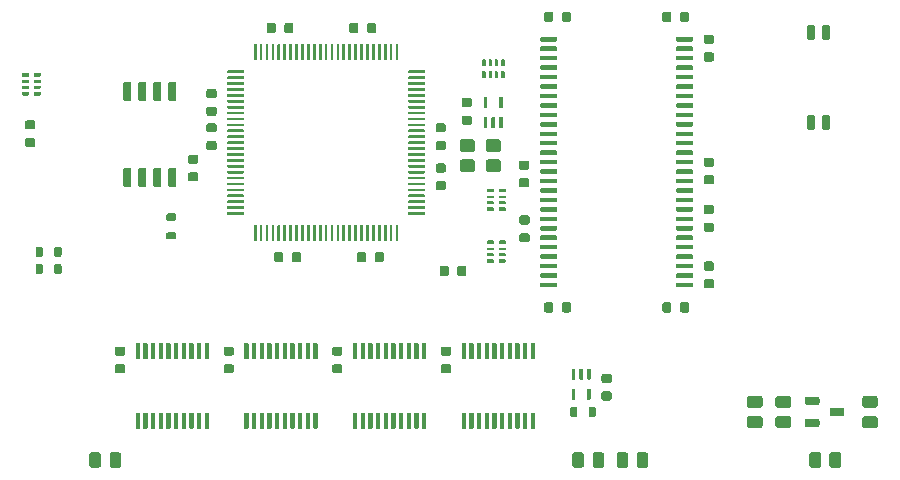
<source format=gtp>
G04 #@! TF.GenerationSoftware,KiCad,Pcbnew,(5.1.5-0-10_14)*
G04 #@! TF.CreationDate,2021-04-11T00:58:12-04:00*
G04 #@! TF.ProjectId,GR8RAM,47523852-414d-42e6-9b69-6361645f7063,0.9*
G04 #@! TF.SameCoordinates,Original*
G04 #@! TF.FileFunction,Paste,Top*
G04 #@! TF.FilePolarity,Positive*
%FSLAX46Y46*%
G04 Gerber Fmt 4.6, Leading zero omitted, Abs format (unit mm)*
G04 Created by KiCad (PCBNEW (5.1.5-0-10_14)) date 2021-04-11 00:58:12*
%MOMM*%
%LPD*%
G04 APERTURE LIST*
%ADD10C,0.100000*%
G04 APERTURE END LIST*
D10*
G36*
X90261368Y-110665927D02*
G01*
X90280055Y-110668699D01*
X90298380Y-110673289D01*
X90316167Y-110679653D01*
X90333244Y-110687730D01*
X90349447Y-110697442D01*
X90364621Y-110708695D01*
X90378618Y-110721382D01*
X90391305Y-110735379D01*
X90402558Y-110750553D01*
X90412270Y-110766756D01*
X90420347Y-110783833D01*
X90426711Y-110801620D01*
X90431301Y-110819945D01*
X90434073Y-110838632D01*
X90435000Y-110857500D01*
X90435000Y-111342500D01*
X90434073Y-111361368D01*
X90431301Y-111380055D01*
X90426711Y-111398380D01*
X90420347Y-111416167D01*
X90412270Y-111433244D01*
X90402558Y-111449447D01*
X90391305Y-111464621D01*
X90378618Y-111478618D01*
X90364621Y-111491305D01*
X90349447Y-111502558D01*
X90333244Y-111512270D01*
X90316167Y-111520347D01*
X90298380Y-111526711D01*
X90280055Y-111531301D01*
X90261368Y-111534073D01*
X90242500Y-111535000D01*
X89857500Y-111535000D01*
X89838632Y-111534073D01*
X89819945Y-111531301D01*
X89801620Y-111526711D01*
X89783833Y-111520347D01*
X89766756Y-111512270D01*
X89750553Y-111502558D01*
X89735379Y-111491305D01*
X89721382Y-111478618D01*
X89708695Y-111464621D01*
X89697442Y-111449447D01*
X89687730Y-111433244D01*
X89679653Y-111416167D01*
X89673289Y-111398380D01*
X89668699Y-111380055D01*
X89665927Y-111361368D01*
X89665000Y-111342500D01*
X89665000Y-110857500D01*
X89665927Y-110838632D01*
X89668699Y-110819945D01*
X89673289Y-110801620D01*
X89679653Y-110783833D01*
X89687730Y-110766756D01*
X89697442Y-110750553D01*
X89708695Y-110735379D01*
X89721382Y-110721382D01*
X89735379Y-110708695D01*
X89750553Y-110697442D01*
X89766756Y-110687730D01*
X89783833Y-110679653D01*
X89801620Y-110673289D01*
X89819945Y-110668699D01*
X89838632Y-110665927D01*
X89857500Y-110665000D01*
X90242500Y-110665000D01*
X90261368Y-110665927D01*
G37*
G36*
X91761368Y-110665927D02*
G01*
X91780055Y-110668699D01*
X91798380Y-110673289D01*
X91816167Y-110679653D01*
X91833244Y-110687730D01*
X91849447Y-110697442D01*
X91864621Y-110708695D01*
X91878618Y-110721382D01*
X91891305Y-110735379D01*
X91902558Y-110750553D01*
X91912270Y-110766756D01*
X91920347Y-110783833D01*
X91926711Y-110801620D01*
X91931301Y-110819945D01*
X91934073Y-110838632D01*
X91935000Y-110857500D01*
X91935000Y-111342500D01*
X91934073Y-111361368D01*
X91931301Y-111380055D01*
X91926711Y-111398380D01*
X91920347Y-111416167D01*
X91912270Y-111433244D01*
X91902558Y-111449447D01*
X91891305Y-111464621D01*
X91878618Y-111478618D01*
X91864621Y-111491305D01*
X91849447Y-111502558D01*
X91833244Y-111512270D01*
X91816167Y-111520347D01*
X91798380Y-111526711D01*
X91780055Y-111531301D01*
X91761368Y-111534073D01*
X91742500Y-111535000D01*
X91357500Y-111535000D01*
X91338632Y-111534073D01*
X91319945Y-111531301D01*
X91301620Y-111526711D01*
X91283833Y-111520347D01*
X91266756Y-111512270D01*
X91250553Y-111502558D01*
X91235379Y-111491305D01*
X91221382Y-111478618D01*
X91208695Y-111464621D01*
X91197442Y-111449447D01*
X91187730Y-111433244D01*
X91179653Y-111416167D01*
X91173289Y-111398380D01*
X91168699Y-111380055D01*
X91165927Y-111361368D01*
X91165000Y-111342500D01*
X91165000Y-110857500D01*
X91165927Y-110838632D01*
X91168699Y-110819945D01*
X91173289Y-110801620D01*
X91179653Y-110783833D01*
X91187730Y-110766756D01*
X91197442Y-110750553D01*
X91208695Y-110735379D01*
X91221382Y-110721382D01*
X91235379Y-110708695D01*
X91250553Y-110697442D01*
X91266756Y-110687730D01*
X91283833Y-110679653D01*
X91301620Y-110673289D01*
X91319945Y-110668699D01*
X91338632Y-110665927D01*
X91357500Y-110665000D01*
X91742500Y-110665000D01*
X91761368Y-110665927D01*
G37*
G36*
X135322898Y-91465855D02*
G01*
X135340129Y-91468411D01*
X135357026Y-91472643D01*
X135373426Y-91478511D01*
X135389173Y-91485959D01*
X135404114Y-91494914D01*
X135418105Y-91505291D01*
X135431011Y-91516989D01*
X135442709Y-91529895D01*
X135453086Y-91543886D01*
X135462041Y-91558827D01*
X135469489Y-91574574D01*
X135475357Y-91590974D01*
X135479589Y-91607871D01*
X135482145Y-91625102D01*
X135483000Y-91642500D01*
X135483000Y-92507500D01*
X135482145Y-92524898D01*
X135479589Y-92542129D01*
X135475357Y-92559026D01*
X135469489Y-92575426D01*
X135462041Y-92591173D01*
X135453086Y-92606114D01*
X135442709Y-92620105D01*
X135431011Y-92633011D01*
X135418105Y-92644709D01*
X135404114Y-92655086D01*
X135389173Y-92664041D01*
X135373426Y-92671489D01*
X135357026Y-92677357D01*
X135340129Y-92681589D01*
X135322898Y-92684145D01*
X135305500Y-92685000D01*
X134950500Y-92685000D01*
X134933102Y-92684145D01*
X134915871Y-92681589D01*
X134898974Y-92677357D01*
X134882574Y-92671489D01*
X134866827Y-92664041D01*
X134851886Y-92655086D01*
X134837895Y-92644709D01*
X134824989Y-92633011D01*
X134813291Y-92620105D01*
X134802914Y-92606114D01*
X134793959Y-92591173D01*
X134786511Y-92575426D01*
X134780643Y-92559026D01*
X134776411Y-92542129D01*
X134773855Y-92524898D01*
X134773000Y-92507500D01*
X134773000Y-91642500D01*
X134773855Y-91625102D01*
X134776411Y-91607871D01*
X134780643Y-91590974D01*
X134786511Y-91574574D01*
X134793959Y-91558827D01*
X134802914Y-91543886D01*
X134813291Y-91529895D01*
X134824989Y-91516989D01*
X134837895Y-91505291D01*
X134851886Y-91494914D01*
X134866827Y-91485959D01*
X134882574Y-91478511D01*
X134898974Y-91472643D01*
X134915871Y-91468411D01*
X134933102Y-91465855D01*
X134950500Y-91465000D01*
X135305500Y-91465000D01*
X135322898Y-91465855D01*
G37*
G36*
X136592898Y-91465855D02*
G01*
X136610129Y-91468411D01*
X136627026Y-91472643D01*
X136643426Y-91478511D01*
X136659173Y-91485959D01*
X136674114Y-91494914D01*
X136688105Y-91505291D01*
X136701011Y-91516989D01*
X136712709Y-91529895D01*
X136723086Y-91543886D01*
X136732041Y-91558827D01*
X136739489Y-91574574D01*
X136745357Y-91590974D01*
X136749589Y-91607871D01*
X136752145Y-91625102D01*
X136753000Y-91642500D01*
X136753000Y-92507500D01*
X136752145Y-92524898D01*
X136749589Y-92542129D01*
X136745357Y-92559026D01*
X136739489Y-92575426D01*
X136732041Y-92591173D01*
X136723086Y-92606114D01*
X136712709Y-92620105D01*
X136701011Y-92633011D01*
X136688105Y-92644709D01*
X136674114Y-92655086D01*
X136659173Y-92664041D01*
X136643426Y-92671489D01*
X136627026Y-92677357D01*
X136610129Y-92681589D01*
X136592898Y-92684145D01*
X136575500Y-92685000D01*
X136220500Y-92685000D01*
X136203102Y-92684145D01*
X136185871Y-92681589D01*
X136168974Y-92677357D01*
X136152574Y-92671489D01*
X136136827Y-92664041D01*
X136121886Y-92655086D01*
X136107895Y-92644709D01*
X136094989Y-92633011D01*
X136083291Y-92620105D01*
X136072914Y-92606114D01*
X136063959Y-92591173D01*
X136056511Y-92575426D01*
X136050643Y-92559026D01*
X136046411Y-92542129D01*
X136043855Y-92524898D01*
X136043000Y-92507500D01*
X136043000Y-91642500D01*
X136043855Y-91625102D01*
X136046411Y-91607871D01*
X136050643Y-91590974D01*
X136056511Y-91574574D01*
X136063959Y-91558827D01*
X136072914Y-91543886D01*
X136083291Y-91529895D01*
X136094989Y-91516989D01*
X136107895Y-91505291D01*
X136121886Y-91494914D01*
X136136827Y-91485959D01*
X136152574Y-91478511D01*
X136168974Y-91472643D01*
X136185871Y-91468411D01*
X136203102Y-91465855D01*
X136220500Y-91465000D01*
X136575500Y-91465000D01*
X136592898Y-91465855D01*
G37*
G36*
X136592898Y-99085855D02*
G01*
X136610129Y-99088411D01*
X136627026Y-99092643D01*
X136643426Y-99098511D01*
X136659173Y-99105959D01*
X136674114Y-99114914D01*
X136688105Y-99125291D01*
X136701011Y-99136989D01*
X136712709Y-99149895D01*
X136723086Y-99163886D01*
X136732041Y-99178827D01*
X136739489Y-99194574D01*
X136745357Y-99210974D01*
X136749589Y-99227871D01*
X136752145Y-99245102D01*
X136753000Y-99262500D01*
X136753000Y-100127500D01*
X136752145Y-100144898D01*
X136749589Y-100162129D01*
X136745357Y-100179026D01*
X136739489Y-100195426D01*
X136732041Y-100211173D01*
X136723086Y-100226114D01*
X136712709Y-100240105D01*
X136701011Y-100253011D01*
X136688105Y-100264709D01*
X136674114Y-100275086D01*
X136659173Y-100284041D01*
X136643426Y-100291489D01*
X136627026Y-100297357D01*
X136610129Y-100301589D01*
X136592898Y-100304145D01*
X136575500Y-100305000D01*
X136220500Y-100305000D01*
X136203102Y-100304145D01*
X136185871Y-100301589D01*
X136168974Y-100297357D01*
X136152574Y-100291489D01*
X136136827Y-100284041D01*
X136121886Y-100275086D01*
X136107895Y-100264709D01*
X136094989Y-100253011D01*
X136083291Y-100240105D01*
X136072914Y-100226114D01*
X136063959Y-100211173D01*
X136056511Y-100195426D01*
X136050643Y-100179026D01*
X136046411Y-100162129D01*
X136043855Y-100144898D01*
X136043000Y-100127500D01*
X136043000Y-99262500D01*
X136043855Y-99245102D01*
X136046411Y-99227871D01*
X136050643Y-99210974D01*
X136056511Y-99194574D01*
X136063959Y-99178827D01*
X136072914Y-99163886D01*
X136083291Y-99149895D01*
X136094989Y-99136989D01*
X136107895Y-99125291D01*
X136121886Y-99114914D01*
X136136827Y-99105959D01*
X136152574Y-99098511D01*
X136168974Y-99092643D01*
X136185871Y-99088411D01*
X136203102Y-99085855D01*
X136220500Y-99085000D01*
X136575500Y-99085000D01*
X136592898Y-99085855D01*
G37*
G36*
X135322898Y-99085855D02*
G01*
X135340129Y-99088411D01*
X135357026Y-99092643D01*
X135373426Y-99098511D01*
X135389173Y-99105959D01*
X135404114Y-99114914D01*
X135418105Y-99125291D01*
X135431011Y-99136989D01*
X135442709Y-99149895D01*
X135453086Y-99163886D01*
X135462041Y-99178827D01*
X135469489Y-99194574D01*
X135475357Y-99210974D01*
X135479589Y-99227871D01*
X135482145Y-99245102D01*
X135483000Y-99262500D01*
X135483000Y-100127500D01*
X135482145Y-100144898D01*
X135479589Y-100162129D01*
X135475357Y-100179026D01*
X135469489Y-100195426D01*
X135462041Y-100211173D01*
X135453086Y-100226114D01*
X135442709Y-100240105D01*
X135431011Y-100253011D01*
X135418105Y-100264709D01*
X135404114Y-100275086D01*
X135389173Y-100284041D01*
X135373426Y-100291489D01*
X135357026Y-100297357D01*
X135340129Y-100301589D01*
X135322898Y-100304145D01*
X135305500Y-100305000D01*
X134950500Y-100305000D01*
X134933102Y-100304145D01*
X134915871Y-100301589D01*
X134898974Y-100297357D01*
X134882574Y-100291489D01*
X134866827Y-100284041D01*
X134851886Y-100275086D01*
X134837895Y-100264709D01*
X134824989Y-100253011D01*
X134813291Y-100240105D01*
X134802914Y-100226114D01*
X134793959Y-100211173D01*
X134786511Y-100195426D01*
X134780643Y-100179026D01*
X134776411Y-100162129D01*
X134773855Y-100144898D01*
X134773000Y-100127500D01*
X134773000Y-99262500D01*
X134773855Y-99245102D01*
X134776411Y-99227871D01*
X134780643Y-99210974D01*
X134786511Y-99194574D01*
X134793959Y-99178827D01*
X134802914Y-99163886D01*
X134813291Y-99149895D01*
X134824989Y-99136989D01*
X134837895Y-99125291D01*
X134851886Y-99114914D01*
X134866827Y-99105959D01*
X134882574Y-99098511D01*
X134898974Y-99092643D01*
X134915871Y-99088411D01*
X134933102Y-99085855D01*
X134950500Y-99085000D01*
X135305500Y-99085000D01*
X135322898Y-99085855D01*
G37*
G36*
X81239703Y-107400722D02*
G01*
X81254264Y-107402882D01*
X81268543Y-107406459D01*
X81282403Y-107411418D01*
X81295710Y-107417712D01*
X81308336Y-107425280D01*
X81320159Y-107434048D01*
X81331066Y-107443934D01*
X81340952Y-107454841D01*
X81349720Y-107466664D01*
X81357288Y-107479290D01*
X81363582Y-107492597D01*
X81368541Y-107506457D01*
X81372118Y-107520736D01*
X81374278Y-107535297D01*
X81375000Y-107550000D01*
X81375000Y-107850000D01*
X81374278Y-107864703D01*
X81372118Y-107879264D01*
X81368541Y-107893543D01*
X81363582Y-107907403D01*
X81357288Y-107920710D01*
X81349720Y-107933336D01*
X81340952Y-107945159D01*
X81331066Y-107956066D01*
X81320159Y-107965952D01*
X81308336Y-107974720D01*
X81295710Y-107982288D01*
X81282403Y-107988582D01*
X81268543Y-107993541D01*
X81254264Y-107997118D01*
X81239703Y-107999278D01*
X81225000Y-108000000D01*
X80675000Y-108000000D01*
X80660297Y-107999278D01*
X80645736Y-107997118D01*
X80631457Y-107993541D01*
X80617597Y-107988582D01*
X80604290Y-107982288D01*
X80591664Y-107974720D01*
X80579841Y-107965952D01*
X80568934Y-107956066D01*
X80559048Y-107945159D01*
X80550280Y-107933336D01*
X80542712Y-107920710D01*
X80536418Y-107907403D01*
X80531459Y-107893543D01*
X80527882Y-107879264D01*
X80525722Y-107864703D01*
X80525000Y-107850000D01*
X80525000Y-107550000D01*
X80525722Y-107535297D01*
X80527882Y-107520736D01*
X80531459Y-107506457D01*
X80536418Y-107492597D01*
X80542712Y-107479290D01*
X80550280Y-107466664D01*
X80559048Y-107454841D01*
X80568934Y-107443934D01*
X80579841Y-107434048D01*
X80591664Y-107425280D01*
X80604290Y-107417712D01*
X80617597Y-107411418D01*
X80631457Y-107406459D01*
X80645736Y-107402882D01*
X80660297Y-107400722D01*
X80675000Y-107400000D01*
X81225000Y-107400000D01*
X81239703Y-107400722D01*
G37*
G36*
X81239703Y-109000722D02*
G01*
X81254264Y-109002882D01*
X81268543Y-109006459D01*
X81282403Y-109011418D01*
X81295710Y-109017712D01*
X81308336Y-109025280D01*
X81320159Y-109034048D01*
X81331066Y-109043934D01*
X81340952Y-109054841D01*
X81349720Y-109066664D01*
X81357288Y-109079290D01*
X81363582Y-109092597D01*
X81368541Y-109106457D01*
X81372118Y-109120736D01*
X81374278Y-109135297D01*
X81375000Y-109150000D01*
X81375000Y-109450000D01*
X81374278Y-109464703D01*
X81372118Y-109479264D01*
X81368541Y-109493543D01*
X81363582Y-109507403D01*
X81357288Y-109520710D01*
X81349720Y-109533336D01*
X81340952Y-109545159D01*
X81331066Y-109556066D01*
X81320159Y-109565952D01*
X81308336Y-109574720D01*
X81295710Y-109582288D01*
X81282403Y-109588582D01*
X81268543Y-109593541D01*
X81254264Y-109597118D01*
X81239703Y-109599278D01*
X81225000Y-109600000D01*
X80675000Y-109600000D01*
X80660297Y-109599278D01*
X80645736Y-109597118D01*
X80631457Y-109593541D01*
X80617597Y-109588582D01*
X80604290Y-109582288D01*
X80591664Y-109574720D01*
X80579841Y-109565952D01*
X80568934Y-109556066D01*
X80559048Y-109545159D01*
X80550280Y-109533336D01*
X80542712Y-109520710D01*
X80536418Y-109507403D01*
X80531459Y-109493543D01*
X80527882Y-109479264D01*
X80525722Y-109464703D01*
X80525000Y-109450000D01*
X80525000Y-109150000D01*
X80525722Y-109135297D01*
X80527882Y-109120736D01*
X80531459Y-109106457D01*
X80536418Y-109092597D01*
X80542712Y-109079290D01*
X80550280Y-109066664D01*
X80559048Y-109054841D01*
X80568934Y-109043934D01*
X80579841Y-109034048D01*
X80591664Y-109025280D01*
X80604290Y-109017712D01*
X80617597Y-109011418D01*
X80631457Y-109006459D01*
X80645736Y-109002882D01*
X80660297Y-109000722D01*
X80675000Y-109000000D01*
X81225000Y-109000000D01*
X81239703Y-109000722D01*
G37*
G36*
X81204428Y-103536782D02*
G01*
X81220202Y-103539122D01*
X81235671Y-103542997D01*
X81250686Y-103548370D01*
X81265102Y-103555188D01*
X81278780Y-103563386D01*
X81291589Y-103572886D01*
X81303405Y-103583595D01*
X81314114Y-103595411D01*
X81323614Y-103608220D01*
X81331812Y-103621898D01*
X81338630Y-103636314D01*
X81344003Y-103651329D01*
X81347878Y-103666798D01*
X81350218Y-103682572D01*
X81351000Y-103698500D01*
X81351000Y-105023500D01*
X81350218Y-105039428D01*
X81347878Y-105055202D01*
X81344003Y-105070671D01*
X81338630Y-105085686D01*
X81331812Y-105100102D01*
X81323614Y-105113780D01*
X81314114Y-105126589D01*
X81303405Y-105138405D01*
X81291589Y-105149114D01*
X81278780Y-105158614D01*
X81265102Y-105166812D01*
X81250686Y-105173630D01*
X81235671Y-105179003D01*
X81220202Y-105182878D01*
X81204428Y-105185218D01*
X81188500Y-105186000D01*
X80863500Y-105186000D01*
X80847572Y-105185218D01*
X80831798Y-105182878D01*
X80816329Y-105179003D01*
X80801314Y-105173630D01*
X80786898Y-105166812D01*
X80773220Y-105158614D01*
X80760411Y-105149114D01*
X80748595Y-105138405D01*
X80737886Y-105126589D01*
X80728386Y-105113780D01*
X80720188Y-105100102D01*
X80713370Y-105085686D01*
X80707997Y-105070671D01*
X80704122Y-105055202D01*
X80701782Y-105039428D01*
X80701000Y-105023500D01*
X80701000Y-103698500D01*
X80701782Y-103682572D01*
X80704122Y-103666798D01*
X80707997Y-103651329D01*
X80713370Y-103636314D01*
X80720188Y-103621898D01*
X80728386Y-103608220D01*
X80737886Y-103595411D01*
X80748595Y-103583595D01*
X80760411Y-103572886D01*
X80773220Y-103563386D01*
X80786898Y-103555188D01*
X80801314Y-103548370D01*
X80816329Y-103542997D01*
X80831798Y-103539122D01*
X80847572Y-103536782D01*
X80863500Y-103536000D01*
X81188500Y-103536000D01*
X81204428Y-103536782D01*
G37*
G36*
X79934428Y-103536782D02*
G01*
X79950202Y-103539122D01*
X79965671Y-103542997D01*
X79980686Y-103548370D01*
X79995102Y-103555188D01*
X80008780Y-103563386D01*
X80021589Y-103572886D01*
X80033405Y-103583595D01*
X80044114Y-103595411D01*
X80053614Y-103608220D01*
X80061812Y-103621898D01*
X80068630Y-103636314D01*
X80074003Y-103651329D01*
X80077878Y-103666798D01*
X80080218Y-103682572D01*
X80081000Y-103698500D01*
X80081000Y-105023500D01*
X80080218Y-105039428D01*
X80077878Y-105055202D01*
X80074003Y-105070671D01*
X80068630Y-105085686D01*
X80061812Y-105100102D01*
X80053614Y-105113780D01*
X80044114Y-105126589D01*
X80033405Y-105138405D01*
X80021589Y-105149114D01*
X80008780Y-105158614D01*
X79995102Y-105166812D01*
X79980686Y-105173630D01*
X79965671Y-105179003D01*
X79950202Y-105182878D01*
X79934428Y-105185218D01*
X79918500Y-105186000D01*
X79593500Y-105186000D01*
X79577572Y-105185218D01*
X79561798Y-105182878D01*
X79546329Y-105179003D01*
X79531314Y-105173630D01*
X79516898Y-105166812D01*
X79503220Y-105158614D01*
X79490411Y-105149114D01*
X79478595Y-105138405D01*
X79467886Y-105126589D01*
X79458386Y-105113780D01*
X79450188Y-105100102D01*
X79443370Y-105085686D01*
X79437997Y-105070671D01*
X79434122Y-105055202D01*
X79431782Y-105039428D01*
X79431000Y-105023500D01*
X79431000Y-103698500D01*
X79431782Y-103682572D01*
X79434122Y-103666798D01*
X79437997Y-103651329D01*
X79443370Y-103636314D01*
X79450188Y-103621898D01*
X79458386Y-103608220D01*
X79467886Y-103595411D01*
X79478595Y-103583595D01*
X79490411Y-103572886D01*
X79503220Y-103563386D01*
X79516898Y-103555188D01*
X79531314Y-103548370D01*
X79546329Y-103542997D01*
X79561798Y-103539122D01*
X79577572Y-103536782D01*
X79593500Y-103536000D01*
X79918500Y-103536000D01*
X79934428Y-103536782D01*
G37*
G36*
X78664428Y-103536782D02*
G01*
X78680202Y-103539122D01*
X78695671Y-103542997D01*
X78710686Y-103548370D01*
X78725102Y-103555188D01*
X78738780Y-103563386D01*
X78751589Y-103572886D01*
X78763405Y-103583595D01*
X78774114Y-103595411D01*
X78783614Y-103608220D01*
X78791812Y-103621898D01*
X78798630Y-103636314D01*
X78804003Y-103651329D01*
X78807878Y-103666798D01*
X78810218Y-103682572D01*
X78811000Y-103698500D01*
X78811000Y-105023500D01*
X78810218Y-105039428D01*
X78807878Y-105055202D01*
X78804003Y-105070671D01*
X78798630Y-105085686D01*
X78791812Y-105100102D01*
X78783614Y-105113780D01*
X78774114Y-105126589D01*
X78763405Y-105138405D01*
X78751589Y-105149114D01*
X78738780Y-105158614D01*
X78725102Y-105166812D01*
X78710686Y-105173630D01*
X78695671Y-105179003D01*
X78680202Y-105182878D01*
X78664428Y-105185218D01*
X78648500Y-105186000D01*
X78323500Y-105186000D01*
X78307572Y-105185218D01*
X78291798Y-105182878D01*
X78276329Y-105179003D01*
X78261314Y-105173630D01*
X78246898Y-105166812D01*
X78233220Y-105158614D01*
X78220411Y-105149114D01*
X78208595Y-105138405D01*
X78197886Y-105126589D01*
X78188386Y-105113780D01*
X78180188Y-105100102D01*
X78173370Y-105085686D01*
X78167997Y-105070671D01*
X78164122Y-105055202D01*
X78161782Y-105039428D01*
X78161000Y-105023500D01*
X78161000Y-103698500D01*
X78161782Y-103682572D01*
X78164122Y-103666798D01*
X78167997Y-103651329D01*
X78173370Y-103636314D01*
X78180188Y-103621898D01*
X78188386Y-103608220D01*
X78197886Y-103595411D01*
X78208595Y-103583595D01*
X78220411Y-103572886D01*
X78233220Y-103563386D01*
X78246898Y-103555188D01*
X78261314Y-103548370D01*
X78276329Y-103542997D01*
X78291798Y-103539122D01*
X78307572Y-103536782D01*
X78323500Y-103536000D01*
X78648500Y-103536000D01*
X78664428Y-103536782D01*
G37*
G36*
X77394428Y-103536782D02*
G01*
X77410202Y-103539122D01*
X77425671Y-103542997D01*
X77440686Y-103548370D01*
X77455102Y-103555188D01*
X77468780Y-103563386D01*
X77481589Y-103572886D01*
X77493405Y-103583595D01*
X77504114Y-103595411D01*
X77513614Y-103608220D01*
X77521812Y-103621898D01*
X77528630Y-103636314D01*
X77534003Y-103651329D01*
X77537878Y-103666798D01*
X77540218Y-103682572D01*
X77541000Y-103698500D01*
X77541000Y-105023500D01*
X77540218Y-105039428D01*
X77537878Y-105055202D01*
X77534003Y-105070671D01*
X77528630Y-105085686D01*
X77521812Y-105100102D01*
X77513614Y-105113780D01*
X77504114Y-105126589D01*
X77493405Y-105138405D01*
X77481589Y-105149114D01*
X77468780Y-105158614D01*
X77455102Y-105166812D01*
X77440686Y-105173630D01*
X77425671Y-105179003D01*
X77410202Y-105182878D01*
X77394428Y-105185218D01*
X77378500Y-105186000D01*
X77053500Y-105186000D01*
X77037572Y-105185218D01*
X77021798Y-105182878D01*
X77006329Y-105179003D01*
X76991314Y-105173630D01*
X76976898Y-105166812D01*
X76963220Y-105158614D01*
X76950411Y-105149114D01*
X76938595Y-105138405D01*
X76927886Y-105126589D01*
X76918386Y-105113780D01*
X76910188Y-105100102D01*
X76903370Y-105085686D01*
X76897997Y-105070671D01*
X76894122Y-105055202D01*
X76891782Y-105039428D01*
X76891000Y-105023500D01*
X76891000Y-103698500D01*
X76891782Y-103682572D01*
X76894122Y-103666798D01*
X76897997Y-103651329D01*
X76903370Y-103636314D01*
X76910188Y-103621898D01*
X76918386Y-103608220D01*
X76927886Y-103595411D01*
X76938595Y-103583595D01*
X76950411Y-103572886D01*
X76963220Y-103563386D01*
X76976898Y-103555188D01*
X76991314Y-103548370D01*
X77006329Y-103542997D01*
X77021798Y-103539122D01*
X77037572Y-103536782D01*
X77053500Y-103536000D01*
X77378500Y-103536000D01*
X77394428Y-103536782D01*
G37*
G36*
X77394428Y-96236782D02*
G01*
X77410202Y-96239122D01*
X77425671Y-96242997D01*
X77440686Y-96248370D01*
X77455102Y-96255188D01*
X77468780Y-96263386D01*
X77481589Y-96272886D01*
X77493405Y-96283595D01*
X77504114Y-96295411D01*
X77513614Y-96308220D01*
X77521812Y-96321898D01*
X77528630Y-96336314D01*
X77534003Y-96351329D01*
X77537878Y-96366798D01*
X77540218Y-96382572D01*
X77541000Y-96398500D01*
X77541000Y-97723500D01*
X77540218Y-97739428D01*
X77537878Y-97755202D01*
X77534003Y-97770671D01*
X77528630Y-97785686D01*
X77521812Y-97800102D01*
X77513614Y-97813780D01*
X77504114Y-97826589D01*
X77493405Y-97838405D01*
X77481589Y-97849114D01*
X77468780Y-97858614D01*
X77455102Y-97866812D01*
X77440686Y-97873630D01*
X77425671Y-97879003D01*
X77410202Y-97882878D01*
X77394428Y-97885218D01*
X77378500Y-97886000D01*
X77053500Y-97886000D01*
X77037572Y-97885218D01*
X77021798Y-97882878D01*
X77006329Y-97879003D01*
X76991314Y-97873630D01*
X76976898Y-97866812D01*
X76963220Y-97858614D01*
X76950411Y-97849114D01*
X76938595Y-97838405D01*
X76927886Y-97826589D01*
X76918386Y-97813780D01*
X76910188Y-97800102D01*
X76903370Y-97785686D01*
X76897997Y-97770671D01*
X76894122Y-97755202D01*
X76891782Y-97739428D01*
X76891000Y-97723500D01*
X76891000Y-96398500D01*
X76891782Y-96382572D01*
X76894122Y-96366798D01*
X76897997Y-96351329D01*
X76903370Y-96336314D01*
X76910188Y-96321898D01*
X76918386Y-96308220D01*
X76927886Y-96295411D01*
X76938595Y-96283595D01*
X76950411Y-96272886D01*
X76963220Y-96263386D01*
X76976898Y-96255188D01*
X76991314Y-96248370D01*
X77006329Y-96242997D01*
X77021798Y-96239122D01*
X77037572Y-96236782D01*
X77053500Y-96236000D01*
X77378500Y-96236000D01*
X77394428Y-96236782D01*
G37*
G36*
X78664428Y-96236782D02*
G01*
X78680202Y-96239122D01*
X78695671Y-96242997D01*
X78710686Y-96248370D01*
X78725102Y-96255188D01*
X78738780Y-96263386D01*
X78751589Y-96272886D01*
X78763405Y-96283595D01*
X78774114Y-96295411D01*
X78783614Y-96308220D01*
X78791812Y-96321898D01*
X78798630Y-96336314D01*
X78804003Y-96351329D01*
X78807878Y-96366798D01*
X78810218Y-96382572D01*
X78811000Y-96398500D01*
X78811000Y-97723500D01*
X78810218Y-97739428D01*
X78807878Y-97755202D01*
X78804003Y-97770671D01*
X78798630Y-97785686D01*
X78791812Y-97800102D01*
X78783614Y-97813780D01*
X78774114Y-97826589D01*
X78763405Y-97838405D01*
X78751589Y-97849114D01*
X78738780Y-97858614D01*
X78725102Y-97866812D01*
X78710686Y-97873630D01*
X78695671Y-97879003D01*
X78680202Y-97882878D01*
X78664428Y-97885218D01*
X78648500Y-97886000D01*
X78323500Y-97886000D01*
X78307572Y-97885218D01*
X78291798Y-97882878D01*
X78276329Y-97879003D01*
X78261314Y-97873630D01*
X78246898Y-97866812D01*
X78233220Y-97858614D01*
X78220411Y-97849114D01*
X78208595Y-97838405D01*
X78197886Y-97826589D01*
X78188386Y-97813780D01*
X78180188Y-97800102D01*
X78173370Y-97785686D01*
X78167997Y-97770671D01*
X78164122Y-97755202D01*
X78161782Y-97739428D01*
X78161000Y-97723500D01*
X78161000Y-96398500D01*
X78161782Y-96382572D01*
X78164122Y-96366798D01*
X78167997Y-96351329D01*
X78173370Y-96336314D01*
X78180188Y-96321898D01*
X78188386Y-96308220D01*
X78197886Y-96295411D01*
X78208595Y-96283595D01*
X78220411Y-96272886D01*
X78233220Y-96263386D01*
X78246898Y-96255188D01*
X78261314Y-96248370D01*
X78276329Y-96242997D01*
X78291798Y-96239122D01*
X78307572Y-96236782D01*
X78323500Y-96236000D01*
X78648500Y-96236000D01*
X78664428Y-96236782D01*
G37*
G36*
X79934428Y-96236782D02*
G01*
X79950202Y-96239122D01*
X79965671Y-96242997D01*
X79980686Y-96248370D01*
X79995102Y-96255188D01*
X80008780Y-96263386D01*
X80021589Y-96272886D01*
X80033405Y-96283595D01*
X80044114Y-96295411D01*
X80053614Y-96308220D01*
X80061812Y-96321898D01*
X80068630Y-96336314D01*
X80074003Y-96351329D01*
X80077878Y-96366798D01*
X80080218Y-96382572D01*
X80081000Y-96398500D01*
X80081000Y-97723500D01*
X80080218Y-97739428D01*
X80077878Y-97755202D01*
X80074003Y-97770671D01*
X80068630Y-97785686D01*
X80061812Y-97800102D01*
X80053614Y-97813780D01*
X80044114Y-97826589D01*
X80033405Y-97838405D01*
X80021589Y-97849114D01*
X80008780Y-97858614D01*
X79995102Y-97866812D01*
X79980686Y-97873630D01*
X79965671Y-97879003D01*
X79950202Y-97882878D01*
X79934428Y-97885218D01*
X79918500Y-97886000D01*
X79593500Y-97886000D01*
X79577572Y-97885218D01*
X79561798Y-97882878D01*
X79546329Y-97879003D01*
X79531314Y-97873630D01*
X79516898Y-97866812D01*
X79503220Y-97858614D01*
X79490411Y-97849114D01*
X79478595Y-97838405D01*
X79467886Y-97826589D01*
X79458386Y-97813780D01*
X79450188Y-97800102D01*
X79443370Y-97785686D01*
X79437997Y-97770671D01*
X79434122Y-97755202D01*
X79431782Y-97739428D01*
X79431000Y-97723500D01*
X79431000Y-96398500D01*
X79431782Y-96382572D01*
X79434122Y-96366798D01*
X79437997Y-96351329D01*
X79443370Y-96336314D01*
X79450188Y-96321898D01*
X79458386Y-96308220D01*
X79467886Y-96295411D01*
X79478595Y-96283595D01*
X79490411Y-96272886D01*
X79503220Y-96263386D01*
X79516898Y-96255188D01*
X79531314Y-96248370D01*
X79546329Y-96242997D01*
X79561798Y-96239122D01*
X79577572Y-96236782D01*
X79593500Y-96236000D01*
X79918500Y-96236000D01*
X79934428Y-96236782D01*
G37*
G36*
X81204428Y-96236782D02*
G01*
X81220202Y-96239122D01*
X81235671Y-96242997D01*
X81250686Y-96248370D01*
X81265102Y-96255188D01*
X81278780Y-96263386D01*
X81291589Y-96272886D01*
X81303405Y-96283595D01*
X81314114Y-96295411D01*
X81323614Y-96308220D01*
X81331812Y-96321898D01*
X81338630Y-96336314D01*
X81344003Y-96351329D01*
X81347878Y-96366798D01*
X81350218Y-96382572D01*
X81351000Y-96398500D01*
X81351000Y-97723500D01*
X81350218Y-97739428D01*
X81347878Y-97755202D01*
X81344003Y-97770671D01*
X81338630Y-97785686D01*
X81331812Y-97800102D01*
X81323614Y-97813780D01*
X81314114Y-97826589D01*
X81303405Y-97838405D01*
X81291589Y-97849114D01*
X81278780Y-97858614D01*
X81265102Y-97866812D01*
X81250686Y-97873630D01*
X81235671Y-97879003D01*
X81220202Y-97882878D01*
X81204428Y-97885218D01*
X81188500Y-97886000D01*
X80863500Y-97886000D01*
X80847572Y-97885218D01*
X80831798Y-97882878D01*
X80816329Y-97879003D01*
X80801314Y-97873630D01*
X80786898Y-97866812D01*
X80773220Y-97858614D01*
X80760411Y-97849114D01*
X80748595Y-97838405D01*
X80737886Y-97826589D01*
X80728386Y-97813780D01*
X80720188Y-97800102D01*
X80713370Y-97785686D01*
X80707997Y-97770671D01*
X80704122Y-97755202D01*
X80701782Y-97739428D01*
X80701000Y-97723500D01*
X80701000Y-96398500D01*
X80701782Y-96382572D01*
X80704122Y-96366798D01*
X80707997Y-96351329D01*
X80713370Y-96336314D01*
X80720188Y-96321898D01*
X80728386Y-96308220D01*
X80737886Y-96295411D01*
X80748595Y-96283595D01*
X80760411Y-96272886D01*
X80773220Y-96263386D01*
X80786898Y-96255188D01*
X80801314Y-96248370D01*
X80816329Y-96242997D01*
X80831798Y-96239122D01*
X80847572Y-96236782D01*
X80863500Y-96236000D01*
X81188500Y-96236000D01*
X81204428Y-96236782D01*
G37*
G36*
X68815586Y-95485397D02*
G01*
X68823595Y-95486585D01*
X68831448Y-95488552D01*
X68839071Y-95491280D01*
X68846390Y-95494741D01*
X68853335Y-95498904D01*
X68859837Y-95503727D01*
X68865836Y-95509164D01*
X68871273Y-95515163D01*
X68876096Y-95521665D01*
X68880259Y-95528610D01*
X68883720Y-95535929D01*
X68886448Y-95543552D01*
X68888415Y-95551405D01*
X68889603Y-95559414D01*
X68890000Y-95567500D01*
X68890000Y-95732500D01*
X68889603Y-95740586D01*
X68888415Y-95748595D01*
X68886448Y-95756448D01*
X68883720Y-95764071D01*
X68880259Y-95771390D01*
X68876096Y-95778335D01*
X68871273Y-95784837D01*
X68865836Y-95790836D01*
X68859837Y-95796273D01*
X68853335Y-95801096D01*
X68846390Y-95805259D01*
X68839071Y-95808720D01*
X68831448Y-95811448D01*
X68823595Y-95813415D01*
X68815586Y-95814603D01*
X68807500Y-95815000D01*
X68392500Y-95815000D01*
X68384414Y-95814603D01*
X68376405Y-95813415D01*
X68368552Y-95811448D01*
X68360929Y-95808720D01*
X68353610Y-95805259D01*
X68346665Y-95801096D01*
X68340163Y-95796273D01*
X68334164Y-95790836D01*
X68328727Y-95784837D01*
X68323904Y-95778335D01*
X68319741Y-95771390D01*
X68316280Y-95764071D01*
X68313552Y-95756448D01*
X68311585Y-95748595D01*
X68310397Y-95740586D01*
X68310000Y-95732500D01*
X68310000Y-95567500D01*
X68310397Y-95559414D01*
X68311585Y-95551405D01*
X68313552Y-95543552D01*
X68316280Y-95535929D01*
X68319741Y-95528610D01*
X68323904Y-95521665D01*
X68328727Y-95515163D01*
X68334164Y-95509164D01*
X68340163Y-95503727D01*
X68346665Y-95498904D01*
X68353610Y-95494741D01*
X68360929Y-95491280D01*
X68368552Y-95488552D01*
X68376405Y-95486585D01*
X68384414Y-95485397D01*
X68392500Y-95485000D01*
X68807500Y-95485000D01*
X68815586Y-95485397D01*
G37*
G36*
X68840881Y-96080289D02*
G01*
X68846705Y-96081153D01*
X68852417Y-96082584D01*
X68857961Y-96084567D01*
X68863284Y-96087085D01*
X68868334Y-96090112D01*
X68873064Y-96093619D01*
X68877426Y-96097574D01*
X68881381Y-96101936D01*
X68884888Y-96106666D01*
X68887915Y-96111716D01*
X68890433Y-96117039D01*
X68892416Y-96122583D01*
X68893847Y-96128295D01*
X68894711Y-96134119D01*
X68895000Y-96140000D01*
X68895000Y-96260000D01*
X68894711Y-96265881D01*
X68893847Y-96271705D01*
X68892416Y-96277417D01*
X68890433Y-96282961D01*
X68887915Y-96288284D01*
X68884888Y-96293334D01*
X68881381Y-96298064D01*
X68877426Y-96302426D01*
X68873064Y-96306381D01*
X68868334Y-96309888D01*
X68863284Y-96312915D01*
X68857961Y-96315433D01*
X68852417Y-96317416D01*
X68846705Y-96318847D01*
X68840881Y-96319711D01*
X68835000Y-96320000D01*
X68365000Y-96320000D01*
X68359119Y-96319711D01*
X68353295Y-96318847D01*
X68347583Y-96317416D01*
X68342039Y-96315433D01*
X68336716Y-96312915D01*
X68331666Y-96309888D01*
X68326936Y-96306381D01*
X68322574Y-96302426D01*
X68318619Y-96298064D01*
X68315112Y-96293334D01*
X68312085Y-96288284D01*
X68309567Y-96282961D01*
X68307584Y-96277417D01*
X68306153Y-96271705D01*
X68305289Y-96265881D01*
X68305000Y-96260000D01*
X68305000Y-96140000D01*
X68305289Y-96134119D01*
X68306153Y-96128295D01*
X68307584Y-96122583D01*
X68309567Y-96117039D01*
X68312085Y-96111716D01*
X68315112Y-96106666D01*
X68318619Y-96101936D01*
X68322574Y-96097574D01*
X68326936Y-96093619D01*
X68331666Y-96090112D01*
X68336716Y-96087085D01*
X68342039Y-96084567D01*
X68347583Y-96082584D01*
X68353295Y-96081153D01*
X68359119Y-96080289D01*
X68365000Y-96080000D01*
X68835000Y-96080000D01*
X68840881Y-96080289D01*
G37*
G36*
X68815586Y-97085397D02*
G01*
X68823595Y-97086585D01*
X68831448Y-97088552D01*
X68839071Y-97091280D01*
X68846390Y-97094741D01*
X68853335Y-97098904D01*
X68859837Y-97103727D01*
X68865836Y-97109164D01*
X68871273Y-97115163D01*
X68876096Y-97121665D01*
X68880259Y-97128610D01*
X68883720Y-97135929D01*
X68886448Y-97143552D01*
X68888415Y-97151405D01*
X68889603Y-97159414D01*
X68890000Y-97167500D01*
X68890000Y-97332500D01*
X68889603Y-97340586D01*
X68888415Y-97348595D01*
X68886448Y-97356448D01*
X68883720Y-97364071D01*
X68880259Y-97371390D01*
X68876096Y-97378335D01*
X68871273Y-97384837D01*
X68865836Y-97390836D01*
X68859837Y-97396273D01*
X68853335Y-97401096D01*
X68846390Y-97405259D01*
X68839071Y-97408720D01*
X68831448Y-97411448D01*
X68823595Y-97413415D01*
X68815586Y-97414603D01*
X68807500Y-97415000D01*
X68392500Y-97415000D01*
X68384414Y-97414603D01*
X68376405Y-97413415D01*
X68368552Y-97411448D01*
X68360929Y-97408720D01*
X68353610Y-97405259D01*
X68346665Y-97401096D01*
X68340163Y-97396273D01*
X68334164Y-97390836D01*
X68328727Y-97384837D01*
X68323904Y-97378335D01*
X68319741Y-97371390D01*
X68316280Y-97364071D01*
X68313552Y-97356448D01*
X68311585Y-97348595D01*
X68310397Y-97340586D01*
X68310000Y-97332500D01*
X68310000Y-97167500D01*
X68310397Y-97159414D01*
X68311585Y-97151405D01*
X68313552Y-97143552D01*
X68316280Y-97135929D01*
X68319741Y-97128610D01*
X68323904Y-97121665D01*
X68328727Y-97115163D01*
X68334164Y-97109164D01*
X68340163Y-97103727D01*
X68346665Y-97098904D01*
X68353610Y-97094741D01*
X68360929Y-97091280D01*
X68368552Y-97088552D01*
X68376405Y-97086585D01*
X68384414Y-97085397D01*
X68392500Y-97085000D01*
X68807500Y-97085000D01*
X68815586Y-97085397D01*
G37*
G36*
X68840881Y-96580289D02*
G01*
X68846705Y-96581153D01*
X68852417Y-96582584D01*
X68857961Y-96584567D01*
X68863284Y-96587085D01*
X68868334Y-96590112D01*
X68873064Y-96593619D01*
X68877426Y-96597574D01*
X68881381Y-96601936D01*
X68884888Y-96606666D01*
X68887915Y-96611716D01*
X68890433Y-96617039D01*
X68892416Y-96622583D01*
X68893847Y-96628295D01*
X68894711Y-96634119D01*
X68895000Y-96640000D01*
X68895000Y-96760000D01*
X68894711Y-96765881D01*
X68893847Y-96771705D01*
X68892416Y-96777417D01*
X68890433Y-96782961D01*
X68887915Y-96788284D01*
X68884888Y-96793334D01*
X68881381Y-96798064D01*
X68877426Y-96802426D01*
X68873064Y-96806381D01*
X68868334Y-96809888D01*
X68863284Y-96812915D01*
X68857961Y-96815433D01*
X68852417Y-96817416D01*
X68846705Y-96818847D01*
X68840881Y-96819711D01*
X68835000Y-96820000D01*
X68365000Y-96820000D01*
X68359119Y-96819711D01*
X68353295Y-96818847D01*
X68347583Y-96817416D01*
X68342039Y-96815433D01*
X68336716Y-96812915D01*
X68331666Y-96809888D01*
X68326936Y-96806381D01*
X68322574Y-96802426D01*
X68318619Y-96798064D01*
X68315112Y-96793334D01*
X68312085Y-96788284D01*
X68309567Y-96782961D01*
X68307584Y-96777417D01*
X68306153Y-96771705D01*
X68305289Y-96765881D01*
X68305000Y-96760000D01*
X68305000Y-96640000D01*
X68305289Y-96634119D01*
X68306153Y-96628295D01*
X68307584Y-96622583D01*
X68309567Y-96617039D01*
X68312085Y-96611716D01*
X68315112Y-96606666D01*
X68318619Y-96601936D01*
X68322574Y-96597574D01*
X68326936Y-96593619D01*
X68331666Y-96590112D01*
X68336716Y-96587085D01*
X68342039Y-96584567D01*
X68347583Y-96582584D01*
X68353295Y-96581153D01*
X68359119Y-96580289D01*
X68365000Y-96580000D01*
X68835000Y-96580000D01*
X68840881Y-96580289D01*
G37*
G36*
X69815586Y-95485397D02*
G01*
X69823595Y-95486585D01*
X69831448Y-95488552D01*
X69839071Y-95491280D01*
X69846390Y-95494741D01*
X69853335Y-95498904D01*
X69859837Y-95503727D01*
X69865836Y-95509164D01*
X69871273Y-95515163D01*
X69876096Y-95521665D01*
X69880259Y-95528610D01*
X69883720Y-95535929D01*
X69886448Y-95543552D01*
X69888415Y-95551405D01*
X69889603Y-95559414D01*
X69890000Y-95567500D01*
X69890000Y-95732500D01*
X69889603Y-95740586D01*
X69888415Y-95748595D01*
X69886448Y-95756448D01*
X69883720Y-95764071D01*
X69880259Y-95771390D01*
X69876096Y-95778335D01*
X69871273Y-95784837D01*
X69865836Y-95790836D01*
X69859837Y-95796273D01*
X69853335Y-95801096D01*
X69846390Y-95805259D01*
X69839071Y-95808720D01*
X69831448Y-95811448D01*
X69823595Y-95813415D01*
X69815586Y-95814603D01*
X69807500Y-95815000D01*
X69392500Y-95815000D01*
X69384414Y-95814603D01*
X69376405Y-95813415D01*
X69368552Y-95811448D01*
X69360929Y-95808720D01*
X69353610Y-95805259D01*
X69346665Y-95801096D01*
X69340163Y-95796273D01*
X69334164Y-95790836D01*
X69328727Y-95784837D01*
X69323904Y-95778335D01*
X69319741Y-95771390D01*
X69316280Y-95764071D01*
X69313552Y-95756448D01*
X69311585Y-95748595D01*
X69310397Y-95740586D01*
X69310000Y-95732500D01*
X69310000Y-95567500D01*
X69310397Y-95559414D01*
X69311585Y-95551405D01*
X69313552Y-95543552D01*
X69316280Y-95535929D01*
X69319741Y-95528610D01*
X69323904Y-95521665D01*
X69328727Y-95515163D01*
X69334164Y-95509164D01*
X69340163Y-95503727D01*
X69346665Y-95498904D01*
X69353610Y-95494741D01*
X69360929Y-95491280D01*
X69368552Y-95488552D01*
X69376405Y-95486585D01*
X69384414Y-95485397D01*
X69392500Y-95485000D01*
X69807500Y-95485000D01*
X69815586Y-95485397D01*
G37*
G36*
X69840881Y-96580289D02*
G01*
X69846705Y-96581153D01*
X69852417Y-96582584D01*
X69857961Y-96584567D01*
X69863284Y-96587085D01*
X69868334Y-96590112D01*
X69873064Y-96593619D01*
X69877426Y-96597574D01*
X69881381Y-96601936D01*
X69884888Y-96606666D01*
X69887915Y-96611716D01*
X69890433Y-96617039D01*
X69892416Y-96622583D01*
X69893847Y-96628295D01*
X69894711Y-96634119D01*
X69895000Y-96640000D01*
X69895000Y-96760000D01*
X69894711Y-96765881D01*
X69893847Y-96771705D01*
X69892416Y-96777417D01*
X69890433Y-96782961D01*
X69887915Y-96788284D01*
X69884888Y-96793334D01*
X69881381Y-96798064D01*
X69877426Y-96802426D01*
X69873064Y-96806381D01*
X69868334Y-96809888D01*
X69863284Y-96812915D01*
X69857961Y-96815433D01*
X69852417Y-96817416D01*
X69846705Y-96818847D01*
X69840881Y-96819711D01*
X69835000Y-96820000D01*
X69365000Y-96820000D01*
X69359119Y-96819711D01*
X69353295Y-96818847D01*
X69347583Y-96817416D01*
X69342039Y-96815433D01*
X69336716Y-96812915D01*
X69331666Y-96809888D01*
X69326936Y-96806381D01*
X69322574Y-96802426D01*
X69318619Y-96798064D01*
X69315112Y-96793334D01*
X69312085Y-96788284D01*
X69309567Y-96782961D01*
X69307584Y-96777417D01*
X69306153Y-96771705D01*
X69305289Y-96765881D01*
X69305000Y-96760000D01*
X69305000Y-96640000D01*
X69305289Y-96634119D01*
X69306153Y-96628295D01*
X69307584Y-96622583D01*
X69309567Y-96617039D01*
X69312085Y-96611716D01*
X69315112Y-96606666D01*
X69318619Y-96601936D01*
X69322574Y-96597574D01*
X69326936Y-96593619D01*
X69331666Y-96590112D01*
X69336716Y-96587085D01*
X69342039Y-96584567D01*
X69347583Y-96582584D01*
X69353295Y-96581153D01*
X69359119Y-96580289D01*
X69365000Y-96580000D01*
X69835000Y-96580000D01*
X69840881Y-96580289D01*
G37*
G36*
X69840881Y-96080289D02*
G01*
X69846705Y-96081153D01*
X69852417Y-96082584D01*
X69857961Y-96084567D01*
X69863284Y-96087085D01*
X69868334Y-96090112D01*
X69873064Y-96093619D01*
X69877426Y-96097574D01*
X69881381Y-96101936D01*
X69884888Y-96106666D01*
X69887915Y-96111716D01*
X69890433Y-96117039D01*
X69892416Y-96122583D01*
X69893847Y-96128295D01*
X69894711Y-96134119D01*
X69895000Y-96140000D01*
X69895000Y-96260000D01*
X69894711Y-96265881D01*
X69893847Y-96271705D01*
X69892416Y-96277417D01*
X69890433Y-96282961D01*
X69887915Y-96288284D01*
X69884888Y-96293334D01*
X69881381Y-96298064D01*
X69877426Y-96302426D01*
X69873064Y-96306381D01*
X69868334Y-96309888D01*
X69863284Y-96312915D01*
X69857961Y-96315433D01*
X69852417Y-96317416D01*
X69846705Y-96318847D01*
X69840881Y-96319711D01*
X69835000Y-96320000D01*
X69365000Y-96320000D01*
X69359119Y-96319711D01*
X69353295Y-96318847D01*
X69347583Y-96317416D01*
X69342039Y-96315433D01*
X69336716Y-96312915D01*
X69331666Y-96309888D01*
X69326936Y-96306381D01*
X69322574Y-96302426D01*
X69318619Y-96298064D01*
X69315112Y-96293334D01*
X69312085Y-96288284D01*
X69309567Y-96282961D01*
X69307584Y-96277417D01*
X69306153Y-96271705D01*
X69305289Y-96265881D01*
X69305000Y-96260000D01*
X69305000Y-96140000D01*
X69305289Y-96134119D01*
X69306153Y-96128295D01*
X69307584Y-96122583D01*
X69309567Y-96117039D01*
X69312085Y-96111716D01*
X69315112Y-96106666D01*
X69318619Y-96101936D01*
X69322574Y-96097574D01*
X69326936Y-96093619D01*
X69331666Y-96090112D01*
X69336716Y-96087085D01*
X69342039Y-96084567D01*
X69347583Y-96082584D01*
X69353295Y-96081153D01*
X69359119Y-96080289D01*
X69365000Y-96080000D01*
X69835000Y-96080000D01*
X69840881Y-96080289D01*
G37*
G36*
X69815586Y-97085397D02*
G01*
X69823595Y-97086585D01*
X69831448Y-97088552D01*
X69839071Y-97091280D01*
X69846390Y-97094741D01*
X69853335Y-97098904D01*
X69859837Y-97103727D01*
X69865836Y-97109164D01*
X69871273Y-97115163D01*
X69876096Y-97121665D01*
X69880259Y-97128610D01*
X69883720Y-97135929D01*
X69886448Y-97143552D01*
X69888415Y-97151405D01*
X69889603Y-97159414D01*
X69890000Y-97167500D01*
X69890000Y-97332500D01*
X69889603Y-97340586D01*
X69888415Y-97348595D01*
X69886448Y-97356448D01*
X69883720Y-97364071D01*
X69880259Y-97371390D01*
X69876096Y-97378335D01*
X69871273Y-97384837D01*
X69865836Y-97390836D01*
X69859837Y-97396273D01*
X69853335Y-97401096D01*
X69846390Y-97405259D01*
X69839071Y-97408720D01*
X69831448Y-97411448D01*
X69823595Y-97413415D01*
X69815586Y-97414603D01*
X69807500Y-97415000D01*
X69392500Y-97415000D01*
X69384414Y-97414603D01*
X69376405Y-97413415D01*
X69368552Y-97411448D01*
X69360929Y-97408720D01*
X69353610Y-97405259D01*
X69346665Y-97401096D01*
X69340163Y-97396273D01*
X69334164Y-97390836D01*
X69328727Y-97384837D01*
X69323904Y-97378335D01*
X69319741Y-97371390D01*
X69316280Y-97364071D01*
X69313552Y-97356448D01*
X69311585Y-97348595D01*
X69310397Y-97340586D01*
X69310000Y-97332500D01*
X69310000Y-97167500D01*
X69310397Y-97159414D01*
X69311585Y-97151405D01*
X69313552Y-97143552D01*
X69316280Y-97135929D01*
X69319741Y-97128610D01*
X69323904Y-97121665D01*
X69328727Y-97115163D01*
X69334164Y-97109164D01*
X69340163Y-97103727D01*
X69346665Y-97098904D01*
X69353610Y-97094741D01*
X69360929Y-97091280D01*
X69368552Y-97088552D01*
X69376405Y-97086585D01*
X69384414Y-97085397D01*
X69392500Y-97085000D01*
X69807500Y-97085000D01*
X69815586Y-97085397D01*
G37*
G36*
X71514703Y-110225722D02*
G01*
X71529264Y-110227882D01*
X71543543Y-110231459D01*
X71557403Y-110236418D01*
X71570710Y-110242712D01*
X71583336Y-110250280D01*
X71595159Y-110259048D01*
X71606066Y-110268934D01*
X71615952Y-110279841D01*
X71624720Y-110291664D01*
X71632288Y-110304290D01*
X71638582Y-110317597D01*
X71643541Y-110331457D01*
X71647118Y-110345736D01*
X71649278Y-110360297D01*
X71650000Y-110375000D01*
X71650000Y-110925000D01*
X71649278Y-110939703D01*
X71647118Y-110954264D01*
X71643541Y-110968543D01*
X71638582Y-110982403D01*
X71632288Y-110995710D01*
X71624720Y-111008336D01*
X71615952Y-111020159D01*
X71606066Y-111031066D01*
X71595159Y-111040952D01*
X71583336Y-111049720D01*
X71570710Y-111057288D01*
X71557403Y-111063582D01*
X71543543Y-111068541D01*
X71529264Y-111072118D01*
X71514703Y-111074278D01*
X71500000Y-111075000D01*
X71200000Y-111075000D01*
X71185297Y-111074278D01*
X71170736Y-111072118D01*
X71156457Y-111068541D01*
X71142597Y-111063582D01*
X71129290Y-111057288D01*
X71116664Y-111049720D01*
X71104841Y-111040952D01*
X71093934Y-111031066D01*
X71084048Y-111020159D01*
X71075280Y-111008336D01*
X71067712Y-110995710D01*
X71061418Y-110982403D01*
X71056459Y-110968543D01*
X71052882Y-110954264D01*
X71050722Y-110939703D01*
X71050000Y-110925000D01*
X71050000Y-110375000D01*
X71050722Y-110360297D01*
X71052882Y-110345736D01*
X71056459Y-110331457D01*
X71061418Y-110317597D01*
X71067712Y-110304290D01*
X71075280Y-110291664D01*
X71084048Y-110279841D01*
X71093934Y-110268934D01*
X71104841Y-110259048D01*
X71116664Y-110250280D01*
X71129290Y-110242712D01*
X71142597Y-110236418D01*
X71156457Y-110231459D01*
X71170736Y-110227882D01*
X71185297Y-110225722D01*
X71200000Y-110225000D01*
X71500000Y-110225000D01*
X71514703Y-110225722D01*
G37*
G36*
X69914703Y-110225722D02*
G01*
X69929264Y-110227882D01*
X69943543Y-110231459D01*
X69957403Y-110236418D01*
X69970710Y-110242712D01*
X69983336Y-110250280D01*
X69995159Y-110259048D01*
X70006066Y-110268934D01*
X70015952Y-110279841D01*
X70024720Y-110291664D01*
X70032288Y-110304290D01*
X70038582Y-110317597D01*
X70043541Y-110331457D01*
X70047118Y-110345736D01*
X70049278Y-110360297D01*
X70050000Y-110375000D01*
X70050000Y-110925000D01*
X70049278Y-110939703D01*
X70047118Y-110954264D01*
X70043541Y-110968543D01*
X70038582Y-110982403D01*
X70032288Y-110995710D01*
X70024720Y-111008336D01*
X70015952Y-111020159D01*
X70006066Y-111031066D01*
X69995159Y-111040952D01*
X69983336Y-111049720D01*
X69970710Y-111057288D01*
X69957403Y-111063582D01*
X69943543Y-111068541D01*
X69929264Y-111072118D01*
X69914703Y-111074278D01*
X69900000Y-111075000D01*
X69600000Y-111075000D01*
X69585297Y-111074278D01*
X69570736Y-111072118D01*
X69556457Y-111068541D01*
X69542597Y-111063582D01*
X69529290Y-111057288D01*
X69516664Y-111049720D01*
X69504841Y-111040952D01*
X69493934Y-111031066D01*
X69484048Y-111020159D01*
X69475280Y-111008336D01*
X69467712Y-110995710D01*
X69461418Y-110982403D01*
X69456459Y-110968543D01*
X69452882Y-110954264D01*
X69450722Y-110939703D01*
X69450000Y-110925000D01*
X69450000Y-110375000D01*
X69450722Y-110360297D01*
X69452882Y-110345736D01*
X69456459Y-110331457D01*
X69461418Y-110317597D01*
X69467712Y-110304290D01*
X69475280Y-110291664D01*
X69484048Y-110279841D01*
X69493934Y-110268934D01*
X69504841Y-110259048D01*
X69516664Y-110250280D01*
X69529290Y-110242712D01*
X69542597Y-110236418D01*
X69556457Y-110231459D01*
X69570736Y-110227882D01*
X69585297Y-110225722D01*
X69600000Y-110225000D01*
X69900000Y-110225000D01*
X69914703Y-110225722D01*
G37*
G36*
X71514703Y-111675722D02*
G01*
X71529264Y-111677882D01*
X71543543Y-111681459D01*
X71557403Y-111686418D01*
X71570710Y-111692712D01*
X71583336Y-111700280D01*
X71595159Y-111709048D01*
X71606066Y-111718934D01*
X71615952Y-111729841D01*
X71624720Y-111741664D01*
X71632288Y-111754290D01*
X71638582Y-111767597D01*
X71643541Y-111781457D01*
X71647118Y-111795736D01*
X71649278Y-111810297D01*
X71650000Y-111825000D01*
X71650000Y-112375000D01*
X71649278Y-112389703D01*
X71647118Y-112404264D01*
X71643541Y-112418543D01*
X71638582Y-112432403D01*
X71632288Y-112445710D01*
X71624720Y-112458336D01*
X71615952Y-112470159D01*
X71606066Y-112481066D01*
X71595159Y-112490952D01*
X71583336Y-112499720D01*
X71570710Y-112507288D01*
X71557403Y-112513582D01*
X71543543Y-112518541D01*
X71529264Y-112522118D01*
X71514703Y-112524278D01*
X71500000Y-112525000D01*
X71200000Y-112525000D01*
X71185297Y-112524278D01*
X71170736Y-112522118D01*
X71156457Y-112518541D01*
X71142597Y-112513582D01*
X71129290Y-112507288D01*
X71116664Y-112499720D01*
X71104841Y-112490952D01*
X71093934Y-112481066D01*
X71084048Y-112470159D01*
X71075280Y-112458336D01*
X71067712Y-112445710D01*
X71061418Y-112432403D01*
X71056459Y-112418543D01*
X71052882Y-112404264D01*
X71050722Y-112389703D01*
X71050000Y-112375000D01*
X71050000Y-111825000D01*
X71050722Y-111810297D01*
X71052882Y-111795736D01*
X71056459Y-111781457D01*
X71061418Y-111767597D01*
X71067712Y-111754290D01*
X71075280Y-111741664D01*
X71084048Y-111729841D01*
X71093934Y-111718934D01*
X71104841Y-111709048D01*
X71116664Y-111700280D01*
X71129290Y-111692712D01*
X71142597Y-111686418D01*
X71156457Y-111681459D01*
X71170736Y-111677882D01*
X71185297Y-111675722D01*
X71200000Y-111675000D01*
X71500000Y-111675000D01*
X71514703Y-111675722D01*
G37*
G36*
X69914703Y-111675722D02*
G01*
X69929264Y-111677882D01*
X69943543Y-111681459D01*
X69957403Y-111686418D01*
X69970710Y-111692712D01*
X69983336Y-111700280D01*
X69995159Y-111709048D01*
X70006066Y-111718934D01*
X70015952Y-111729841D01*
X70024720Y-111741664D01*
X70032288Y-111754290D01*
X70038582Y-111767597D01*
X70043541Y-111781457D01*
X70047118Y-111795736D01*
X70049278Y-111810297D01*
X70050000Y-111825000D01*
X70050000Y-112375000D01*
X70049278Y-112389703D01*
X70047118Y-112404264D01*
X70043541Y-112418543D01*
X70038582Y-112432403D01*
X70032288Y-112445710D01*
X70024720Y-112458336D01*
X70015952Y-112470159D01*
X70006066Y-112481066D01*
X69995159Y-112490952D01*
X69983336Y-112499720D01*
X69970710Y-112507288D01*
X69957403Y-112513582D01*
X69943543Y-112518541D01*
X69929264Y-112522118D01*
X69914703Y-112524278D01*
X69900000Y-112525000D01*
X69600000Y-112525000D01*
X69585297Y-112524278D01*
X69570736Y-112522118D01*
X69556457Y-112518541D01*
X69542597Y-112513582D01*
X69529290Y-112507288D01*
X69516664Y-112499720D01*
X69504841Y-112490952D01*
X69493934Y-112481066D01*
X69484048Y-112470159D01*
X69475280Y-112458336D01*
X69467712Y-112445710D01*
X69461418Y-112432403D01*
X69456459Y-112418543D01*
X69452882Y-112404264D01*
X69450722Y-112389703D01*
X69450000Y-112375000D01*
X69450000Y-111825000D01*
X69450722Y-111810297D01*
X69452882Y-111795736D01*
X69456459Y-111781457D01*
X69461418Y-111767597D01*
X69467712Y-111754290D01*
X69475280Y-111741664D01*
X69484048Y-111729841D01*
X69493934Y-111718934D01*
X69504841Y-111709048D01*
X69516664Y-111700280D01*
X69529290Y-111692712D01*
X69542597Y-111686418D01*
X69556457Y-111681459D01*
X69570736Y-111677882D01*
X69585297Y-111675722D01*
X69600000Y-111675000D01*
X69900000Y-111675000D01*
X69914703Y-111675722D01*
G37*
G36*
X78201567Y-124265445D02*
G01*
X78210546Y-124266777D01*
X78219351Y-124268983D01*
X78227898Y-124272041D01*
X78236104Y-124275922D01*
X78243890Y-124280589D01*
X78251181Y-124285997D01*
X78257907Y-124292093D01*
X78264003Y-124298819D01*
X78269411Y-124306110D01*
X78274078Y-124313896D01*
X78277959Y-124322102D01*
X78281017Y-124330649D01*
X78283223Y-124339454D01*
X78284555Y-124348433D01*
X78285000Y-124357500D01*
X78285000Y-125542500D01*
X78284555Y-125551567D01*
X78283223Y-125560546D01*
X78281017Y-125569351D01*
X78277959Y-125577898D01*
X78274078Y-125586104D01*
X78269411Y-125593890D01*
X78264003Y-125601181D01*
X78257907Y-125607907D01*
X78251181Y-125614003D01*
X78243890Y-125619411D01*
X78236104Y-125624078D01*
X78227898Y-125627959D01*
X78219351Y-125631017D01*
X78210546Y-125633223D01*
X78201567Y-125634555D01*
X78192500Y-125635000D01*
X78007500Y-125635000D01*
X77998433Y-125634555D01*
X77989454Y-125633223D01*
X77980649Y-125631017D01*
X77972102Y-125627959D01*
X77963896Y-125624078D01*
X77956110Y-125619411D01*
X77948819Y-125614003D01*
X77942093Y-125607907D01*
X77935997Y-125601181D01*
X77930589Y-125593890D01*
X77925922Y-125586104D01*
X77922041Y-125577898D01*
X77918983Y-125569351D01*
X77916777Y-125560546D01*
X77915445Y-125551567D01*
X77915000Y-125542500D01*
X77915000Y-124357500D01*
X77915445Y-124348433D01*
X77916777Y-124339454D01*
X77918983Y-124330649D01*
X77922041Y-124322102D01*
X77925922Y-124313896D01*
X77930589Y-124306110D01*
X77935997Y-124298819D01*
X77942093Y-124292093D01*
X77948819Y-124285997D01*
X77956110Y-124280589D01*
X77963896Y-124275922D01*
X77972102Y-124272041D01*
X77980649Y-124268983D01*
X77989454Y-124266777D01*
X77998433Y-124265445D01*
X78007500Y-124265000D01*
X78192500Y-124265000D01*
X78201567Y-124265445D01*
G37*
G36*
X78851567Y-124265445D02*
G01*
X78860546Y-124266777D01*
X78869351Y-124268983D01*
X78877898Y-124272041D01*
X78886104Y-124275922D01*
X78893890Y-124280589D01*
X78901181Y-124285997D01*
X78907907Y-124292093D01*
X78914003Y-124298819D01*
X78919411Y-124306110D01*
X78924078Y-124313896D01*
X78927959Y-124322102D01*
X78931017Y-124330649D01*
X78933223Y-124339454D01*
X78934555Y-124348433D01*
X78935000Y-124357500D01*
X78935000Y-125542500D01*
X78934555Y-125551567D01*
X78933223Y-125560546D01*
X78931017Y-125569351D01*
X78927959Y-125577898D01*
X78924078Y-125586104D01*
X78919411Y-125593890D01*
X78914003Y-125601181D01*
X78907907Y-125607907D01*
X78901181Y-125614003D01*
X78893890Y-125619411D01*
X78886104Y-125624078D01*
X78877898Y-125627959D01*
X78869351Y-125631017D01*
X78860546Y-125633223D01*
X78851567Y-125634555D01*
X78842500Y-125635000D01*
X78657500Y-125635000D01*
X78648433Y-125634555D01*
X78639454Y-125633223D01*
X78630649Y-125631017D01*
X78622102Y-125627959D01*
X78613896Y-125624078D01*
X78606110Y-125619411D01*
X78598819Y-125614003D01*
X78592093Y-125607907D01*
X78585997Y-125601181D01*
X78580589Y-125593890D01*
X78575922Y-125586104D01*
X78572041Y-125577898D01*
X78568983Y-125569351D01*
X78566777Y-125560546D01*
X78565445Y-125551567D01*
X78565000Y-125542500D01*
X78565000Y-124357500D01*
X78565445Y-124348433D01*
X78566777Y-124339454D01*
X78568983Y-124330649D01*
X78572041Y-124322102D01*
X78575922Y-124313896D01*
X78580589Y-124306110D01*
X78585997Y-124298819D01*
X78592093Y-124292093D01*
X78598819Y-124285997D01*
X78606110Y-124280589D01*
X78613896Y-124275922D01*
X78622102Y-124272041D01*
X78630649Y-124268983D01*
X78639454Y-124266777D01*
X78648433Y-124265445D01*
X78657500Y-124265000D01*
X78842500Y-124265000D01*
X78851567Y-124265445D01*
G37*
G36*
X79501567Y-124265445D02*
G01*
X79510546Y-124266777D01*
X79519351Y-124268983D01*
X79527898Y-124272041D01*
X79536104Y-124275922D01*
X79543890Y-124280589D01*
X79551181Y-124285997D01*
X79557907Y-124292093D01*
X79564003Y-124298819D01*
X79569411Y-124306110D01*
X79574078Y-124313896D01*
X79577959Y-124322102D01*
X79581017Y-124330649D01*
X79583223Y-124339454D01*
X79584555Y-124348433D01*
X79585000Y-124357500D01*
X79585000Y-125542500D01*
X79584555Y-125551567D01*
X79583223Y-125560546D01*
X79581017Y-125569351D01*
X79577959Y-125577898D01*
X79574078Y-125586104D01*
X79569411Y-125593890D01*
X79564003Y-125601181D01*
X79557907Y-125607907D01*
X79551181Y-125614003D01*
X79543890Y-125619411D01*
X79536104Y-125624078D01*
X79527898Y-125627959D01*
X79519351Y-125631017D01*
X79510546Y-125633223D01*
X79501567Y-125634555D01*
X79492500Y-125635000D01*
X79307500Y-125635000D01*
X79298433Y-125634555D01*
X79289454Y-125633223D01*
X79280649Y-125631017D01*
X79272102Y-125627959D01*
X79263896Y-125624078D01*
X79256110Y-125619411D01*
X79248819Y-125614003D01*
X79242093Y-125607907D01*
X79235997Y-125601181D01*
X79230589Y-125593890D01*
X79225922Y-125586104D01*
X79222041Y-125577898D01*
X79218983Y-125569351D01*
X79216777Y-125560546D01*
X79215445Y-125551567D01*
X79215000Y-125542500D01*
X79215000Y-124357500D01*
X79215445Y-124348433D01*
X79216777Y-124339454D01*
X79218983Y-124330649D01*
X79222041Y-124322102D01*
X79225922Y-124313896D01*
X79230589Y-124306110D01*
X79235997Y-124298819D01*
X79242093Y-124292093D01*
X79248819Y-124285997D01*
X79256110Y-124280589D01*
X79263896Y-124275922D01*
X79272102Y-124272041D01*
X79280649Y-124268983D01*
X79289454Y-124266777D01*
X79298433Y-124265445D01*
X79307500Y-124265000D01*
X79492500Y-124265000D01*
X79501567Y-124265445D01*
G37*
G36*
X80151567Y-124265445D02*
G01*
X80160546Y-124266777D01*
X80169351Y-124268983D01*
X80177898Y-124272041D01*
X80186104Y-124275922D01*
X80193890Y-124280589D01*
X80201181Y-124285997D01*
X80207907Y-124292093D01*
X80214003Y-124298819D01*
X80219411Y-124306110D01*
X80224078Y-124313896D01*
X80227959Y-124322102D01*
X80231017Y-124330649D01*
X80233223Y-124339454D01*
X80234555Y-124348433D01*
X80235000Y-124357500D01*
X80235000Y-125542500D01*
X80234555Y-125551567D01*
X80233223Y-125560546D01*
X80231017Y-125569351D01*
X80227959Y-125577898D01*
X80224078Y-125586104D01*
X80219411Y-125593890D01*
X80214003Y-125601181D01*
X80207907Y-125607907D01*
X80201181Y-125614003D01*
X80193890Y-125619411D01*
X80186104Y-125624078D01*
X80177898Y-125627959D01*
X80169351Y-125631017D01*
X80160546Y-125633223D01*
X80151567Y-125634555D01*
X80142500Y-125635000D01*
X79957500Y-125635000D01*
X79948433Y-125634555D01*
X79939454Y-125633223D01*
X79930649Y-125631017D01*
X79922102Y-125627959D01*
X79913896Y-125624078D01*
X79906110Y-125619411D01*
X79898819Y-125614003D01*
X79892093Y-125607907D01*
X79885997Y-125601181D01*
X79880589Y-125593890D01*
X79875922Y-125586104D01*
X79872041Y-125577898D01*
X79868983Y-125569351D01*
X79866777Y-125560546D01*
X79865445Y-125551567D01*
X79865000Y-125542500D01*
X79865000Y-124357500D01*
X79865445Y-124348433D01*
X79866777Y-124339454D01*
X79868983Y-124330649D01*
X79872041Y-124322102D01*
X79875922Y-124313896D01*
X79880589Y-124306110D01*
X79885997Y-124298819D01*
X79892093Y-124292093D01*
X79898819Y-124285997D01*
X79906110Y-124280589D01*
X79913896Y-124275922D01*
X79922102Y-124272041D01*
X79930649Y-124268983D01*
X79939454Y-124266777D01*
X79948433Y-124265445D01*
X79957500Y-124265000D01*
X80142500Y-124265000D01*
X80151567Y-124265445D01*
G37*
G36*
X80801567Y-124265445D02*
G01*
X80810546Y-124266777D01*
X80819351Y-124268983D01*
X80827898Y-124272041D01*
X80836104Y-124275922D01*
X80843890Y-124280589D01*
X80851181Y-124285997D01*
X80857907Y-124292093D01*
X80864003Y-124298819D01*
X80869411Y-124306110D01*
X80874078Y-124313896D01*
X80877959Y-124322102D01*
X80881017Y-124330649D01*
X80883223Y-124339454D01*
X80884555Y-124348433D01*
X80885000Y-124357500D01*
X80885000Y-125542500D01*
X80884555Y-125551567D01*
X80883223Y-125560546D01*
X80881017Y-125569351D01*
X80877959Y-125577898D01*
X80874078Y-125586104D01*
X80869411Y-125593890D01*
X80864003Y-125601181D01*
X80857907Y-125607907D01*
X80851181Y-125614003D01*
X80843890Y-125619411D01*
X80836104Y-125624078D01*
X80827898Y-125627959D01*
X80819351Y-125631017D01*
X80810546Y-125633223D01*
X80801567Y-125634555D01*
X80792500Y-125635000D01*
X80607500Y-125635000D01*
X80598433Y-125634555D01*
X80589454Y-125633223D01*
X80580649Y-125631017D01*
X80572102Y-125627959D01*
X80563896Y-125624078D01*
X80556110Y-125619411D01*
X80548819Y-125614003D01*
X80542093Y-125607907D01*
X80535997Y-125601181D01*
X80530589Y-125593890D01*
X80525922Y-125586104D01*
X80522041Y-125577898D01*
X80518983Y-125569351D01*
X80516777Y-125560546D01*
X80515445Y-125551567D01*
X80515000Y-125542500D01*
X80515000Y-124357500D01*
X80515445Y-124348433D01*
X80516777Y-124339454D01*
X80518983Y-124330649D01*
X80522041Y-124322102D01*
X80525922Y-124313896D01*
X80530589Y-124306110D01*
X80535997Y-124298819D01*
X80542093Y-124292093D01*
X80548819Y-124285997D01*
X80556110Y-124280589D01*
X80563896Y-124275922D01*
X80572102Y-124272041D01*
X80580649Y-124268983D01*
X80589454Y-124266777D01*
X80598433Y-124265445D01*
X80607500Y-124265000D01*
X80792500Y-124265000D01*
X80801567Y-124265445D01*
G37*
G36*
X81451567Y-124265445D02*
G01*
X81460546Y-124266777D01*
X81469351Y-124268983D01*
X81477898Y-124272041D01*
X81486104Y-124275922D01*
X81493890Y-124280589D01*
X81501181Y-124285997D01*
X81507907Y-124292093D01*
X81514003Y-124298819D01*
X81519411Y-124306110D01*
X81524078Y-124313896D01*
X81527959Y-124322102D01*
X81531017Y-124330649D01*
X81533223Y-124339454D01*
X81534555Y-124348433D01*
X81535000Y-124357500D01*
X81535000Y-125542500D01*
X81534555Y-125551567D01*
X81533223Y-125560546D01*
X81531017Y-125569351D01*
X81527959Y-125577898D01*
X81524078Y-125586104D01*
X81519411Y-125593890D01*
X81514003Y-125601181D01*
X81507907Y-125607907D01*
X81501181Y-125614003D01*
X81493890Y-125619411D01*
X81486104Y-125624078D01*
X81477898Y-125627959D01*
X81469351Y-125631017D01*
X81460546Y-125633223D01*
X81451567Y-125634555D01*
X81442500Y-125635000D01*
X81257500Y-125635000D01*
X81248433Y-125634555D01*
X81239454Y-125633223D01*
X81230649Y-125631017D01*
X81222102Y-125627959D01*
X81213896Y-125624078D01*
X81206110Y-125619411D01*
X81198819Y-125614003D01*
X81192093Y-125607907D01*
X81185997Y-125601181D01*
X81180589Y-125593890D01*
X81175922Y-125586104D01*
X81172041Y-125577898D01*
X81168983Y-125569351D01*
X81166777Y-125560546D01*
X81165445Y-125551567D01*
X81165000Y-125542500D01*
X81165000Y-124357500D01*
X81165445Y-124348433D01*
X81166777Y-124339454D01*
X81168983Y-124330649D01*
X81172041Y-124322102D01*
X81175922Y-124313896D01*
X81180589Y-124306110D01*
X81185997Y-124298819D01*
X81192093Y-124292093D01*
X81198819Y-124285997D01*
X81206110Y-124280589D01*
X81213896Y-124275922D01*
X81222102Y-124272041D01*
X81230649Y-124268983D01*
X81239454Y-124266777D01*
X81248433Y-124265445D01*
X81257500Y-124265000D01*
X81442500Y-124265000D01*
X81451567Y-124265445D01*
G37*
G36*
X82101567Y-124265445D02*
G01*
X82110546Y-124266777D01*
X82119351Y-124268983D01*
X82127898Y-124272041D01*
X82136104Y-124275922D01*
X82143890Y-124280589D01*
X82151181Y-124285997D01*
X82157907Y-124292093D01*
X82164003Y-124298819D01*
X82169411Y-124306110D01*
X82174078Y-124313896D01*
X82177959Y-124322102D01*
X82181017Y-124330649D01*
X82183223Y-124339454D01*
X82184555Y-124348433D01*
X82185000Y-124357500D01*
X82185000Y-125542500D01*
X82184555Y-125551567D01*
X82183223Y-125560546D01*
X82181017Y-125569351D01*
X82177959Y-125577898D01*
X82174078Y-125586104D01*
X82169411Y-125593890D01*
X82164003Y-125601181D01*
X82157907Y-125607907D01*
X82151181Y-125614003D01*
X82143890Y-125619411D01*
X82136104Y-125624078D01*
X82127898Y-125627959D01*
X82119351Y-125631017D01*
X82110546Y-125633223D01*
X82101567Y-125634555D01*
X82092500Y-125635000D01*
X81907500Y-125635000D01*
X81898433Y-125634555D01*
X81889454Y-125633223D01*
X81880649Y-125631017D01*
X81872102Y-125627959D01*
X81863896Y-125624078D01*
X81856110Y-125619411D01*
X81848819Y-125614003D01*
X81842093Y-125607907D01*
X81835997Y-125601181D01*
X81830589Y-125593890D01*
X81825922Y-125586104D01*
X81822041Y-125577898D01*
X81818983Y-125569351D01*
X81816777Y-125560546D01*
X81815445Y-125551567D01*
X81815000Y-125542500D01*
X81815000Y-124357500D01*
X81815445Y-124348433D01*
X81816777Y-124339454D01*
X81818983Y-124330649D01*
X81822041Y-124322102D01*
X81825922Y-124313896D01*
X81830589Y-124306110D01*
X81835997Y-124298819D01*
X81842093Y-124292093D01*
X81848819Y-124285997D01*
X81856110Y-124280589D01*
X81863896Y-124275922D01*
X81872102Y-124272041D01*
X81880649Y-124268983D01*
X81889454Y-124266777D01*
X81898433Y-124265445D01*
X81907500Y-124265000D01*
X82092500Y-124265000D01*
X82101567Y-124265445D01*
G37*
G36*
X82751567Y-124265445D02*
G01*
X82760546Y-124266777D01*
X82769351Y-124268983D01*
X82777898Y-124272041D01*
X82786104Y-124275922D01*
X82793890Y-124280589D01*
X82801181Y-124285997D01*
X82807907Y-124292093D01*
X82814003Y-124298819D01*
X82819411Y-124306110D01*
X82824078Y-124313896D01*
X82827959Y-124322102D01*
X82831017Y-124330649D01*
X82833223Y-124339454D01*
X82834555Y-124348433D01*
X82835000Y-124357500D01*
X82835000Y-125542500D01*
X82834555Y-125551567D01*
X82833223Y-125560546D01*
X82831017Y-125569351D01*
X82827959Y-125577898D01*
X82824078Y-125586104D01*
X82819411Y-125593890D01*
X82814003Y-125601181D01*
X82807907Y-125607907D01*
X82801181Y-125614003D01*
X82793890Y-125619411D01*
X82786104Y-125624078D01*
X82777898Y-125627959D01*
X82769351Y-125631017D01*
X82760546Y-125633223D01*
X82751567Y-125634555D01*
X82742500Y-125635000D01*
X82557500Y-125635000D01*
X82548433Y-125634555D01*
X82539454Y-125633223D01*
X82530649Y-125631017D01*
X82522102Y-125627959D01*
X82513896Y-125624078D01*
X82506110Y-125619411D01*
X82498819Y-125614003D01*
X82492093Y-125607907D01*
X82485997Y-125601181D01*
X82480589Y-125593890D01*
X82475922Y-125586104D01*
X82472041Y-125577898D01*
X82468983Y-125569351D01*
X82466777Y-125560546D01*
X82465445Y-125551567D01*
X82465000Y-125542500D01*
X82465000Y-124357500D01*
X82465445Y-124348433D01*
X82466777Y-124339454D01*
X82468983Y-124330649D01*
X82472041Y-124322102D01*
X82475922Y-124313896D01*
X82480589Y-124306110D01*
X82485997Y-124298819D01*
X82492093Y-124292093D01*
X82498819Y-124285997D01*
X82506110Y-124280589D01*
X82513896Y-124275922D01*
X82522102Y-124272041D01*
X82530649Y-124268983D01*
X82539454Y-124266777D01*
X82548433Y-124265445D01*
X82557500Y-124265000D01*
X82742500Y-124265000D01*
X82751567Y-124265445D01*
G37*
G36*
X83401567Y-124265445D02*
G01*
X83410546Y-124266777D01*
X83419351Y-124268983D01*
X83427898Y-124272041D01*
X83436104Y-124275922D01*
X83443890Y-124280589D01*
X83451181Y-124285997D01*
X83457907Y-124292093D01*
X83464003Y-124298819D01*
X83469411Y-124306110D01*
X83474078Y-124313896D01*
X83477959Y-124322102D01*
X83481017Y-124330649D01*
X83483223Y-124339454D01*
X83484555Y-124348433D01*
X83485000Y-124357500D01*
X83485000Y-125542500D01*
X83484555Y-125551567D01*
X83483223Y-125560546D01*
X83481017Y-125569351D01*
X83477959Y-125577898D01*
X83474078Y-125586104D01*
X83469411Y-125593890D01*
X83464003Y-125601181D01*
X83457907Y-125607907D01*
X83451181Y-125614003D01*
X83443890Y-125619411D01*
X83436104Y-125624078D01*
X83427898Y-125627959D01*
X83419351Y-125631017D01*
X83410546Y-125633223D01*
X83401567Y-125634555D01*
X83392500Y-125635000D01*
X83207500Y-125635000D01*
X83198433Y-125634555D01*
X83189454Y-125633223D01*
X83180649Y-125631017D01*
X83172102Y-125627959D01*
X83163896Y-125624078D01*
X83156110Y-125619411D01*
X83148819Y-125614003D01*
X83142093Y-125607907D01*
X83135997Y-125601181D01*
X83130589Y-125593890D01*
X83125922Y-125586104D01*
X83122041Y-125577898D01*
X83118983Y-125569351D01*
X83116777Y-125560546D01*
X83115445Y-125551567D01*
X83115000Y-125542500D01*
X83115000Y-124357500D01*
X83115445Y-124348433D01*
X83116777Y-124339454D01*
X83118983Y-124330649D01*
X83122041Y-124322102D01*
X83125922Y-124313896D01*
X83130589Y-124306110D01*
X83135997Y-124298819D01*
X83142093Y-124292093D01*
X83148819Y-124285997D01*
X83156110Y-124280589D01*
X83163896Y-124275922D01*
X83172102Y-124272041D01*
X83180649Y-124268983D01*
X83189454Y-124266777D01*
X83198433Y-124265445D01*
X83207500Y-124265000D01*
X83392500Y-124265000D01*
X83401567Y-124265445D01*
G37*
G36*
X84051567Y-124265445D02*
G01*
X84060546Y-124266777D01*
X84069351Y-124268983D01*
X84077898Y-124272041D01*
X84086104Y-124275922D01*
X84093890Y-124280589D01*
X84101181Y-124285997D01*
X84107907Y-124292093D01*
X84114003Y-124298819D01*
X84119411Y-124306110D01*
X84124078Y-124313896D01*
X84127959Y-124322102D01*
X84131017Y-124330649D01*
X84133223Y-124339454D01*
X84134555Y-124348433D01*
X84135000Y-124357500D01*
X84135000Y-125542500D01*
X84134555Y-125551567D01*
X84133223Y-125560546D01*
X84131017Y-125569351D01*
X84127959Y-125577898D01*
X84124078Y-125586104D01*
X84119411Y-125593890D01*
X84114003Y-125601181D01*
X84107907Y-125607907D01*
X84101181Y-125614003D01*
X84093890Y-125619411D01*
X84086104Y-125624078D01*
X84077898Y-125627959D01*
X84069351Y-125631017D01*
X84060546Y-125633223D01*
X84051567Y-125634555D01*
X84042500Y-125635000D01*
X83857500Y-125635000D01*
X83848433Y-125634555D01*
X83839454Y-125633223D01*
X83830649Y-125631017D01*
X83822102Y-125627959D01*
X83813896Y-125624078D01*
X83806110Y-125619411D01*
X83798819Y-125614003D01*
X83792093Y-125607907D01*
X83785997Y-125601181D01*
X83780589Y-125593890D01*
X83775922Y-125586104D01*
X83772041Y-125577898D01*
X83768983Y-125569351D01*
X83766777Y-125560546D01*
X83765445Y-125551567D01*
X83765000Y-125542500D01*
X83765000Y-124357500D01*
X83765445Y-124348433D01*
X83766777Y-124339454D01*
X83768983Y-124330649D01*
X83772041Y-124322102D01*
X83775922Y-124313896D01*
X83780589Y-124306110D01*
X83785997Y-124298819D01*
X83792093Y-124292093D01*
X83798819Y-124285997D01*
X83806110Y-124280589D01*
X83813896Y-124275922D01*
X83822102Y-124272041D01*
X83830649Y-124268983D01*
X83839454Y-124266777D01*
X83848433Y-124265445D01*
X83857500Y-124265000D01*
X84042500Y-124265000D01*
X84051567Y-124265445D01*
G37*
G36*
X84051567Y-118365445D02*
G01*
X84060546Y-118366777D01*
X84069351Y-118368983D01*
X84077898Y-118372041D01*
X84086104Y-118375922D01*
X84093890Y-118380589D01*
X84101181Y-118385997D01*
X84107907Y-118392093D01*
X84114003Y-118398819D01*
X84119411Y-118406110D01*
X84124078Y-118413896D01*
X84127959Y-118422102D01*
X84131017Y-118430649D01*
X84133223Y-118439454D01*
X84134555Y-118448433D01*
X84135000Y-118457500D01*
X84135000Y-119642500D01*
X84134555Y-119651567D01*
X84133223Y-119660546D01*
X84131017Y-119669351D01*
X84127959Y-119677898D01*
X84124078Y-119686104D01*
X84119411Y-119693890D01*
X84114003Y-119701181D01*
X84107907Y-119707907D01*
X84101181Y-119714003D01*
X84093890Y-119719411D01*
X84086104Y-119724078D01*
X84077898Y-119727959D01*
X84069351Y-119731017D01*
X84060546Y-119733223D01*
X84051567Y-119734555D01*
X84042500Y-119735000D01*
X83857500Y-119735000D01*
X83848433Y-119734555D01*
X83839454Y-119733223D01*
X83830649Y-119731017D01*
X83822102Y-119727959D01*
X83813896Y-119724078D01*
X83806110Y-119719411D01*
X83798819Y-119714003D01*
X83792093Y-119707907D01*
X83785997Y-119701181D01*
X83780589Y-119693890D01*
X83775922Y-119686104D01*
X83772041Y-119677898D01*
X83768983Y-119669351D01*
X83766777Y-119660546D01*
X83765445Y-119651567D01*
X83765000Y-119642500D01*
X83765000Y-118457500D01*
X83765445Y-118448433D01*
X83766777Y-118439454D01*
X83768983Y-118430649D01*
X83772041Y-118422102D01*
X83775922Y-118413896D01*
X83780589Y-118406110D01*
X83785997Y-118398819D01*
X83792093Y-118392093D01*
X83798819Y-118385997D01*
X83806110Y-118380589D01*
X83813896Y-118375922D01*
X83822102Y-118372041D01*
X83830649Y-118368983D01*
X83839454Y-118366777D01*
X83848433Y-118365445D01*
X83857500Y-118365000D01*
X84042500Y-118365000D01*
X84051567Y-118365445D01*
G37*
G36*
X83401567Y-118365445D02*
G01*
X83410546Y-118366777D01*
X83419351Y-118368983D01*
X83427898Y-118372041D01*
X83436104Y-118375922D01*
X83443890Y-118380589D01*
X83451181Y-118385997D01*
X83457907Y-118392093D01*
X83464003Y-118398819D01*
X83469411Y-118406110D01*
X83474078Y-118413896D01*
X83477959Y-118422102D01*
X83481017Y-118430649D01*
X83483223Y-118439454D01*
X83484555Y-118448433D01*
X83485000Y-118457500D01*
X83485000Y-119642500D01*
X83484555Y-119651567D01*
X83483223Y-119660546D01*
X83481017Y-119669351D01*
X83477959Y-119677898D01*
X83474078Y-119686104D01*
X83469411Y-119693890D01*
X83464003Y-119701181D01*
X83457907Y-119707907D01*
X83451181Y-119714003D01*
X83443890Y-119719411D01*
X83436104Y-119724078D01*
X83427898Y-119727959D01*
X83419351Y-119731017D01*
X83410546Y-119733223D01*
X83401567Y-119734555D01*
X83392500Y-119735000D01*
X83207500Y-119735000D01*
X83198433Y-119734555D01*
X83189454Y-119733223D01*
X83180649Y-119731017D01*
X83172102Y-119727959D01*
X83163896Y-119724078D01*
X83156110Y-119719411D01*
X83148819Y-119714003D01*
X83142093Y-119707907D01*
X83135997Y-119701181D01*
X83130589Y-119693890D01*
X83125922Y-119686104D01*
X83122041Y-119677898D01*
X83118983Y-119669351D01*
X83116777Y-119660546D01*
X83115445Y-119651567D01*
X83115000Y-119642500D01*
X83115000Y-118457500D01*
X83115445Y-118448433D01*
X83116777Y-118439454D01*
X83118983Y-118430649D01*
X83122041Y-118422102D01*
X83125922Y-118413896D01*
X83130589Y-118406110D01*
X83135997Y-118398819D01*
X83142093Y-118392093D01*
X83148819Y-118385997D01*
X83156110Y-118380589D01*
X83163896Y-118375922D01*
X83172102Y-118372041D01*
X83180649Y-118368983D01*
X83189454Y-118366777D01*
X83198433Y-118365445D01*
X83207500Y-118365000D01*
X83392500Y-118365000D01*
X83401567Y-118365445D01*
G37*
G36*
X82751567Y-118365445D02*
G01*
X82760546Y-118366777D01*
X82769351Y-118368983D01*
X82777898Y-118372041D01*
X82786104Y-118375922D01*
X82793890Y-118380589D01*
X82801181Y-118385997D01*
X82807907Y-118392093D01*
X82814003Y-118398819D01*
X82819411Y-118406110D01*
X82824078Y-118413896D01*
X82827959Y-118422102D01*
X82831017Y-118430649D01*
X82833223Y-118439454D01*
X82834555Y-118448433D01*
X82835000Y-118457500D01*
X82835000Y-119642500D01*
X82834555Y-119651567D01*
X82833223Y-119660546D01*
X82831017Y-119669351D01*
X82827959Y-119677898D01*
X82824078Y-119686104D01*
X82819411Y-119693890D01*
X82814003Y-119701181D01*
X82807907Y-119707907D01*
X82801181Y-119714003D01*
X82793890Y-119719411D01*
X82786104Y-119724078D01*
X82777898Y-119727959D01*
X82769351Y-119731017D01*
X82760546Y-119733223D01*
X82751567Y-119734555D01*
X82742500Y-119735000D01*
X82557500Y-119735000D01*
X82548433Y-119734555D01*
X82539454Y-119733223D01*
X82530649Y-119731017D01*
X82522102Y-119727959D01*
X82513896Y-119724078D01*
X82506110Y-119719411D01*
X82498819Y-119714003D01*
X82492093Y-119707907D01*
X82485997Y-119701181D01*
X82480589Y-119693890D01*
X82475922Y-119686104D01*
X82472041Y-119677898D01*
X82468983Y-119669351D01*
X82466777Y-119660546D01*
X82465445Y-119651567D01*
X82465000Y-119642500D01*
X82465000Y-118457500D01*
X82465445Y-118448433D01*
X82466777Y-118439454D01*
X82468983Y-118430649D01*
X82472041Y-118422102D01*
X82475922Y-118413896D01*
X82480589Y-118406110D01*
X82485997Y-118398819D01*
X82492093Y-118392093D01*
X82498819Y-118385997D01*
X82506110Y-118380589D01*
X82513896Y-118375922D01*
X82522102Y-118372041D01*
X82530649Y-118368983D01*
X82539454Y-118366777D01*
X82548433Y-118365445D01*
X82557500Y-118365000D01*
X82742500Y-118365000D01*
X82751567Y-118365445D01*
G37*
G36*
X82101567Y-118365445D02*
G01*
X82110546Y-118366777D01*
X82119351Y-118368983D01*
X82127898Y-118372041D01*
X82136104Y-118375922D01*
X82143890Y-118380589D01*
X82151181Y-118385997D01*
X82157907Y-118392093D01*
X82164003Y-118398819D01*
X82169411Y-118406110D01*
X82174078Y-118413896D01*
X82177959Y-118422102D01*
X82181017Y-118430649D01*
X82183223Y-118439454D01*
X82184555Y-118448433D01*
X82185000Y-118457500D01*
X82185000Y-119642500D01*
X82184555Y-119651567D01*
X82183223Y-119660546D01*
X82181017Y-119669351D01*
X82177959Y-119677898D01*
X82174078Y-119686104D01*
X82169411Y-119693890D01*
X82164003Y-119701181D01*
X82157907Y-119707907D01*
X82151181Y-119714003D01*
X82143890Y-119719411D01*
X82136104Y-119724078D01*
X82127898Y-119727959D01*
X82119351Y-119731017D01*
X82110546Y-119733223D01*
X82101567Y-119734555D01*
X82092500Y-119735000D01*
X81907500Y-119735000D01*
X81898433Y-119734555D01*
X81889454Y-119733223D01*
X81880649Y-119731017D01*
X81872102Y-119727959D01*
X81863896Y-119724078D01*
X81856110Y-119719411D01*
X81848819Y-119714003D01*
X81842093Y-119707907D01*
X81835997Y-119701181D01*
X81830589Y-119693890D01*
X81825922Y-119686104D01*
X81822041Y-119677898D01*
X81818983Y-119669351D01*
X81816777Y-119660546D01*
X81815445Y-119651567D01*
X81815000Y-119642500D01*
X81815000Y-118457500D01*
X81815445Y-118448433D01*
X81816777Y-118439454D01*
X81818983Y-118430649D01*
X81822041Y-118422102D01*
X81825922Y-118413896D01*
X81830589Y-118406110D01*
X81835997Y-118398819D01*
X81842093Y-118392093D01*
X81848819Y-118385997D01*
X81856110Y-118380589D01*
X81863896Y-118375922D01*
X81872102Y-118372041D01*
X81880649Y-118368983D01*
X81889454Y-118366777D01*
X81898433Y-118365445D01*
X81907500Y-118365000D01*
X82092500Y-118365000D01*
X82101567Y-118365445D01*
G37*
G36*
X81451567Y-118365445D02*
G01*
X81460546Y-118366777D01*
X81469351Y-118368983D01*
X81477898Y-118372041D01*
X81486104Y-118375922D01*
X81493890Y-118380589D01*
X81501181Y-118385997D01*
X81507907Y-118392093D01*
X81514003Y-118398819D01*
X81519411Y-118406110D01*
X81524078Y-118413896D01*
X81527959Y-118422102D01*
X81531017Y-118430649D01*
X81533223Y-118439454D01*
X81534555Y-118448433D01*
X81535000Y-118457500D01*
X81535000Y-119642500D01*
X81534555Y-119651567D01*
X81533223Y-119660546D01*
X81531017Y-119669351D01*
X81527959Y-119677898D01*
X81524078Y-119686104D01*
X81519411Y-119693890D01*
X81514003Y-119701181D01*
X81507907Y-119707907D01*
X81501181Y-119714003D01*
X81493890Y-119719411D01*
X81486104Y-119724078D01*
X81477898Y-119727959D01*
X81469351Y-119731017D01*
X81460546Y-119733223D01*
X81451567Y-119734555D01*
X81442500Y-119735000D01*
X81257500Y-119735000D01*
X81248433Y-119734555D01*
X81239454Y-119733223D01*
X81230649Y-119731017D01*
X81222102Y-119727959D01*
X81213896Y-119724078D01*
X81206110Y-119719411D01*
X81198819Y-119714003D01*
X81192093Y-119707907D01*
X81185997Y-119701181D01*
X81180589Y-119693890D01*
X81175922Y-119686104D01*
X81172041Y-119677898D01*
X81168983Y-119669351D01*
X81166777Y-119660546D01*
X81165445Y-119651567D01*
X81165000Y-119642500D01*
X81165000Y-118457500D01*
X81165445Y-118448433D01*
X81166777Y-118439454D01*
X81168983Y-118430649D01*
X81172041Y-118422102D01*
X81175922Y-118413896D01*
X81180589Y-118406110D01*
X81185997Y-118398819D01*
X81192093Y-118392093D01*
X81198819Y-118385997D01*
X81206110Y-118380589D01*
X81213896Y-118375922D01*
X81222102Y-118372041D01*
X81230649Y-118368983D01*
X81239454Y-118366777D01*
X81248433Y-118365445D01*
X81257500Y-118365000D01*
X81442500Y-118365000D01*
X81451567Y-118365445D01*
G37*
G36*
X80801567Y-118365445D02*
G01*
X80810546Y-118366777D01*
X80819351Y-118368983D01*
X80827898Y-118372041D01*
X80836104Y-118375922D01*
X80843890Y-118380589D01*
X80851181Y-118385997D01*
X80857907Y-118392093D01*
X80864003Y-118398819D01*
X80869411Y-118406110D01*
X80874078Y-118413896D01*
X80877959Y-118422102D01*
X80881017Y-118430649D01*
X80883223Y-118439454D01*
X80884555Y-118448433D01*
X80885000Y-118457500D01*
X80885000Y-119642500D01*
X80884555Y-119651567D01*
X80883223Y-119660546D01*
X80881017Y-119669351D01*
X80877959Y-119677898D01*
X80874078Y-119686104D01*
X80869411Y-119693890D01*
X80864003Y-119701181D01*
X80857907Y-119707907D01*
X80851181Y-119714003D01*
X80843890Y-119719411D01*
X80836104Y-119724078D01*
X80827898Y-119727959D01*
X80819351Y-119731017D01*
X80810546Y-119733223D01*
X80801567Y-119734555D01*
X80792500Y-119735000D01*
X80607500Y-119735000D01*
X80598433Y-119734555D01*
X80589454Y-119733223D01*
X80580649Y-119731017D01*
X80572102Y-119727959D01*
X80563896Y-119724078D01*
X80556110Y-119719411D01*
X80548819Y-119714003D01*
X80542093Y-119707907D01*
X80535997Y-119701181D01*
X80530589Y-119693890D01*
X80525922Y-119686104D01*
X80522041Y-119677898D01*
X80518983Y-119669351D01*
X80516777Y-119660546D01*
X80515445Y-119651567D01*
X80515000Y-119642500D01*
X80515000Y-118457500D01*
X80515445Y-118448433D01*
X80516777Y-118439454D01*
X80518983Y-118430649D01*
X80522041Y-118422102D01*
X80525922Y-118413896D01*
X80530589Y-118406110D01*
X80535997Y-118398819D01*
X80542093Y-118392093D01*
X80548819Y-118385997D01*
X80556110Y-118380589D01*
X80563896Y-118375922D01*
X80572102Y-118372041D01*
X80580649Y-118368983D01*
X80589454Y-118366777D01*
X80598433Y-118365445D01*
X80607500Y-118365000D01*
X80792500Y-118365000D01*
X80801567Y-118365445D01*
G37*
G36*
X80151567Y-118365445D02*
G01*
X80160546Y-118366777D01*
X80169351Y-118368983D01*
X80177898Y-118372041D01*
X80186104Y-118375922D01*
X80193890Y-118380589D01*
X80201181Y-118385997D01*
X80207907Y-118392093D01*
X80214003Y-118398819D01*
X80219411Y-118406110D01*
X80224078Y-118413896D01*
X80227959Y-118422102D01*
X80231017Y-118430649D01*
X80233223Y-118439454D01*
X80234555Y-118448433D01*
X80235000Y-118457500D01*
X80235000Y-119642500D01*
X80234555Y-119651567D01*
X80233223Y-119660546D01*
X80231017Y-119669351D01*
X80227959Y-119677898D01*
X80224078Y-119686104D01*
X80219411Y-119693890D01*
X80214003Y-119701181D01*
X80207907Y-119707907D01*
X80201181Y-119714003D01*
X80193890Y-119719411D01*
X80186104Y-119724078D01*
X80177898Y-119727959D01*
X80169351Y-119731017D01*
X80160546Y-119733223D01*
X80151567Y-119734555D01*
X80142500Y-119735000D01*
X79957500Y-119735000D01*
X79948433Y-119734555D01*
X79939454Y-119733223D01*
X79930649Y-119731017D01*
X79922102Y-119727959D01*
X79913896Y-119724078D01*
X79906110Y-119719411D01*
X79898819Y-119714003D01*
X79892093Y-119707907D01*
X79885997Y-119701181D01*
X79880589Y-119693890D01*
X79875922Y-119686104D01*
X79872041Y-119677898D01*
X79868983Y-119669351D01*
X79866777Y-119660546D01*
X79865445Y-119651567D01*
X79865000Y-119642500D01*
X79865000Y-118457500D01*
X79865445Y-118448433D01*
X79866777Y-118439454D01*
X79868983Y-118430649D01*
X79872041Y-118422102D01*
X79875922Y-118413896D01*
X79880589Y-118406110D01*
X79885997Y-118398819D01*
X79892093Y-118392093D01*
X79898819Y-118385997D01*
X79906110Y-118380589D01*
X79913896Y-118375922D01*
X79922102Y-118372041D01*
X79930649Y-118368983D01*
X79939454Y-118366777D01*
X79948433Y-118365445D01*
X79957500Y-118365000D01*
X80142500Y-118365000D01*
X80151567Y-118365445D01*
G37*
G36*
X79501567Y-118365445D02*
G01*
X79510546Y-118366777D01*
X79519351Y-118368983D01*
X79527898Y-118372041D01*
X79536104Y-118375922D01*
X79543890Y-118380589D01*
X79551181Y-118385997D01*
X79557907Y-118392093D01*
X79564003Y-118398819D01*
X79569411Y-118406110D01*
X79574078Y-118413896D01*
X79577959Y-118422102D01*
X79581017Y-118430649D01*
X79583223Y-118439454D01*
X79584555Y-118448433D01*
X79585000Y-118457500D01*
X79585000Y-119642500D01*
X79584555Y-119651567D01*
X79583223Y-119660546D01*
X79581017Y-119669351D01*
X79577959Y-119677898D01*
X79574078Y-119686104D01*
X79569411Y-119693890D01*
X79564003Y-119701181D01*
X79557907Y-119707907D01*
X79551181Y-119714003D01*
X79543890Y-119719411D01*
X79536104Y-119724078D01*
X79527898Y-119727959D01*
X79519351Y-119731017D01*
X79510546Y-119733223D01*
X79501567Y-119734555D01*
X79492500Y-119735000D01*
X79307500Y-119735000D01*
X79298433Y-119734555D01*
X79289454Y-119733223D01*
X79280649Y-119731017D01*
X79272102Y-119727959D01*
X79263896Y-119724078D01*
X79256110Y-119719411D01*
X79248819Y-119714003D01*
X79242093Y-119707907D01*
X79235997Y-119701181D01*
X79230589Y-119693890D01*
X79225922Y-119686104D01*
X79222041Y-119677898D01*
X79218983Y-119669351D01*
X79216777Y-119660546D01*
X79215445Y-119651567D01*
X79215000Y-119642500D01*
X79215000Y-118457500D01*
X79215445Y-118448433D01*
X79216777Y-118439454D01*
X79218983Y-118430649D01*
X79222041Y-118422102D01*
X79225922Y-118413896D01*
X79230589Y-118406110D01*
X79235997Y-118398819D01*
X79242093Y-118392093D01*
X79248819Y-118385997D01*
X79256110Y-118380589D01*
X79263896Y-118375922D01*
X79272102Y-118372041D01*
X79280649Y-118368983D01*
X79289454Y-118366777D01*
X79298433Y-118365445D01*
X79307500Y-118365000D01*
X79492500Y-118365000D01*
X79501567Y-118365445D01*
G37*
G36*
X78851567Y-118365445D02*
G01*
X78860546Y-118366777D01*
X78869351Y-118368983D01*
X78877898Y-118372041D01*
X78886104Y-118375922D01*
X78893890Y-118380589D01*
X78901181Y-118385997D01*
X78907907Y-118392093D01*
X78914003Y-118398819D01*
X78919411Y-118406110D01*
X78924078Y-118413896D01*
X78927959Y-118422102D01*
X78931017Y-118430649D01*
X78933223Y-118439454D01*
X78934555Y-118448433D01*
X78935000Y-118457500D01*
X78935000Y-119642500D01*
X78934555Y-119651567D01*
X78933223Y-119660546D01*
X78931017Y-119669351D01*
X78927959Y-119677898D01*
X78924078Y-119686104D01*
X78919411Y-119693890D01*
X78914003Y-119701181D01*
X78907907Y-119707907D01*
X78901181Y-119714003D01*
X78893890Y-119719411D01*
X78886104Y-119724078D01*
X78877898Y-119727959D01*
X78869351Y-119731017D01*
X78860546Y-119733223D01*
X78851567Y-119734555D01*
X78842500Y-119735000D01*
X78657500Y-119735000D01*
X78648433Y-119734555D01*
X78639454Y-119733223D01*
X78630649Y-119731017D01*
X78622102Y-119727959D01*
X78613896Y-119724078D01*
X78606110Y-119719411D01*
X78598819Y-119714003D01*
X78592093Y-119707907D01*
X78585997Y-119701181D01*
X78580589Y-119693890D01*
X78575922Y-119686104D01*
X78572041Y-119677898D01*
X78568983Y-119669351D01*
X78566777Y-119660546D01*
X78565445Y-119651567D01*
X78565000Y-119642500D01*
X78565000Y-118457500D01*
X78565445Y-118448433D01*
X78566777Y-118439454D01*
X78568983Y-118430649D01*
X78572041Y-118422102D01*
X78575922Y-118413896D01*
X78580589Y-118406110D01*
X78585997Y-118398819D01*
X78592093Y-118392093D01*
X78598819Y-118385997D01*
X78606110Y-118380589D01*
X78613896Y-118375922D01*
X78622102Y-118372041D01*
X78630649Y-118368983D01*
X78639454Y-118366777D01*
X78648433Y-118365445D01*
X78657500Y-118365000D01*
X78842500Y-118365000D01*
X78851567Y-118365445D01*
G37*
G36*
X78201567Y-118365445D02*
G01*
X78210546Y-118366777D01*
X78219351Y-118368983D01*
X78227898Y-118372041D01*
X78236104Y-118375922D01*
X78243890Y-118380589D01*
X78251181Y-118385997D01*
X78257907Y-118392093D01*
X78264003Y-118398819D01*
X78269411Y-118406110D01*
X78274078Y-118413896D01*
X78277959Y-118422102D01*
X78281017Y-118430649D01*
X78283223Y-118439454D01*
X78284555Y-118448433D01*
X78285000Y-118457500D01*
X78285000Y-119642500D01*
X78284555Y-119651567D01*
X78283223Y-119660546D01*
X78281017Y-119669351D01*
X78277959Y-119677898D01*
X78274078Y-119686104D01*
X78269411Y-119693890D01*
X78264003Y-119701181D01*
X78257907Y-119707907D01*
X78251181Y-119714003D01*
X78243890Y-119719411D01*
X78236104Y-119724078D01*
X78227898Y-119727959D01*
X78219351Y-119731017D01*
X78210546Y-119733223D01*
X78201567Y-119734555D01*
X78192500Y-119735000D01*
X78007500Y-119735000D01*
X77998433Y-119734555D01*
X77989454Y-119733223D01*
X77980649Y-119731017D01*
X77972102Y-119727959D01*
X77963896Y-119724078D01*
X77956110Y-119719411D01*
X77948819Y-119714003D01*
X77942093Y-119707907D01*
X77935997Y-119701181D01*
X77930589Y-119693890D01*
X77925922Y-119686104D01*
X77922041Y-119677898D01*
X77918983Y-119669351D01*
X77916777Y-119660546D01*
X77915445Y-119651567D01*
X77915000Y-119642500D01*
X77915000Y-118457500D01*
X77915445Y-118448433D01*
X77916777Y-118439454D01*
X77918983Y-118430649D01*
X77922041Y-118422102D01*
X77925922Y-118413896D01*
X77930589Y-118406110D01*
X77935997Y-118398819D01*
X77942093Y-118392093D01*
X77948819Y-118385997D01*
X77956110Y-118380589D01*
X77963896Y-118375922D01*
X77972102Y-118372041D01*
X77980649Y-118368983D01*
X77989454Y-118366777D01*
X77998433Y-118365445D01*
X78007500Y-118365000D01*
X78192500Y-118365000D01*
X78201567Y-118365445D01*
G37*
G36*
X88113136Y-93035277D02*
G01*
X88118718Y-93036105D01*
X88124191Y-93037476D01*
X88129504Y-93039377D01*
X88134605Y-93041790D01*
X88139445Y-93044690D01*
X88143978Y-93048052D01*
X88148159Y-93051841D01*
X88151948Y-93056022D01*
X88155310Y-93060555D01*
X88158210Y-93065395D01*
X88160623Y-93070496D01*
X88162524Y-93075809D01*
X88163895Y-93081282D01*
X88164723Y-93086864D01*
X88165000Y-93092500D01*
X88165000Y-94382500D01*
X88164723Y-94388136D01*
X88163895Y-94393718D01*
X88162524Y-94399191D01*
X88160623Y-94404504D01*
X88158210Y-94409605D01*
X88155310Y-94414445D01*
X88151948Y-94418978D01*
X88148159Y-94423159D01*
X88143978Y-94426948D01*
X88139445Y-94430310D01*
X88134605Y-94433210D01*
X88129504Y-94435623D01*
X88124191Y-94437524D01*
X88118718Y-94438895D01*
X88113136Y-94439723D01*
X88107500Y-94440000D01*
X87992500Y-94440000D01*
X87986864Y-94439723D01*
X87981282Y-94438895D01*
X87975809Y-94437524D01*
X87970496Y-94435623D01*
X87965395Y-94433210D01*
X87960555Y-94430310D01*
X87956022Y-94426948D01*
X87951841Y-94423159D01*
X87948052Y-94418978D01*
X87944690Y-94414445D01*
X87941790Y-94409605D01*
X87939377Y-94404504D01*
X87937476Y-94399191D01*
X87936105Y-94393718D01*
X87935277Y-94388136D01*
X87935000Y-94382500D01*
X87935000Y-93092500D01*
X87935277Y-93086864D01*
X87936105Y-93081282D01*
X87937476Y-93075809D01*
X87939377Y-93070496D01*
X87941790Y-93065395D01*
X87944690Y-93060555D01*
X87948052Y-93056022D01*
X87951841Y-93051841D01*
X87956022Y-93048052D01*
X87960555Y-93044690D01*
X87965395Y-93041790D01*
X87970496Y-93039377D01*
X87975809Y-93037476D01*
X87981282Y-93036105D01*
X87986864Y-93035277D01*
X87992500Y-93035000D01*
X88107500Y-93035000D01*
X88113136Y-93035277D01*
G37*
G36*
X88613136Y-93035277D02*
G01*
X88618718Y-93036105D01*
X88624191Y-93037476D01*
X88629504Y-93039377D01*
X88634605Y-93041790D01*
X88639445Y-93044690D01*
X88643978Y-93048052D01*
X88648159Y-93051841D01*
X88651948Y-93056022D01*
X88655310Y-93060555D01*
X88658210Y-93065395D01*
X88660623Y-93070496D01*
X88662524Y-93075809D01*
X88663895Y-93081282D01*
X88664723Y-93086864D01*
X88665000Y-93092500D01*
X88665000Y-94382500D01*
X88664723Y-94388136D01*
X88663895Y-94393718D01*
X88662524Y-94399191D01*
X88660623Y-94404504D01*
X88658210Y-94409605D01*
X88655310Y-94414445D01*
X88651948Y-94418978D01*
X88648159Y-94423159D01*
X88643978Y-94426948D01*
X88639445Y-94430310D01*
X88634605Y-94433210D01*
X88629504Y-94435623D01*
X88624191Y-94437524D01*
X88618718Y-94438895D01*
X88613136Y-94439723D01*
X88607500Y-94440000D01*
X88492500Y-94440000D01*
X88486864Y-94439723D01*
X88481282Y-94438895D01*
X88475809Y-94437524D01*
X88470496Y-94435623D01*
X88465395Y-94433210D01*
X88460555Y-94430310D01*
X88456022Y-94426948D01*
X88451841Y-94423159D01*
X88448052Y-94418978D01*
X88444690Y-94414445D01*
X88441790Y-94409605D01*
X88439377Y-94404504D01*
X88437476Y-94399191D01*
X88436105Y-94393718D01*
X88435277Y-94388136D01*
X88435000Y-94382500D01*
X88435000Y-93092500D01*
X88435277Y-93086864D01*
X88436105Y-93081282D01*
X88437476Y-93075809D01*
X88439377Y-93070496D01*
X88441790Y-93065395D01*
X88444690Y-93060555D01*
X88448052Y-93056022D01*
X88451841Y-93051841D01*
X88456022Y-93048052D01*
X88460555Y-93044690D01*
X88465395Y-93041790D01*
X88470496Y-93039377D01*
X88475809Y-93037476D01*
X88481282Y-93036105D01*
X88486864Y-93035277D01*
X88492500Y-93035000D01*
X88607500Y-93035000D01*
X88613136Y-93035277D01*
G37*
G36*
X89113136Y-93035277D02*
G01*
X89118718Y-93036105D01*
X89124191Y-93037476D01*
X89129504Y-93039377D01*
X89134605Y-93041790D01*
X89139445Y-93044690D01*
X89143978Y-93048052D01*
X89148159Y-93051841D01*
X89151948Y-93056022D01*
X89155310Y-93060555D01*
X89158210Y-93065395D01*
X89160623Y-93070496D01*
X89162524Y-93075809D01*
X89163895Y-93081282D01*
X89164723Y-93086864D01*
X89165000Y-93092500D01*
X89165000Y-94382500D01*
X89164723Y-94388136D01*
X89163895Y-94393718D01*
X89162524Y-94399191D01*
X89160623Y-94404504D01*
X89158210Y-94409605D01*
X89155310Y-94414445D01*
X89151948Y-94418978D01*
X89148159Y-94423159D01*
X89143978Y-94426948D01*
X89139445Y-94430310D01*
X89134605Y-94433210D01*
X89129504Y-94435623D01*
X89124191Y-94437524D01*
X89118718Y-94438895D01*
X89113136Y-94439723D01*
X89107500Y-94440000D01*
X88992500Y-94440000D01*
X88986864Y-94439723D01*
X88981282Y-94438895D01*
X88975809Y-94437524D01*
X88970496Y-94435623D01*
X88965395Y-94433210D01*
X88960555Y-94430310D01*
X88956022Y-94426948D01*
X88951841Y-94423159D01*
X88948052Y-94418978D01*
X88944690Y-94414445D01*
X88941790Y-94409605D01*
X88939377Y-94404504D01*
X88937476Y-94399191D01*
X88936105Y-94393718D01*
X88935277Y-94388136D01*
X88935000Y-94382500D01*
X88935000Y-93092500D01*
X88935277Y-93086864D01*
X88936105Y-93081282D01*
X88937476Y-93075809D01*
X88939377Y-93070496D01*
X88941790Y-93065395D01*
X88944690Y-93060555D01*
X88948052Y-93056022D01*
X88951841Y-93051841D01*
X88956022Y-93048052D01*
X88960555Y-93044690D01*
X88965395Y-93041790D01*
X88970496Y-93039377D01*
X88975809Y-93037476D01*
X88981282Y-93036105D01*
X88986864Y-93035277D01*
X88992500Y-93035000D01*
X89107500Y-93035000D01*
X89113136Y-93035277D01*
G37*
G36*
X89613136Y-93035277D02*
G01*
X89618718Y-93036105D01*
X89624191Y-93037476D01*
X89629504Y-93039377D01*
X89634605Y-93041790D01*
X89639445Y-93044690D01*
X89643978Y-93048052D01*
X89648159Y-93051841D01*
X89651948Y-93056022D01*
X89655310Y-93060555D01*
X89658210Y-93065395D01*
X89660623Y-93070496D01*
X89662524Y-93075809D01*
X89663895Y-93081282D01*
X89664723Y-93086864D01*
X89665000Y-93092500D01*
X89665000Y-94382500D01*
X89664723Y-94388136D01*
X89663895Y-94393718D01*
X89662524Y-94399191D01*
X89660623Y-94404504D01*
X89658210Y-94409605D01*
X89655310Y-94414445D01*
X89651948Y-94418978D01*
X89648159Y-94423159D01*
X89643978Y-94426948D01*
X89639445Y-94430310D01*
X89634605Y-94433210D01*
X89629504Y-94435623D01*
X89624191Y-94437524D01*
X89618718Y-94438895D01*
X89613136Y-94439723D01*
X89607500Y-94440000D01*
X89492500Y-94440000D01*
X89486864Y-94439723D01*
X89481282Y-94438895D01*
X89475809Y-94437524D01*
X89470496Y-94435623D01*
X89465395Y-94433210D01*
X89460555Y-94430310D01*
X89456022Y-94426948D01*
X89451841Y-94423159D01*
X89448052Y-94418978D01*
X89444690Y-94414445D01*
X89441790Y-94409605D01*
X89439377Y-94404504D01*
X89437476Y-94399191D01*
X89436105Y-94393718D01*
X89435277Y-94388136D01*
X89435000Y-94382500D01*
X89435000Y-93092500D01*
X89435277Y-93086864D01*
X89436105Y-93081282D01*
X89437476Y-93075809D01*
X89439377Y-93070496D01*
X89441790Y-93065395D01*
X89444690Y-93060555D01*
X89448052Y-93056022D01*
X89451841Y-93051841D01*
X89456022Y-93048052D01*
X89460555Y-93044690D01*
X89465395Y-93041790D01*
X89470496Y-93039377D01*
X89475809Y-93037476D01*
X89481282Y-93036105D01*
X89486864Y-93035277D01*
X89492500Y-93035000D01*
X89607500Y-93035000D01*
X89613136Y-93035277D01*
G37*
G36*
X90113136Y-93035277D02*
G01*
X90118718Y-93036105D01*
X90124191Y-93037476D01*
X90129504Y-93039377D01*
X90134605Y-93041790D01*
X90139445Y-93044690D01*
X90143978Y-93048052D01*
X90148159Y-93051841D01*
X90151948Y-93056022D01*
X90155310Y-93060555D01*
X90158210Y-93065395D01*
X90160623Y-93070496D01*
X90162524Y-93075809D01*
X90163895Y-93081282D01*
X90164723Y-93086864D01*
X90165000Y-93092500D01*
X90165000Y-94382500D01*
X90164723Y-94388136D01*
X90163895Y-94393718D01*
X90162524Y-94399191D01*
X90160623Y-94404504D01*
X90158210Y-94409605D01*
X90155310Y-94414445D01*
X90151948Y-94418978D01*
X90148159Y-94423159D01*
X90143978Y-94426948D01*
X90139445Y-94430310D01*
X90134605Y-94433210D01*
X90129504Y-94435623D01*
X90124191Y-94437524D01*
X90118718Y-94438895D01*
X90113136Y-94439723D01*
X90107500Y-94440000D01*
X89992500Y-94440000D01*
X89986864Y-94439723D01*
X89981282Y-94438895D01*
X89975809Y-94437524D01*
X89970496Y-94435623D01*
X89965395Y-94433210D01*
X89960555Y-94430310D01*
X89956022Y-94426948D01*
X89951841Y-94423159D01*
X89948052Y-94418978D01*
X89944690Y-94414445D01*
X89941790Y-94409605D01*
X89939377Y-94404504D01*
X89937476Y-94399191D01*
X89936105Y-94393718D01*
X89935277Y-94388136D01*
X89935000Y-94382500D01*
X89935000Y-93092500D01*
X89935277Y-93086864D01*
X89936105Y-93081282D01*
X89937476Y-93075809D01*
X89939377Y-93070496D01*
X89941790Y-93065395D01*
X89944690Y-93060555D01*
X89948052Y-93056022D01*
X89951841Y-93051841D01*
X89956022Y-93048052D01*
X89960555Y-93044690D01*
X89965395Y-93041790D01*
X89970496Y-93039377D01*
X89975809Y-93037476D01*
X89981282Y-93036105D01*
X89986864Y-93035277D01*
X89992500Y-93035000D01*
X90107500Y-93035000D01*
X90113136Y-93035277D01*
G37*
G36*
X90613136Y-93035277D02*
G01*
X90618718Y-93036105D01*
X90624191Y-93037476D01*
X90629504Y-93039377D01*
X90634605Y-93041790D01*
X90639445Y-93044690D01*
X90643978Y-93048052D01*
X90648159Y-93051841D01*
X90651948Y-93056022D01*
X90655310Y-93060555D01*
X90658210Y-93065395D01*
X90660623Y-93070496D01*
X90662524Y-93075809D01*
X90663895Y-93081282D01*
X90664723Y-93086864D01*
X90665000Y-93092500D01*
X90665000Y-94382500D01*
X90664723Y-94388136D01*
X90663895Y-94393718D01*
X90662524Y-94399191D01*
X90660623Y-94404504D01*
X90658210Y-94409605D01*
X90655310Y-94414445D01*
X90651948Y-94418978D01*
X90648159Y-94423159D01*
X90643978Y-94426948D01*
X90639445Y-94430310D01*
X90634605Y-94433210D01*
X90629504Y-94435623D01*
X90624191Y-94437524D01*
X90618718Y-94438895D01*
X90613136Y-94439723D01*
X90607500Y-94440000D01*
X90492500Y-94440000D01*
X90486864Y-94439723D01*
X90481282Y-94438895D01*
X90475809Y-94437524D01*
X90470496Y-94435623D01*
X90465395Y-94433210D01*
X90460555Y-94430310D01*
X90456022Y-94426948D01*
X90451841Y-94423159D01*
X90448052Y-94418978D01*
X90444690Y-94414445D01*
X90441790Y-94409605D01*
X90439377Y-94404504D01*
X90437476Y-94399191D01*
X90436105Y-94393718D01*
X90435277Y-94388136D01*
X90435000Y-94382500D01*
X90435000Y-93092500D01*
X90435277Y-93086864D01*
X90436105Y-93081282D01*
X90437476Y-93075809D01*
X90439377Y-93070496D01*
X90441790Y-93065395D01*
X90444690Y-93060555D01*
X90448052Y-93056022D01*
X90451841Y-93051841D01*
X90456022Y-93048052D01*
X90460555Y-93044690D01*
X90465395Y-93041790D01*
X90470496Y-93039377D01*
X90475809Y-93037476D01*
X90481282Y-93036105D01*
X90486864Y-93035277D01*
X90492500Y-93035000D01*
X90607500Y-93035000D01*
X90613136Y-93035277D01*
G37*
G36*
X91113136Y-93035277D02*
G01*
X91118718Y-93036105D01*
X91124191Y-93037476D01*
X91129504Y-93039377D01*
X91134605Y-93041790D01*
X91139445Y-93044690D01*
X91143978Y-93048052D01*
X91148159Y-93051841D01*
X91151948Y-93056022D01*
X91155310Y-93060555D01*
X91158210Y-93065395D01*
X91160623Y-93070496D01*
X91162524Y-93075809D01*
X91163895Y-93081282D01*
X91164723Y-93086864D01*
X91165000Y-93092500D01*
X91165000Y-94382500D01*
X91164723Y-94388136D01*
X91163895Y-94393718D01*
X91162524Y-94399191D01*
X91160623Y-94404504D01*
X91158210Y-94409605D01*
X91155310Y-94414445D01*
X91151948Y-94418978D01*
X91148159Y-94423159D01*
X91143978Y-94426948D01*
X91139445Y-94430310D01*
X91134605Y-94433210D01*
X91129504Y-94435623D01*
X91124191Y-94437524D01*
X91118718Y-94438895D01*
X91113136Y-94439723D01*
X91107500Y-94440000D01*
X90992500Y-94440000D01*
X90986864Y-94439723D01*
X90981282Y-94438895D01*
X90975809Y-94437524D01*
X90970496Y-94435623D01*
X90965395Y-94433210D01*
X90960555Y-94430310D01*
X90956022Y-94426948D01*
X90951841Y-94423159D01*
X90948052Y-94418978D01*
X90944690Y-94414445D01*
X90941790Y-94409605D01*
X90939377Y-94404504D01*
X90937476Y-94399191D01*
X90936105Y-94393718D01*
X90935277Y-94388136D01*
X90935000Y-94382500D01*
X90935000Y-93092500D01*
X90935277Y-93086864D01*
X90936105Y-93081282D01*
X90937476Y-93075809D01*
X90939377Y-93070496D01*
X90941790Y-93065395D01*
X90944690Y-93060555D01*
X90948052Y-93056022D01*
X90951841Y-93051841D01*
X90956022Y-93048052D01*
X90960555Y-93044690D01*
X90965395Y-93041790D01*
X90970496Y-93039377D01*
X90975809Y-93037476D01*
X90981282Y-93036105D01*
X90986864Y-93035277D01*
X90992500Y-93035000D01*
X91107500Y-93035000D01*
X91113136Y-93035277D01*
G37*
G36*
X91613136Y-93035277D02*
G01*
X91618718Y-93036105D01*
X91624191Y-93037476D01*
X91629504Y-93039377D01*
X91634605Y-93041790D01*
X91639445Y-93044690D01*
X91643978Y-93048052D01*
X91648159Y-93051841D01*
X91651948Y-93056022D01*
X91655310Y-93060555D01*
X91658210Y-93065395D01*
X91660623Y-93070496D01*
X91662524Y-93075809D01*
X91663895Y-93081282D01*
X91664723Y-93086864D01*
X91665000Y-93092500D01*
X91665000Y-94382500D01*
X91664723Y-94388136D01*
X91663895Y-94393718D01*
X91662524Y-94399191D01*
X91660623Y-94404504D01*
X91658210Y-94409605D01*
X91655310Y-94414445D01*
X91651948Y-94418978D01*
X91648159Y-94423159D01*
X91643978Y-94426948D01*
X91639445Y-94430310D01*
X91634605Y-94433210D01*
X91629504Y-94435623D01*
X91624191Y-94437524D01*
X91618718Y-94438895D01*
X91613136Y-94439723D01*
X91607500Y-94440000D01*
X91492500Y-94440000D01*
X91486864Y-94439723D01*
X91481282Y-94438895D01*
X91475809Y-94437524D01*
X91470496Y-94435623D01*
X91465395Y-94433210D01*
X91460555Y-94430310D01*
X91456022Y-94426948D01*
X91451841Y-94423159D01*
X91448052Y-94418978D01*
X91444690Y-94414445D01*
X91441790Y-94409605D01*
X91439377Y-94404504D01*
X91437476Y-94399191D01*
X91436105Y-94393718D01*
X91435277Y-94388136D01*
X91435000Y-94382500D01*
X91435000Y-93092500D01*
X91435277Y-93086864D01*
X91436105Y-93081282D01*
X91437476Y-93075809D01*
X91439377Y-93070496D01*
X91441790Y-93065395D01*
X91444690Y-93060555D01*
X91448052Y-93056022D01*
X91451841Y-93051841D01*
X91456022Y-93048052D01*
X91460555Y-93044690D01*
X91465395Y-93041790D01*
X91470496Y-93039377D01*
X91475809Y-93037476D01*
X91481282Y-93036105D01*
X91486864Y-93035277D01*
X91492500Y-93035000D01*
X91607500Y-93035000D01*
X91613136Y-93035277D01*
G37*
G36*
X92113136Y-93035277D02*
G01*
X92118718Y-93036105D01*
X92124191Y-93037476D01*
X92129504Y-93039377D01*
X92134605Y-93041790D01*
X92139445Y-93044690D01*
X92143978Y-93048052D01*
X92148159Y-93051841D01*
X92151948Y-93056022D01*
X92155310Y-93060555D01*
X92158210Y-93065395D01*
X92160623Y-93070496D01*
X92162524Y-93075809D01*
X92163895Y-93081282D01*
X92164723Y-93086864D01*
X92165000Y-93092500D01*
X92165000Y-94382500D01*
X92164723Y-94388136D01*
X92163895Y-94393718D01*
X92162524Y-94399191D01*
X92160623Y-94404504D01*
X92158210Y-94409605D01*
X92155310Y-94414445D01*
X92151948Y-94418978D01*
X92148159Y-94423159D01*
X92143978Y-94426948D01*
X92139445Y-94430310D01*
X92134605Y-94433210D01*
X92129504Y-94435623D01*
X92124191Y-94437524D01*
X92118718Y-94438895D01*
X92113136Y-94439723D01*
X92107500Y-94440000D01*
X91992500Y-94440000D01*
X91986864Y-94439723D01*
X91981282Y-94438895D01*
X91975809Y-94437524D01*
X91970496Y-94435623D01*
X91965395Y-94433210D01*
X91960555Y-94430310D01*
X91956022Y-94426948D01*
X91951841Y-94423159D01*
X91948052Y-94418978D01*
X91944690Y-94414445D01*
X91941790Y-94409605D01*
X91939377Y-94404504D01*
X91937476Y-94399191D01*
X91936105Y-94393718D01*
X91935277Y-94388136D01*
X91935000Y-94382500D01*
X91935000Y-93092500D01*
X91935277Y-93086864D01*
X91936105Y-93081282D01*
X91937476Y-93075809D01*
X91939377Y-93070496D01*
X91941790Y-93065395D01*
X91944690Y-93060555D01*
X91948052Y-93056022D01*
X91951841Y-93051841D01*
X91956022Y-93048052D01*
X91960555Y-93044690D01*
X91965395Y-93041790D01*
X91970496Y-93039377D01*
X91975809Y-93037476D01*
X91981282Y-93036105D01*
X91986864Y-93035277D01*
X91992500Y-93035000D01*
X92107500Y-93035000D01*
X92113136Y-93035277D01*
G37*
G36*
X92613136Y-93035277D02*
G01*
X92618718Y-93036105D01*
X92624191Y-93037476D01*
X92629504Y-93039377D01*
X92634605Y-93041790D01*
X92639445Y-93044690D01*
X92643978Y-93048052D01*
X92648159Y-93051841D01*
X92651948Y-93056022D01*
X92655310Y-93060555D01*
X92658210Y-93065395D01*
X92660623Y-93070496D01*
X92662524Y-93075809D01*
X92663895Y-93081282D01*
X92664723Y-93086864D01*
X92665000Y-93092500D01*
X92665000Y-94382500D01*
X92664723Y-94388136D01*
X92663895Y-94393718D01*
X92662524Y-94399191D01*
X92660623Y-94404504D01*
X92658210Y-94409605D01*
X92655310Y-94414445D01*
X92651948Y-94418978D01*
X92648159Y-94423159D01*
X92643978Y-94426948D01*
X92639445Y-94430310D01*
X92634605Y-94433210D01*
X92629504Y-94435623D01*
X92624191Y-94437524D01*
X92618718Y-94438895D01*
X92613136Y-94439723D01*
X92607500Y-94440000D01*
X92492500Y-94440000D01*
X92486864Y-94439723D01*
X92481282Y-94438895D01*
X92475809Y-94437524D01*
X92470496Y-94435623D01*
X92465395Y-94433210D01*
X92460555Y-94430310D01*
X92456022Y-94426948D01*
X92451841Y-94423159D01*
X92448052Y-94418978D01*
X92444690Y-94414445D01*
X92441790Y-94409605D01*
X92439377Y-94404504D01*
X92437476Y-94399191D01*
X92436105Y-94393718D01*
X92435277Y-94388136D01*
X92435000Y-94382500D01*
X92435000Y-93092500D01*
X92435277Y-93086864D01*
X92436105Y-93081282D01*
X92437476Y-93075809D01*
X92439377Y-93070496D01*
X92441790Y-93065395D01*
X92444690Y-93060555D01*
X92448052Y-93056022D01*
X92451841Y-93051841D01*
X92456022Y-93048052D01*
X92460555Y-93044690D01*
X92465395Y-93041790D01*
X92470496Y-93039377D01*
X92475809Y-93037476D01*
X92481282Y-93036105D01*
X92486864Y-93035277D01*
X92492500Y-93035000D01*
X92607500Y-93035000D01*
X92613136Y-93035277D01*
G37*
G36*
X93113136Y-93035277D02*
G01*
X93118718Y-93036105D01*
X93124191Y-93037476D01*
X93129504Y-93039377D01*
X93134605Y-93041790D01*
X93139445Y-93044690D01*
X93143978Y-93048052D01*
X93148159Y-93051841D01*
X93151948Y-93056022D01*
X93155310Y-93060555D01*
X93158210Y-93065395D01*
X93160623Y-93070496D01*
X93162524Y-93075809D01*
X93163895Y-93081282D01*
X93164723Y-93086864D01*
X93165000Y-93092500D01*
X93165000Y-94382500D01*
X93164723Y-94388136D01*
X93163895Y-94393718D01*
X93162524Y-94399191D01*
X93160623Y-94404504D01*
X93158210Y-94409605D01*
X93155310Y-94414445D01*
X93151948Y-94418978D01*
X93148159Y-94423159D01*
X93143978Y-94426948D01*
X93139445Y-94430310D01*
X93134605Y-94433210D01*
X93129504Y-94435623D01*
X93124191Y-94437524D01*
X93118718Y-94438895D01*
X93113136Y-94439723D01*
X93107500Y-94440000D01*
X92992500Y-94440000D01*
X92986864Y-94439723D01*
X92981282Y-94438895D01*
X92975809Y-94437524D01*
X92970496Y-94435623D01*
X92965395Y-94433210D01*
X92960555Y-94430310D01*
X92956022Y-94426948D01*
X92951841Y-94423159D01*
X92948052Y-94418978D01*
X92944690Y-94414445D01*
X92941790Y-94409605D01*
X92939377Y-94404504D01*
X92937476Y-94399191D01*
X92936105Y-94393718D01*
X92935277Y-94388136D01*
X92935000Y-94382500D01*
X92935000Y-93092500D01*
X92935277Y-93086864D01*
X92936105Y-93081282D01*
X92937476Y-93075809D01*
X92939377Y-93070496D01*
X92941790Y-93065395D01*
X92944690Y-93060555D01*
X92948052Y-93056022D01*
X92951841Y-93051841D01*
X92956022Y-93048052D01*
X92960555Y-93044690D01*
X92965395Y-93041790D01*
X92970496Y-93039377D01*
X92975809Y-93037476D01*
X92981282Y-93036105D01*
X92986864Y-93035277D01*
X92992500Y-93035000D01*
X93107500Y-93035000D01*
X93113136Y-93035277D01*
G37*
G36*
X93613136Y-93035277D02*
G01*
X93618718Y-93036105D01*
X93624191Y-93037476D01*
X93629504Y-93039377D01*
X93634605Y-93041790D01*
X93639445Y-93044690D01*
X93643978Y-93048052D01*
X93648159Y-93051841D01*
X93651948Y-93056022D01*
X93655310Y-93060555D01*
X93658210Y-93065395D01*
X93660623Y-93070496D01*
X93662524Y-93075809D01*
X93663895Y-93081282D01*
X93664723Y-93086864D01*
X93665000Y-93092500D01*
X93665000Y-94382500D01*
X93664723Y-94388136D01*
X93663895Y-94393718D01*
X93662524Y-94399191D01*
X93660623Y-94404504D01*
X93658210Y-94409605D01*
X93655310Y-94414445D01*
X93651948Y-94418978D01*
X93648159Y-94423159D01*
X93643978Y-94426948D01*
X93639445Y-94430310D01*
X93634605Y-94433210D01*
X93629504Y-94435623D01*
X93624191Y-94437524D01*
X93618718Y-94438895D01*
X93613136Y-94439723D01*
X93607500Y-94440000D01*
X93492500Y-94440000D01*
X93486864Y-94439723D01*
X93481282Y-94438895D01*
X93475809Y-94437524D01*
X93470496Y-94435623D01*
X93465395Y-94433210D01*
X93460555Y-94430310D01*
X93456022Y-94426948D01*
X93451841Y-94423159D01*
X93448052Y-94418978D01*
X93444690Y-94414445D01*
X93441790Y-94409605D01*
X93439377Y-94404504D01*
X93437476Y-94399191D01*
X93436105Y-94393718D01*
X93435277Y-94388136D01*
X93435000Y-94382500D01*
X93435000Y-93092500D01*
X93435277Y-93086864D01*
X93436105Y-93081282D01*
X93437476Y-93075809D01*
X93439377Y-93070496D01*
X93441790Y-93065395D01*
X93444690Y-93060555D01*
X93448052Y-93056022D01*
X93451841Y-93051841D01*
X93456022Y-93048052D01*
X93460555Y-93044690D01*
X93465395Y-93041790D01*
X93470496Y-93039377D01*
X93475809Y-93037476D01*
X93481282Y-93036105D01*
X93486864Y-93035277D01*
X93492500Y-93035000D01*
X93607500Y-93035000D01*
X93613136Y-93035277D01*
G37*
G36*
X94113136Y-93035277D02*
G01*
X94118718Y-93036105D01*
X94124191Y-93037476D01*
X94129504Y-93039377D01*
X94134605Y-93041790D01*
X94139445Y-93044690D01*
X94143978Y-93048052D01*
X94148159Y-93051841D01*
X94151948Y-93056022D01*
X94155310Y-93060555D01*
X94158210Y-93065395D01*
X94160623Y-93070496D01*
X94162524Y-93075809D01*
X94163895Y-93081282D01*
X94164723Y-93086864D01*
X94165000Y-93092500D01*
X94165000Y-94382500D01*
X94164723Y-94388136D01*
X94163895Y-94393718D01*
X94162524Y-94399191D01*
X94160623Y-94404504D01*
X94158210Y-94409605D01*
X94155310Y-94414445D01*
X94151948Y-94418978D01*
X94148159Y-94423159D01*
X94143978Y-94426948D01*
X94139445Y-94430310D01*
X94134605Y-94433210D01*
X94129504Y-94435623D01*
X94124191Y-94437524D01*
X94118718Y-94438895D01*
X94113136Y-94439723D01*
X94107500Y-94440000D01*
X93992500Y-94440000D01*
X93986864Y-94439723D01*
X93981282Y-94438895D01*
X93975809Y-94437524D01*
X93970496Y-94435623D01*
X93965395Y-94433210D01*
X93960555Y-94430310D01*
X93956022Y-94426948D01*
X93951841Y-94423159D01*
X93948052Y-94418978D01*
X93944690Y-94414445D01*
X93941790Y-94409605D01*
X93939377Y-94404504D01*
X93937476Y-94399191D01*
X93936105Y-94393718D01*
X93935277Y-94388136D01*
X93935000Y-94382500D01*
X93935000Y-93092500D01*
X93935277Y-93086864D01*
X93936105Y-93081282D01*
X93937476Y-93075809D01*
X93939377Y-93070496D01*
X93941790Y-93065395D01*
X93944690Y-93060555D01*
X93948052Y-93056022D01*
X93951841Y-93051841D01*
X93956022Y-93048052D01*
X93960555Y-93044690D01*
X93965395Y-93041790D01*
X93970496Y-93039377D01*
X93975809Y-93037476D01*
X93981282Y-93036105D01*
X93986864Y-93035277D01*
X93992500Y-93035000D01*
X94107500Y-93035000D01*
X94113136Y-93035277D01*
G37*
G36*
X94613136Y-93035277D02*
G01*
X94618718Y-93036105D01*
X94624191Y-93037476D01*
X94629504Y-93039377D01*
X94634605Y-93041790D01*
X94639445Y-93044690D01*
X94643978Y-93048052D01*
X94648159Y-93051841D01*
X94651948Y-93056022D01*
X94655310Y-93060555D01*
X94658210Y-93065395D01*
X94660623Y-93070496D01*
X94662524Y-93075809D01*
X94663895Y-93081282D01*
X94664723Y-93086864D01*
X94665000Y-93092500D01*
X94665000Y-94382500D01*
X94664723Y-94388136D01*
X94663895Y-94393718D01*
X94662524Y-94399191D01*
X94660623Y-94404504D01*
X94658210Y-94409605D01*
X94655310Y-94414445D01*
X94651948Y-94418978D01*
X94648159Y-94423159D01*
X94643978Y-94426948D01*
X94639445Y-94430310D01*
X94634605Y-94433210D01*
X94629504Y-94435623D01*
X94624191Y-94437524D01*
X94618718Y-94438895D01*
X94613136Y-94439723D01*
X94607500Y-94440000D01*
X94492500Y-94440000D01*
X94486864Y-94439723D01*
X94481282Y-94438895D01*
X94475809Y-94437524D01*
X94470496Y-94435623D01*
X94465395Y-94433210D01*
X94460555Y-94430310D01*
X94456022Y-94426948D01*
X94451841Y-94423159D01*
X94448052Y-94418978D01*
X94444690Y-94414445D01*
X94441790Y-94409605D01*
X94439377Y-94404504D01*
X94437476Y-94399191D01*
X94436105Y-94393718D01*
X94435277Y-94388136D01*
X94435000Y-94382500D01*
X94435000Y-93092500D01*
X94435277Y-93086864D01*
X94436105Y-93081282D01*
X94437476Y-93075809D01*
X94439377Y-93070496D01*
X94441790Y-93065395D01*
X94444690Y-93060555D01*
X94448052Y-93056022D01*
X94451841Y-93051841D01*
X94456022Y-93048052D01*
X94460555Y-93044690D01*
X94465395Y-93041790D01*
X94470496Y-93039377D01*
X94475809Y-93037476D01*
X94481282Y-93036105D01*
X94486864Y-93035277D01*
X94492500Y-93035000D01*
X94607500Y-93035000D01*
X94613136Y-93035277D01*
G37*
G36*
X95113136Y-93035277D02*
G01*
X95118718Y-93036105D01*
X95124191Y-93037476D01*
X95129504Y-93039377D01*
X95134605Y-93041790D01*
X95139445Y-93044690D01*
X95143978Y-93048052D01*
X95148159Y-93051841D01*
X95151948Y-93056022D01*
X95155310Y-93060555D01*
X95158210Y-93065395D01*
X95160623Y-93070496D01*
X95162524Y-93075809D01*
X95163895Y-93081282D01*
X95164723Y-93086864D01*
X95165000Y-93092500D01*
X95165000Y-94382500D01*
X95164723Y-94388136D01*
X95163895Y-94393718D01*
X95162524Y-94399191D01*
X95160623Y-94404504D01*
X95158210Y-94409605D01*
X95155310Y-94414445D01*
X95151948Y-94418978D01*
X95148159Y-94423159D01*
X95143978Y-94426948D01*
X95139445Y-94430310D01*
X95134605Y-94433210D01*
X95129504Y-94435623D01*
X95124191Y-94437524D01*
X95118718Y-94438895D01*
X95113136Y-94439723D01*
X95107500Y-94440000D01*
X94992500Y-94440000D01*
X94986864Y-94439723D01*
X94981282Y-94438895D01*
X94975809Y-94437524D01*
X94970496Y-94435623D01*
X94965395Y-94433210D01*
X94960555Y-94430310D01*
X94956022Y-94426948D01*
X94951841Y-94423159D01*
X94948052Y-94418978D01*
X94944690Y-94414445D01*
X94941790Y-94409605D01*
X94939377Y-94404504D01*
X94937476Y-94399191D01*
X94936105Y-94393718D01*
X94935277Y-94388136D01*
X94935000Y-94382500D01*
X94935000Y-93092500D01*
X94935277Y-93086864D01*
X94936105Y-93081282D01*
X94937476Y-93075809D01*
X94939377Y-93070496D01*
X94941790Y-93065395D01*
X94944690Y-93060555D01*
X94948052Y-93056022D01*
X94951841Y-93051841D01*
X94956022Y-93048052D01*
X94960555Y-93044690D01*
X94965395Y-93041790D01*
X94970496Y-93039377D01*
X94975809Y-93037476D01*
X94981282Y-93036105D01*
X94986864Y-93035277D01*
X94992500Y-93035000D01*
X95107500Y-93035000D01*
X95113136Y-93035277D01*
G37*
G36*
X95613136Y-93035277D02*
G01*
X95618718Y-93036105D01*
X95624191Y-93037476D01*
X95629504Y-93039377D01*
X95634605Y-93041790D01*
X95639445Y-93044690D01*
X95643978Y-93048052D01*
X95648159Y-93051841D01*
X95651948Y-93056022D01*
X95655310Y-93060555D01*
X95658210Y-93065395D01*
X95660623Y-93070496D01*
X95662524Y-93075809D01*
X95663895Y-93081282D01*
X95664723Y-93086864D01*
X95665000Y-93092500D01*
X95665000Y-94382500D01*
X95664723Y-94388136D01*
X95663895Y-94393718D01*
X95662524Y-94399191D01*
X95660623Y-94404504D01*
X95658210Y-94409605D01*
X95655310Y-94414445D01*
X95651948Y-94418978D01*
X95648159Y-94423159D01*
X95643978Y-94426948D01*
X95639445Y-94430310D01*
X95634605Y-94433210D01*
X95629504Y-94435623D01*
X95624191Y-94437524D01*
X95618718Y-94438895D01*
X95613136Y-94439723D01*
X95607500Y-94440000D01*
X95492500Y-94440000D01*
X95486864Y-94439723D01*
X95481282Y-94438895D01*
X95475809Y-94437524D01*
X95470496Y-94435623D01*
X95465395Y-94433210D01*
X95460555Y-94430310D01*
X95456022Y-94426948D01*
X95451841Y-94423159D01*
X95448052Y-94418978D01*
X95444690Y-94414445D01*
X95441790Y-94409605D01*
X95439377Y-94404504D01*
X95437476Y-94399191D01*
X95436105Y-94393718D01*
X95435277Y-94388136D01*
X95435000Y-94382500D01*
X95435000Y-93092500D01*
X95435277Y-93086864D01*
X95436105Y-93081282D01*
X95437476Y-93075809D01*
X95439377Y-93070496D01*
X95441790Y-93065395D01*
X95444690Y-93060555D01*
X95448052Y-93056022D01*
X95451841Y-93051841D01*
X95456022Y-93048052D01*
X95460555Y-93044690D01*
X95465395Y-93041790D01*
X95470496Y-93039377D01*
X95475809Y-93037476D01*
X95481282Y-93036105D01*
X95486864Y-93035277D01*
X95492500Y-93035000D01*
X95607500Y-93035000D01*
X95613136Y-93035277D01*
G37*
G36*
X96113136Y-93035277D02*
G01*
X96118718Y-93036105D01*
X96124191Y-93037476D01*
X96129504Y-93039377D01*
X96134605Y-93041790D01*
X96139445Y-93044690D01*
X96143978Y-93048052D01*
X96148159Y-93051841D01*
X96151948Y-93056022D01*
X96155310Y-93060555D01*
X96158210Y-93065395D01*
X96160623Y-93070496D01*
X96162524Y-93075809D01*
X96163895Y-93081282D01*
X96164723Y-93086864D01*
X96165000Y-93092500D01*
X96165000Y-94382500D01*
X96164723Y-94388136D01*
X96163895Y-94393718D01*
X96162524Y-94399191D01*
X96160623Y-94404504D01*
X96158210Y-94409605D01*
X96155310Y-94414445D01*
X96151948Y-94418978D01*
X96148159Y-94423159D01*
X96143978Y-94426948D01*
X96139445Y-94430310D01*
X96134605Y-94433210D01*
X96129504Y-94435623D01*
X96124191Y-94437524D01*
X96118718Y-94438895D01*
X96113136Y-94439723D01*
X96107500Y-94440000D01*
X95992500Y-94440000D01*
X95986864Y-94439723D01*
X95981282Y-94438895D01*
X95975809Y-94437524D01*
X95970496Y-94435623D01*
X95965395Y-94433210D01*
X95960555Y-94430310D01*
X95956022Y-94426948D01*
X95951841Y-94423159D01*
X95948052Y-94418978D01*
X95944690Y-94414445D01*
X95941790Y-94409605D01*
X95939377Y-94404504D01*
X95937476Y-94399191D01*
X95936105Y-94393718D01*
X95935277Y-94388136D01*
X95935000Y-94382500D01*
X95935000Y-93092500D01*
X95935277Y-93086864D01*
X95936105Y-93081282D01*
X95937476Y-93075809D01*
X95939377Y-93070496D01*
X95941790Y-93065395D01*
X95944690Y-93060555D01*
X95948052Y-93056022D01*
X95951841Y-93051841D01*
X95956022Y-93048052D01*
X95960555Y-93044690D01*
X95965395Y-93041790D01*
X95970496Y-93039377D01*
X95975809Y-93037476D01*
X95981282Y-93036105D01*
X95986864Y-93035277D01*
X95992500Y-93035000D01*
X96107500Y-93035000D01*
X96113136Y-93035277D01*
G37*
G36*
X96613136Y-93035277D02*
G01*
X96618718Y-93036105D01*
X96624191Y-93037476D01*
X96629504Y-93039377D01*
X96634605Y-93041790D01*
X96639445Y-93044690D01*
X96643978Y-93048052D01*
X96648159Y-93051841D01*
X96651948Y-93056022D01*
X96655310Y-93060555D01*
X96658210Y-93065395D01*
X96660623Y-93070496D01*
X96662524Y-93075809D01*
X96663895Y-93081282D01*
X96664723Y-93086864D01*
X96665000Y-93092500D01*
X96665000Y-94382500D01*
X96664723Y-94388136D01*
X96663895Y-94393718D01*
X96662524Y-94399191D01*
X96660623Y-94404504D01*
X96658210Y-94409605D01*
X96655310Y-94414445D01*
X96651948Y-94418978D01*
X96648159Y-94423159D01*
X96643978Y-94426948D01*
X96639445Y-94430310D01*
X96634605Y-94433210D01*
X96629504Y-94435623D01*
X96624191Y-94437524D01*
X96618718Y-94438895D01*
X96613136Y-94439723D01*
X96607500Y-94440000D01*
X96492500Y-94440000D01*
X96486864Y-94439723D01*
X96481282Y-94438895D01*
X96475809Y-94437524D01*
X96470496Y-94435623D01*
X96465395Y-94433210D01*
X96460555Y-94430310D01*
X96456022Y-94426948D01*
X96451841Y-94423159D01*
X96448052Y-94418978D01*
X96444690Y-94414445D01*
X96441790Y-94409605D01*
X96439377Y-94404504D01*
X96437476Y-94399191D01*
X96436105Y-94393718D01*
X96435277Y-94388136D01*
X96435000Y-94382500D01*
X96435000Y-93092500D01*
X96435277Y-93086864D01*
X96436105Y-93081282D01*
X96437476Y-93075809D01*
X96439377Y-93070496D01*
X96441790Y-93065395D01*
X96444690Y-93060555D01*
X96448052Y-93056022D01*
X96451841Y-93051841D01*
X96456022Y-93048052D01*
X96460555Y-93044690D01*
X96465395Y-93041790D01*
X96470496Y-93039377D01*
X96475809Y-93037476D01*
X96481282Y-93036105D01*
X96486864Y-93035277D01*
X96492500Y-93035000D01*
X96607500Y-93035000D01*
X96613136Y-93035277D01*
G37*
G36*
X97113136Y-93035277D02*
G01*
X97118718Y-93036105D01*
X97124191Y-93037476D01*
X97129504Y-93039377D01*
X97134605Y-93041790D01*
X97139445Y-93044690D01*
X97143978Y-93048052D01*
X97148159Y-93051841D01*
X97151948Y-93056022D01*
X97155310Y-93060555D01*
X97158210Y-93065395D01*
X97160623Y-93070496D01*
X97162524Y-93075809D01*
X97163895Y-93081282D01*
X97164723Y-93086864D01*
X97165000Y-93092500D01*
X97165000Y-94382500D01*
X97164723Y-94388136D01*
X97163895Y-94393718D01*
X97162524Y-94399191D01*
X97160623Y-94404504D01*
X97158210Y-94409605D01*
X97155310Y-94414445D01*
X97151948Y-94418978D01*
X97148159Y-94423159D01*
X97143978Y-94426948D01*
X97139445Y-94430310D01*
X97134605Y-94433210D01*
X97129504Y-94435623D01*
X97124191Y-94437524D01*
X97118718Y-94438895D01*
X97113136Y-94439723D01*
X97107500Y-94440000D01*
X96992500Y-94440000D01*
X96986864Y-94439723D01*
X96981282Y-94438895D01*
X96975809Y-94437524D01*
X96970496Y-94435623D01*
X96965395Y-94433210D01*
X96960555Y-94430310D01*
X96956022Y-94426948D01*
X96951841Y-94423159D01*
X96948052Y-94418978D01*
X96944690Y-94414445D01*
X96941790Y-94409605D01*
X96939377Y-94404504D01*
X96937476Y-94399191D01*
X96936105Y-94393718D01*
X96935277Y-94388136D01*
X96935000Y-94382500D01*
X96935000Y-93092500D01*
X96935277Y-93086864D01*
X96936105Y-93081282D01*
X96937476Y-93075809D01*
X96939377Y-93070496D01*
X96941790Y-93065395D01*
X96944690Y-93060555D01*
X96948052Y-93056022D01*
X96951841Y-93051841D01*
X96956022Y-93048052D01*
X96960555Y-93044690D01*
X96965395Y-93041790D01*
X96970496Y-93039377D01*
X96975809Y-93037476D01*
X96981282Y-93036105D01*
X96986864Y-93035277D01*
X96992500Y-93035000D01*
X97107500Y-93035000D01*
X97113136Y-93035277D01*
G37*
G36*
X97613136Y-93035277D02*
G01*
X97618718Y-93036105D01*
X97624191Y-93037476D01*
X97629504Y-93039377D01*
X97634605Y-93041790D01*
X97639445Y-93044690D01*
X97643978Y-93048052D01*
X97648159Y-93051841D01*
X97651948Y-93056022D01*
X97655310Y-93060555D01*
X97658210Y-93065395D01*
X97660623Y-93070496D01*
X97662524Y-93075809D01*
X97663895Y-93081282D01*
X97664723Y-93086864D01*
X97665000Y-93092500D01*
X97665000Y-94382500D01*
X97664723Y-94388136D01*
X97663895Y-94393718D01*
X97662524Y-94399191D01*
X97660623Y-94404504D01*
X97658210Y-94409605D01*
X97655310Y-94414445D01*
X97651948Y-94418978D01*
X97648159Y-94423159D01*
X97643978Y-94426948D01*
X97639445Y-94430310D01*
X97634605Y-94433210D01*
X97629504Y-94435623D01*
X97624191Y-94437524D01*
X97618718Y-94438895D01*
X97613136Y-94439723D01*
X97607500Y-94440000D01*
X97492500Y-94440000D01*
X97486864Y-94439723D01*
X97481282Y-94438895D01*
X97475809Y-94437524D01*
X97470496Y-94435623D01*
X97465395Y-94433210D01*
X97460555Y-94430310D01*
X97456022Y-94426948D01*
X97451841Y-94423159D01*
X97448052Y-94418978D01*
X97444690Y-94414445D01*
X97441790Y-94409605D01*
X97439377Y-94404504D01*
X97437476Y-94399191D01*
X97436105Y-94393718D01*
X97435277Y-94388136D01*
X97435000Y-94382500D01*
X97435000Y-93092500D01*
X97435277Y-93086864D01*
X97436105Y-93081282D01*
X97437476Y-93075809D01*
X97439377Y-93070496D01*
X97441790Y-93065395D01*
X97444690Y-93060555D01*
X97448052Y-93056022D01*
X97451841Y-93051841D01*
X97456022Y-93048052D01*
X97460555Y-93044690D01*
X97465395Y-93041790D01*
X97470496Y-93039377D01*
X97475809Y-93037476D01*
X97481282Y-93036105D01*
X97486864Y-93035277D01*
X97492500Y-93035000D01*
X97607500Y-93035000D01*
X97613136Y-93035277D01*
G37*
G36*
X98113136Y-93035277D02*
G01*
X98118718Y-93036105D01*
X98124191Y-93037476D01*
X98129504Y-93039377D01*
X98134605Y-93041790D01*
X98139445Y-93044690D01*
X98143978Y-93048052D01*
X98148159Y-93051841D01*
X98151948Y-93056022D01*
X98155310Y-93060555D01*
X98158210Y-93065395D01*
X98160623Y-93070496D01*
X98162524Y-93075809D01*
X98163895Y-93081282D01*
X98164723Y-93086864D01*
X98165000Y-93092500D01*
X98165000Y-94382500D01*
X98164723Y-94388136D01*
X98163895Y-94393718D01*
X98162524Y-94399191D01*
X98160623Y-94404504D01*
X98158210Y-94409605D01*
X98155310Y-94414445D01*
X98151948Y-94418978D01*
X98148159Y-94423159D01*
X98143978Y-94426948D01*
X98139445Y-94430310D01*
X98134605Y-94433210D01*
X98129504Y-94435623D01*
X98124191Y-94437524D01*
X98118718Y-94438895D01*
X98113136Y-94439723D01*
X98107500Y-94440000D01*
X97992500Y-94440000D01*
X97986864Y-94439723D01*
X97981282Y-94438895D01*
X97975809Y-94437524D01*
X97970496Y-94435623D01*
X97965395Y-94433210D01*
X97960555Y-94430310D01*
X97956022Y-94426948D01*
X97951841Y-94423159D01*
X97948052Y-94418978D01*
X97944690Y-94414445D01*
X97941790Y-94409605D01*
X97939377Y-94404504D01*
X97937476Y-94399191D01*
X97936105Y-94393718D01*
X97935277Y-94388136D01*
X97935000Y-94382500D01*
X97935000Y-93092500D01*
X97935277Y-93086864D01*
X97936105Y-93081282D01*
X97937476Y-93075809D01*
X97939377Y-93070496D01*
X97941790Y-93065395D01*
X97944690Y-93060555D01*
X97948052Y-93056022D01*
X97951841Y-93051841D01*
X97956022Y-93048052D01*
X97960555Y-93044690D01*
X97965395Y-93041790D01*
X97970496Y-93039377D01*
X97975809Y-93037476D01*
X97981282Y-93036105D01*
X97986864Y-93035277D01*
X97992500Y-93035000D01*
X98107500Y-93035000D01*
X98113136Y-93035277D01*
G37*
G36*
X98613136Y-93035277D02*
G01*
X98618718Y-93036105D01*
X98624191Y-93037476D01*
X98629504Y-93039377D01*
X98634605Y-93041790D01*
X98639445Y-93044690D01*
X98643978Y-93048052D01*
X98648159Y-93051841D01*
X98651948Y-93056022D01*
X98655310Y-93060555D01*
X98658210Y-93065395D01*
X98660623Y-93070496D01*
X98662524Y-93075809D01*
X98663895Y-93081282D01*
X98664723Y-93086864D01*
X98665000Y-93092500D01*
X98665000Y-94382500D01*
X98664723Y-94388136D01*
X98663895Y-94393718D01*
X98662524Y-94399191D01*
X98660623Y-94404504D01*
X98658210Y-94409605D01*
X98655310Y-94414445D01*
X98651948Y-94418978D01*
X98648159Y-94423159D01*
X98643978Y-94426948D01*
X98639445Y-94430310D01*
X98634605Y-94433210D01*
X98629504Y-94435623D01*
X98624191Y-94437524D01*
X98618718Y-94438895D01*
X98613136Y-94439723D01*
X98607500Y-94440000D01*
X98492500Y-94440000D01*
X98486864Y-94439723D01*
X98481282Y-94438895D01*
X98475809Y-94437524D01*
X98470496Y-94435623D01*
X98465395Y-94433210D01*
X98460555Y-94430310D01*
X98456022Y-94426948D01*
X98451841Y-94423159D01*
X98448052Y-94418978D01*
X98444690Y-94414445D01*
X98441790Y-94409605D01*
X98439377Y-94404504D01*
X98437476Y-94399191D01*
X98436105Y-94393718D01*
X98435277Y-94388136D01*
X98435000Y-94382500D01*
X98435000Y-93092500D01*
X98435277Y-93086864D01*
X98436105Y-93081282D01*
X98437476Y-93075809D01*
X98439377Y-93070496D01*
X98441790Y-93065395D01*
X98444690Y-93060555D01*
X98448052Y-93056022D01*
X98451841Y-93051841D01*
X98456022Y-93048052D01*
X98460555Y-93044690D01*
X98465395Y-93041790D01*
X98470496Y-93039377D01*
X98475809Y-93037476D01*
X98481282Y-93036105D01*
X98486864Y-93035277D01*
X98492500Y-93035000D01*
X98607500Y-93035000D01*
X98613136Y-93035277D01*
G37*
G36*
X99113136Y-93035277D02*
G01*
X99118718Y-93036105D01*
X99124191Y-93037476D01*
X99129504Y-93039377D01*
X99134605Y-93041790D01*
X99139445Y-93044690D01*
X99143978Y-93048052D01*
X99148159Y-93051841D01*
X99151948Y-93056022D01*
X99155310Y-93060555D01*
X99158210Y-93065395D01*
X99160623Y-93070496D01*
X99162524Y-93075809D01*
X99163895Y-93081282D01*
X99164723Y-93086864D01*
X99165000Y-93092500D01*
X99165000Y-94382500D01*
X99164723Y-94388136D01*
X99163895Y-94393718D01*
X99162524Y-94399191D01*
X99160623Y-94404504D01*
X99158210Y-94409605D01*
X99155310Y-94414445D01*
X99151948Y-94418978D01*
X99148159Y-94423159D01*
X99143978Y-94426948D01*
X99139445Y-94430310D01*
X99134605Y-94433210D01*
X99129504Y-94435623D01*
X99124191Y-94437524D01*
X99118718Y-94438895D01*
X99113136Y-94439723D01*
X99107500Y-94440000D01*
X98992500Y-94440000D01*
X98986864Y-94439723D01*
X98981282Y-94438895D01*
X98975809Y-94437524D01*
X98970496Y-94435623D01*
X98965395Y-94433210D01*
X98960555Y-94430310D01*
X98956022Y-94426948D01*
X98951841Y-94423159D01*
X98948052Y-94418978D01*
X98944690Y-94414445D01*
X98941790Y-94409605D01*
X98939377Y-94404504D01*
X98937476Y-94399191D01*
X98936105Y-94393718D01*
X98935277Y-94388136D01*
X98935000Y-94382500D01*
X98935000Y-93092500D01*
X98935277Y-93086864D01*
X98936105Y-93081282D01*
X98937476Y-93075809D01*
X98939377Y-93070496D01*
X98941790Y-93065395D01*
X98944690Y-93060555D01*
X98948052Y-93056022D01*
X98951841Y-93051841D01*
X98956022Y-93048052D01*
X98960555Y-93044690D01*
X98965395Y-93041790D01*
X98970496Y-93039377D01*
X98975809Y-93037476D01*
X98981282Y-93036105D01*
X98986864Y-93035277D01*
X98992500Y-93035000D01*
X99107500Y-93035000D01*
X99113136Y-93035277D01*
G37*
G36*
X99613136Y-93035277D02*
G01*
X99618718Y-93036105D01*
X99624191Y-93037476D01*
X99629504Y-93039377D01*
X99634605Y-93041790D01*
X99639445Y-93044690D01*
X99643978Y-93048052D01*
X99648159Y-93051841D01*
X99651948Y-93056022D01*
X99655310Y-93060555D01*
X99658210Y-93065395D01*
X99660623Y-93070496D01*
X99662524Y-93075809D01*
X99663895Y-93081282D01*
X99664723Y-93086864D01*
X99665000Y-93092500D01*
X99665000Y-94382500D01*
X99664723Y-94388136D01*
X99663895Y-94393718D01*
X99662524Y-94399191D01*
X99660623Y-94404504D01*
X99658210Y-94409605D01*
X99655310Y-94414445D01*
X99651948Y-94418978D01*
X99648159Y-94423159D01*
X99643978Y-94426948D01*
X99639445Y-94430310D01*
X99634605Y-94433210D01*
X99629504Y-94435623D01*
X99624191Y-94437524D01*
X99618718Y-94438895D01*
X99613136Y-94439723D01*
X99607500Y-94440000D01*
X99492500Y-94440000D01*
X99486864Y-94439723D01*
X99481282Y-94438895D01*
X99475809Y-94437524D01*
X99470496Y-94435623D01*
X99465395Y-94433210D01*
X99460555Y-94430310D01*
X99456022Y-94426948D01*
X99451841Y-94423159D01*
X99448052Y-94418978D01*
X99444690Y-94414445D01*
X99441790Y-94409605D01*
X99439377Y-94404504D01*
X99437476Y-94399191D01*
X99436105Y-94393718D01*
X99435277Y-94388136D01*
X99435000Y-94382500D01*
X99435000Y-93092500D01*
X99435277Y-93086864D01*
X99436105Y-93081282D01*
X99437476Y-93075809D01*
X99439377Y-93070496D01*
X99441790Y-93065395D01*
X99444690Y-93060555D01*
X99448052Y-93056022D01*
X99451841Y-93051841D01*
X99456022Y-93048052D01*
X99460555Y-93044690D01*
X99465395Y-93041790D01*
X99470496Y-93039377D01*
X99475809Y-93037476D01*
X99481282Y-93036105D01*
X99486864Y-93035277D01*
X99492500Y-93035000D01*
X99607500Y-93035000D01*
X99613136Y-93035277D01*
G37*
G36*
X100113136Y-93035277D02*
G01*
X100118718Y-93036105D01*
X100124191Y-93037476D01*
X100129504Y-93039377D01*
X100134605Y-93041790D01*
X100139445Y-93044690D01*
X100143978Y-93048052D01*
X100148159Y-93051841D01*
X100151948Y-93056022D01*
X100155310Y-93060555D01*
X100158210Y-93065395D01*
X100160623Y-93070496D01*
X100162524Y-93075809D01*
X100163895Y-93081282D01*
X100164723Y-93086864D01*
X100165000Y-93092500D01*
X100165000Y-94382500D01*
X100164723Y-94388136D01*
X100163895Y-94393718D01*
X100162524Y-94399191D01*
X100160623Y-94404504D01*
X100158210Y-94409605D01*
X100155310Y-94414445D01*
X100151948Y-94418978D01*
X100148159Y-94423159D01*
X100143978Y-94426948D01*
X100139445Y-94430310D01*
X100134605Y-94433210D01*
X100129504Y-94435623D01*
X100124191Y-94437524D01*
X100118718Y-94438895D01*
X100113136Y-94439723D01*
X100107500Y-94440000D01*
X99992500Y-94440000D01*
X99986864Y-94439723D01*
X99981282Y-94438895D01*
X99975809Y-94437524D01*
X99970496Y-94435623D01*
X99965395Y-94433210D01*
X99960555Y-94430310D01*
X99956022Y-94426948D01*
X99951841Y-94423159D01*
X99948052Y-94418978D01*
X99944690Y-94414445D01*
X99941790Y-94409605D01*
X99939377Y-94404504D01*
X99937476Y-94399191D01*
X99936105Y-94393718D01*
X99935277Y-94388136D01*
X99935000Y-94382500D01*
X99935000Y-93092500D01*
X99935277Y-93086864D01*
X99936105Y-93081282D01*
X99937476Y-93075809D01*
X99939377Y-93070496D01*
X99941790Y-93065395D01*
X99944690Y-93060555D01*
X99948052Y-93056022D01*
X99951841Y-93051841D01*
X99956022Y-93048052D01*
X99960555Y-93044690D01*
X99965395Y-93041790D01*
X99970496Y-93039377D01*
X99975809Y-93037476D01*
X99981282Y-93036105D01*
X99986864Y-93035277D01*
X99992500Y-93035000D01*
X100107500Y-93035000D01*
X100113136Y-93035277D01*
G37*
G36*
X102363136Y-95285277D02*
G01*
X102368718Y-95286105D01*
X102374191Y-95287476D01*
X102379504Y-95289377D01*
X102384605Y-95291790D01*
X102389445Y-95294690D01*
X102393978Y-95298052D01*
X102398159Y-95301841D01*
X102401948Y-95306022D01*
X102405310Y-95310555D01*
X102408210Y-95315395D01*
X102410623Y-95320496D01*
X102412524Y-95325809D01*
X102413895Y-95331282D01*
X102414723Y-95336864D01*
X102415000Y-95342500D01*
X102415000Y-95457500D01*
X102414723Y-95463136D01*
X102413895Y-95468718D01*
X102412524Y-95474191D01*
X102410623Y-95479504D01*
X102408210Y-95484605D01*
X102405310Y-95489445D01*
X102401948Y-95493978D01*
X102398159Y-95498159D01*
X102393978Y-95501948D01*
X102389445Y-95505310D01*
X102384605Y-95508210D01*
X102379504Y-95510623D01*
X102374191Y-95512524D01*
X102368718Y-95513895D01*
X102363136Y-95514723D01*
X102357500Y-95515000D01*
X101067500Y-95515000D01*
X101061864Y-95514723D01*
X101056282Y-95513895D01*
X101050809Y-95512524D01*
X101045496Y-95510623D01*
X101040395Y-95508210D01*
X101035555Y-95505310D01*
X101031022Y-95501948D01*
X101026841Y-95498159D01*
X101023052Y-95493978D01*
X101019690Y-95489445D01*
X101016790Y-95484605D01*
X101014377Y-95479504D01*
X101012476Y-95474191D01*
X101011105Y-95468718D01*
X101010277Y-95463136D01*
X101010000Y-95457500D01*
X101010000Y-95342500D01*
X101010277Y-95336864D01*
X101011105Y-95331282D01*
X101012476Y-95325809D01*
X101014377Y-95320496D01*
X101016790Y-95315395D01*
X101019690Y-95310555D01*
X101023052Y-95306022D01*
X101026841Y-95301841D01*
X101031022Y-95298052D01*
X101035555Y-95294690D01*
X101040395Y-95291790D01*
X101045496Y-95289377D01*
X101050809Y-95287476D01*
X101056282Y-95286105D01*
X101061864Y-95285277D01*
X101067500Y-95285000D01*
X102357500Y-95285000D01*
X102363136Y-95285277D01*
G37*
G36*
X102363136Y-95785277D02*
G01*
X102368718Y-95786105D01*
X102374191Y-95787476D01*
X102379504Y-95789377D01*
X102384605Y-95791790D01*
X102389445Y-95794690D01*
X102393978Y-95798052D01*
X102398159Y-95801841D01*
X102401948Y-95806022D01*
X102405310Y-95810555D01*
X102408210Y-95815395D01*
X102410623Y-95820496D01*
X102412524Y-95825809D01*
X102413895Y-95831282D01*
X102414723Y-95836864D01*
X102415000Y-95842500D01*
X102415000Y-95957500D01*
X102414723Y-95963136D01*
X102413895Y-95968718D01*
X102412524Y-95974191D01*
X102410623Y-95979504D01*
X102408210Y-95984605D01*
X102405310Y-95989445D01*
X102401948Y-95993978D01*
X102398159Y-95998159D01*
X102393978Y-96001948D01*
X102389445Y-96005310D01*
X102384605Y-96008210D01*
X102379504Y-96010623D01*
X102374191Y-96012524D01*
X102368718Y-96013895D01*
X102363136Y-96014723D01*
X102357500Y-96015000D01*
X101067500Y-96015000D01*
X101061864Y-96014723D01*
X101056282Y-96013895D01*
X101050809Y-96012524D01*
X101045496Y-96010623D01*
X101040395Y-96008210D01*
X101035555Y-96005310D01*
X101031022Y-96001948D01*
X101026841Y-95998159D01*
X101023052Y-95993978D01*
X101019690Y-95989445D01*
X101016790Y-95984605D01*
X101014377Y-95979504D01*
X101012476Y-95974191D01*
X101011105Y-95968718D01*
X101010277Y-95963136D01*
X101010000Y-95957500D01*
X101010000Y-95842500D01*
X101010277Y-95836864D01*
X101011105Y-95831282D01*
X101012476Y-95825809D01*
X101014377Y-95820496D01*
X101016790Y-95815395D01*
X101019690Y-95810555D01*
X101023052Y-95806022D01*
X101026841Y-95801841D01*
X101031022Y-95798052D01*
X101035555Y-95794690D01*
X101040395Y-95791790D01*
X101045496Y-95789377D01*
X101050809Y-95787476D01*
X101056282Y-95786105D01*
X101061864Y-95785277D01*
X101067500Y-95785000D01*
X102357500Y-95785000D01*
X102363136Y-95785277D01*
G37*
G36*
X102363136Y-96285277D02*
G01*
X102368718Y-96286105D01*
X102374191Y-96287476D01*
X102379504Y-96289377D01*
X102384605Y-96291790D01*
X102389445Y-96294690D01*
X102393978Y-96298052D01*
X102398159Y-96301841D01*
X102401948Y-96306022D01*
X102405310Y-96310555D01*
X102408210Y-96315395D01*
X102410623Y-96320496D01*
X102412524Y-96325809D01*
X102413895Y-96331282D01*
X102414723Y-96336864D01*
X102415000Y-96342500D01*
X102415000Y-96457500D01*
X102414723Y-96463136D01*
X102413895Y-96468718D01*
X102412524Y-96474191D01*
X102410623Y-96479504D01*
X102408210Y-96484605D01*
X102405310Y-96489445D01*
X102401948Y-96493978D01*
X102398159Y-96498159D01*
X102393978Y-96501948D01*
X102389445Y-96505310D01*
X102384605Y-96508210D01*
X102379504Y-96510623D01*
X102374191Y-96512524D01*
X102368718Y-96513895D01*
X102363136Y-96514723D01*
X102357500Y-96515000D01*
X101067500Y-96515000D01*
X101061864Y-96514723D01*
X101056282Y-96513895D01*
X101050809Y-96512524D01*
X101045496Y-96510623D01*
X101040395Y-96508210D01*
X101035555Y-96505310D01*
X101031022Y-96501948D01*
X101026841Y-96498159D01*
X101023052Y-96493978D01*
X101019690Y-96489445D01*
X101016790Y-96484605D01*
X101014377Y-96479504D01*
X101012476Y-96474191D01*
X101011105Y-96468718D01*
X101010277Y-96463136D01*
X101010000Y-96457500D01*
X101010000Y-96342500D01*
X101010277Y-96336864D01*
X101011105Y-96331282D01*
X101012476Y-96325809D01*
X101014377Y-96320496D01*
X101016790Y-96315395D01*
X101019690Y-96310555D01*
X101023052Y-96306022D01*
X101026841Y-96301841D01*
X101031022Y-96298052D01*
X101035555Y-96294690D01*
X101040395Y-96291790D01*
X101045496Y-96289377D01*
X101050809Y-96287476D01*
X101056282Y-96286105D01*
X101061864Y-96285277D01*
X101067500Y-96285000D01*
X102357500Y-96285000D01*
X102363136Y-96285277D01*
G37*
G36*
X102363136Y-96785277D02*
G01*
X102368718Y-96786105D01*
X102374191Y-96787476D01*
X102379504Y-96789377D01*
X102384605Y-96791790D01*
X102389445Y-96794690D01*
X102393978Y-96798052D01*
X102398159Y-96801841D01*
X102401948Y-96806022D01*
X102405310Y-96810555D01*
X102408210Y-96815395D01*
X102410623Y-96820496D01*
X102412524Y-96825809D01*
X102413895Y-96831282D01*
X102414723Y-96836864D01*
X102415000Y-96842500D01*
X102415000Y-96957500D01*
X102414723Y-96963136D01*
X102413895Y-96968718D01*
X102412524Y-96974191D01*
X102410623Y-96979504D01*
X102408210Y-96984605D01*
X102405310Y-96989445D01*
X102401948Y-96993978D01*
X102398159Y-96998159D01*
X102393978Y-97001948D01*
X102389445Y-97005310D01*
X102384605Y-97008210D01*
X102379504Y-97010623D01*
X102374191Y-97012524D01*
X102368718Y-97013895D01*
X102363136Y-97014723D01*
X102357500Y-97015000D01*
X101067500Y-97015000D01*
X101061864Y-97014723D01*
X101056282Y-97013895D01*
X101050809Y-97012524D01*
X101045496Y-97010623D01*
X101040395Y-97008210D01*
X101035555Y-97005310D01*
X101031022Y-97001948D01*
X101026841Y-96998159D01*
X101023052Y-96993978D01*
X101019690Y-96989445D01*
X101016790Y-96984605D01*
X101014377Y-96979504D01*
X101012476Y-96974191D01*
X101011105Y-96968718D01*
X101010277Y-96963136D01*
X101010000Y-96957500D01*
X101010000Y-96842500D01*
X101010277Y-96836864D01*
X101011105Y-96831282D01*
X101012476Y-96825809D01*
X101014377Y-96820496D01*
X101016790Y-96815395D01*
X101019690Y-96810555D01*
X101023052Y-96806022D01*
X101026841Y-96801841D01*
X101031022Y-96798052D01*
X101035555Y-96794690D01*
X101040395Y-96791790D01*
X101045496Y-96789377D01*
X101050809Y-96787476D01*
X101056282Y-96786105D01*
X101061864Y-96785277D01*
X101067500Y-96785000D01*
X102357500Y-96785000D01*
X102363136Y-96785277D01*
G37*
G36*
X102363136Y-97285277D02*
G01*
X102368718Y-97286105D01*
X102374191Y-97287476D01*
X102379504Y-97289377D01*
X102384605Y-97291790D01*
X102389445Y-97294690D01*
X102393978Y-97298052D01*
X102398159Y-97301841D01*
X102401948Y-97306022D01*
X102405310Y-97310555D01*
X102408210Y-97315395D01*
X102410623Y-97320496D01*
X102412524Y-97325809D01*
X102413895Y-97331282D01*
X102414723Y-97336864D01*
X102415000Y-97342500D01*
X102415000Y-97457500D01*
X102414723Y-97463136D01*
X102413895Y-97468718D01*
X102412524Y-97474191D01*
X102410623Y-97479504D01*
X102408210Y-97484605D01*
X102405310Y-97489445D01*
X102401948Y-97493978D01*
X102398159Y-97498159D01*
X102393978Y-97501948D01*
X102389445Y-97505310D01*
X102384605Y-97508210D01*
X102379504Y-97510623D01*
X102374191Y-97512524D01*
X102368718Y-97513895D01*
X102363136Y-97514723D01*
X102357500Y-97515000D01*
X101067500Y-97515000D01*
X101061864Y-97514723D01*
X101056282Y-97513895D01*
X101050809Y-97512524D01*
X101045496Y-97510623D01*
X101040395Y-97508210D01*
X101035555Y-97505310D01*
X101031022Y-97501948D01*
X101026841Y-97498159D01*
X101023052Y-97493978D01*
X101019690Y-97489445D01*
X101016790Y-97484605D01*
X101014377Y-97479504D01*
X101012476Y-97474191D01*
X101011105Y-97468718D01*
X101010277Y-97463136D01*
X101010000Y-97457500D01*
X101010000Y-97342500D01*
X101010277Y-97336864D01*
X101011105Y-97331282D01*
X101012476Y-97325809D01*
X101014377Y-97320496D01*
X101016790Y-97315395D01*
X101019690Y-97310555D01*
X101023052Y-97306022D01*
X101026841Y-97301841D01*
X101031022Y-97298052D01*
X101035555Y-97294690D01*
X101040395Y-97291790D01*
X101045496Y-97289377D01*
X101050809Y-97287476D01*
X101056282Y-97286105D01*
X101061864Y-97285277D01*
X101067500Y-97285000D01*
X102357500Y-97285000D01*
X102363136Y-97285277D01*
G37*
G36*
X102363136Y-97785277D02*
G01*
X102368718Y-97786105D01*
X102374191Y-97787476D01*
X102379504Y-97789377D01*
X102384605Y-97791790D01*
X102389445Y-97794690D01*
X102393978Y-97798052D01*
X102398159Y-97801841D01*
X102401948Y-97806022D01*
X102405310Y-97810555D01*
X102408210Y-97815395D01*
X102410623Y-97820496D01*
X102412524Y-97825809D01*
X102413895Y-97831282D01*
X102414723Y-97836864D01*
X102415000Y-97842500D01*
X102415000Y-97957500D01*
X102414723Y-97963136D01*
X102413895Y-97968718D01*
X102412524Y-97974191D01*
X102410623Y-97979504D01*
X102408210Y-97984605D01*
X102405310Y-97989445D01*
X102401948Y-97993978D01*
X102398159Y-97998159D01*
X102393978Y-98001948D01*
X102389445Y-98005310D01*
X102384605Y-98008210D01*
X102379504Y-98010623D01*
X102374191Y-98012524D01*
X102368718Y-98013895D01*
X102363136Y-98014723D01*
X102357500Y-98015000D01*
X101067500Y-98015000D01*
X101061864Y-98014723D01*
X101056282Y-98013895D01*
X101050809Y-98012524D01*
X101045496Y-98010623D01*
X101040395Y-98008210D01*
X101035555Y-98005310D01*
X101031022Y-98001948D01*
X101026841Y-97998159D01*
X101023052Y-97993978D01*
X101019690Y-97989445D01*
X101016790Y-97984605D01*
X101014377Y-97979504D01*
X101012476Y-97974191D01*
X101011105Y-97968718D01*
X101010277Y-97963136D01*
X101010000Y-97957500D01*
X101010000Y-97842500D01*
X101010277Y-97836864D01*
X101011105Y-97831282D01*
X101012476Y-97825809D01*
X101014377Y-97820496D01*
X101016790Y-97815395D01*
X101019690Y-97810555D01*
X101023052Y-97806022D01*
X101026841Y-97801841D01*
X101031022Y-97798052D01*
X101035555Y-97794690D01*
X101040395Y-97791790D01*
X101045496Y-97789377D01*
X101050809Y-97787476D01*
X101056282Y-97786105D01*
X101061864Y-97785277D01*
X101067500Y-97785000D01*
X102357500Y-97785000D01*
X102363136Y-97785277D01*
G37*
G36*
X102363136Y-98285277D02*
G01*
X102368718Y-98286105D01*
X102374191Y-98287476D01*
X102379504Y-98289377D01*
X102384605Y-98291790D01*
X102389445Y-98294690D01*
X102393978Y-98298052D01*
X102398159Y-98301841D01*
X102401948Y-98306022D01*
X102405310Y-98310555D01*
X102408210Y-98315395D01*
X102410623Y-98320496D01*
X102412524Y-98325809D01*
X102413895Y-98331282D01*
X102414723Y-98336864D01*
X102415000Y-98342500D01*
X102415000Y-98457500D01*
X102414723Y-98463136D01*
X102413895Y-98468718D01*
X102412524Y-98474191D01*
X102410623Y-98479504D01*
X102408210Y-98484605D01*
X102405310Y-98489445D01*
X102401948Y-98493978D01*
X102398159Y-98498159D01*
X102393978Y-98501948D01*
X102389445Y-98505310D01*
X102384605Y-98508210D01*
X102379504Y-98510623D01*
X102374191Y-98512524D01*
X102368718Y-98513895D01*
X102363136Y-98514723D01*
X102357500Y-98515000D01*
X101067500Y-98515000D01*
X101061864Y-98514723D01*
X101056282Y-98513895D01*
X101050809Y-98512524D01*
X101045496Y-98510623D01*
X101040395Y-98508210D01*
X101035555Y-98505310D01*
X101031022Y-98501948D01*
X101026841Y-98498159D01*
X101023052Y-98493978D01*
X101019690Y-98489445D01*
X101016790Y-98484605D01*
X101014377Y-98479504D01*
X101012476Y-98474191D01*
X101011105Y-98468718D01*
X101010277Y-98463136D01*
X101010000Y-98457500D01*
X101010000Y-98342500D01*
X101010277Y-98336864D01*
X101011105Y-98331282D01*
X101012476Y-98325809D01*
X101014377Y-98320496D01*
X101016790Y-98315395D01*
X101019690Y-98310555D01*
X101023052Y-98306022D01*
X101026841Y-98301841D01*
X101031022Y-98298052D01*
X101035555Y-98294690D01*
X101040395Y-98291790D01*
X101045496Y-98289377D01*
X101050809Y-98287476D01*
X101056282Y-98286105D01*
X101061864Y-98285277D01*
X101067500Y-98285000D01*
X102357500Y-98285000D01*
X102363136Y-98285277D01*
G37*
G36*
X102363136Y-98785277D02*
G01*
X102368718Y-98786105D01*
X102374191Y-98787476D01*
X102379504Y-98789377D01*
X102384605Y-98791790D01*
X102389445Y-98794690D01*
X102393978Y-98798052D01*
X102398159Y-98801841D01*
X102401948Y-98806022D01*
X102405310Y-98810555D01*
X102408210Y-98815395D01*
X102410623Y-98820496D01*
X102412524Y-98825809D01*
X102413895Y-98831282D01*
X102414723Y-98836864D01*
X102415000Y-98842500D01*
X102415000Y-98957500D01*
X102414723Y-98963136D01*
X102413895Y-98968718D01*
X102412524Y-98974191D01*
X102410623Y-98979504D01*
X102408210Y-98984605D01*
X102405310Y-98989445D01*
X102401948Y-98993978D01*
X102398159Y-98998159D01*
X102393978Y-99001948D01*
X102389445Y-99005310D01*
X102384605Y-99008210D01*
X102379504Y-99010623D01*
X102374191Y-99012524D01*
X102368718Y-99013895D01*
X102363136Y-99014723D01*
X102357500Y-99015000D01*
X101067500Y-99015000D01*
X101061864Y-99014723D01*
X101056282Y-99013895D01*
X101050809Y-99012524D01*
X101045496Y-99010623D01*
X101040395Y-99008210D01*
X101035555Y-99005310D01*
X101031022Y-99001948D01*
X101026841Y-98998159D01*
X101023052Y-98993978D01*
X101019690Y-98989445D01*
X101016790Y-98984605D01*
X101014377Y-98979504D01*
X101012476Y-98974191D01*
X101011105Y-98968718D01*
X101010277Y-98963136D01*
X101010000Y-98957500D01*
X101010000Y-98842500D01*
X101010277Y-98836864D01*
X101011105Y-98831282D01*
X101012476Y-98825809D01*
X101014377Y-98820496D01*
X101016790Y-98815395D01*
X101019690Y-98810555D01*
X101023052Y-98806022D01*
X101026841Y-98801841D01*
X101031022Y-98798052D01*
X101035555Y-98794690D01*
X101040395Y-98791790D01*
X101045496Y-98789377D01*
X101050809Y-98787476D01*
X101056282Y-98786105D01*
X101061864Y-98785277D01*
X101067500Y-98785000D01*
X102357500Y-98785000D01*
X102363136Y-98785277D01*
G37*
G36*
X102363136Y-99285277D02*
G01*
X102368718Y-99286105D01*
X102374191Y-99287476D01*
X102379504Y-99289377D01*
X102384605Y-99291790D01*
X102389445Y-99294690D01*
X102393978Y-99298052D01*
X102398159Y-99301841D01*
X102401948Y-99306022D01*
X102405310Y-99310555D01*
X102408210Y-99315395D01*
X102410623Y-99320496D01*
X102412524Y-99325809D01*
X102413895Y-99331282D01*
X102414723Y-99336864D01*
X102415000Y-99342500D01*
X102415000Y-99457500D01*
X102414723Y-99463136D01*
X102413895Y-99468718D01*
X102412524Y-99474191D01*
X102410623Y-99479504D01*
X102408210Y-99484605D01*
X102405310Y-99489445D01*
X102401948Y-99493978D01*
X102398159Y-99498159D01*
X102393978Y-99501948D01*
X102389445Y-99505310D01*
X102384605Y-99508210D01*
X102379504Y-99510623D01*
X102374191Y-99512524D01*
X102368718Y-99513895D01*
X102363136Y-99514723D01*
X102357500Y-99515000D01*
X101067500Y-99515000D01*
X101061864Y-99514723D01*
X101056282Y-99513895D01*
X101050809Y-99512524D01*
X101045496Y-99510623D01*
X101040395Y-99508210D01*
X101035555Y-99505310D01*
X101031022Y-99501948D01*
X101026841Y-99498159D01*
X101023052Y-99493978D01*
X101019690Y-99489445D01*
X101016790Y-99484605D01*
X101014377Y-99479504D01*
X101012476Y-99474191D01*
X101011105Y-99468718D01*
X101010277Y-99463136D01*
X101010000Y-99457500D01*
X101010000Y-99342500D01*
X101010277Y-99336864D01*
X101011105Y-99331282D01*
X101012476Y-99325809D01*
X101014377Y-99320496D01*
X101016790Y-99315395D01*
X101019690Y-99310555D01*
X101023052Y-99306022D01*
X101026841Y-99301841D01*
X101031022Y-99298052D01*
X101035555Y-99294690D01*
X101040395Y-99291790D01*
X101045496Y-99289377D01*
X101050809Y-99287476D01*
X101056282Y-99286105D01*
X101061864Y-99285277D01*
X101067500Y-99285000D01*
X102357500Y-99285000D01*
X102363136Y-99285277D01*
G37*
G36*
X102363136Y-99785277D02*
G01*
X102368718Y-99786105D01*
X102374191Y-99787476D01*
X102379504Y-99789377D01*
X102384605Y-99791790D01*
X102389445Y-99794690D01*
X102393978Y-99798052D01*
X102398159Y-99801841D01*
X102401948Y-99806022D01*
X102405310Y-99810555D01*
X102408210Y-99815395D01*
X102410623Y-99820496D01*
X102412524Y-99825809D01*
X102413895Y-99831282D01*
X102414723Y-99836864D01*
X102415000Y-99842500D01*
X102415000Y-99957500D01*
X102414723Y-99963136D01*
X102413895Y-99968718D01*
X102412524Y-99974191D01*
X102410623Y-99979504D01*
X102408210Y-99984605D01*
X102405310Y-99989445D01*
X102401948Y-99993978D01*
X102398159Y-99998159D01*
X102393978Y-100001948D01*
X102389445Y-100005310D01*
X102384605Y-100008210D01*
X102379504Y-100010623D01*
X102374191Y-100012524D01*
X102368718Y-100013895D01*
X102363136Y-100014723D01*
X102357500Y-100015000D01*
X101067500Y-100015000D01*
X101061864Y-100014723D01*
X101056282Y-100013895D01*
X101050809Y-100012524D01*
X101045496Y-100010623D01*
X101040395Y-100008210D01*
X101035555Y-100005310D01*
X101031022Y-100001948D01*
X101026841Y-99998159D01*
X101023052Y-99993978D01*
X101019690Y-99989445D01*
X101016790Y-99984605D01*
X101014377Y-99979504D01*
X101012476Y-99974191D01*
X101011105Y-99968718D01*
X101010277Y-99963136D01*
X101010000Y-99957500D01*
X101010000Y-99842500D01*
X101010277Y-99836864D01*
X101011105Y-99831282D01*
X101012476Y-99825809D01*
X101014377Y-99820496D01*
X101016790Y-99815395D01*
X101019690Y-99810555D01*
X101023052Y-99806022D01*
X101026841Y-99801841D01*
X101031022Y-99798052D01*
X101035555Y-99794690D01*
X101040395Y-99791790D01*
X101045496Y-99789377D01*
X101050809Y-99787476D01*
X101056282Y-99786105D01*
X101061864Y-99785277D01*
X101067500Y-99785000D01*
X102357500Y-99785000D01*
X102363136Y-99785277D01*
G37*
G36*
X102363136Y-100285277D02*
G01*
X102368718Y-100286105D01*
X102374191Y-100287476D01*
X102379504Y-100289377D01*
X102384605Y-100291790D01*
X102389445Y-100294690D01*
X102393978Y-100298052D01*
X102398159Y-100301841D01*
X102401948Y-100306022D01*
X102405310Y-100310555D01*
X102408210Y-100315395D01*
X102410623Y-100320496D01*
X102412524Y-100325809D01*
X102413895Y-100331282D01*
X102414723Y-100336864D01*
X102415000Y-100342500D01*
X102415000Y-100457500D01*
X102414723Y-100463136D01*
X102413895Y-100468718D01*
X102412524Y-100474191D01*
X102410623Y-100479504D01*
X102408210Y-100484605D01*
X102405310Y-100489445D01*
X102401948Y-100493978D01*
X102398159Y-100498159D01*
X102393978Y-100501948D01*
X102389445Y-100505310D01*
X102384605Y-100508210D01*
X102379504Y-100510623D01*
X102374191Y-100512524D01*
X102368718Y-100513895D01*
X102363136Y-100514723D01*
X102357500Y-100515000D01*
X101067500Y-100515000D01*
X101061864Y-100514723D01*
X101056282Y-100513895D01*
X101050809Y-100512524D01*
X101045496Y-100510623D01*
X101040395Y-100508210D01*
X101035555Y-100505310D01*
X101031022Y-100501948D01*
X101026841Y-100498159D01*
X101023052Y-100493978D01*
X101019690Y-100489445D01*
X101016790Y-100484605D01*
X101014377Y-100479504D01*
X101012476Y-100474191D01*
X101011105Y-100468718D01*
X101010277Y-100463136D01*
X101010000Y-100457500D01*
X101010000Y-100342500D01*
X101010277Y-100336864D01*
X101011105Y-100331282D01*
X101012476Y-100325809D01*
X101014377Y-100320496D01*
X101016790Y-100315395D01*
X101019690Y-100310555D01*
X101023052Y-100306022D01*
X101026841Y-100301841D01*
X101031022Y-100298052D01*
X101035555Y-100294690D01*
X101040395Y-100291790D01*
X101045496Y-100289377D01*
X101050809Y-100287476D01*
X101056282Y-100286105D01*
X101061864Y-100285277D01*
X101067500Y-100285000D01*
X102357500Y-100285000D01*
X102363136Y-100285277D01*
G37*
G36*
X102363136Y-100785277D02*
G01*
X102368718Y-100786105D01*
X102374191Y-100787476D01*
X102379504Y-100789377D01*
X102384605Y-100791790D01*
X102389445Y-100794690D01*
X102393978Y-100798052D01*
X102398159Y-100801841D01*
X102401948Y-100806022D01*
X102405310Y-100810555D01*
X102408210Y-100815395D01*
X102410623Y-100820496D01*
X102412524Y-100825809D01*
X102413895Y-100831282D01*
X102414723Y-100836864D01*
X102415000Y-100842500D01*
X102415000Y-100957500D01*
X102414723Y-100963136D01*
X102413895Y-100968718D01*
X102412524Y-100974191D01*
X102410623Y-100979504D01*
X102408210Y-100984605D01*
X102405310Y-100989445D01*
X102401948Y-100993978D01*
X102398159Y-100998159D01*
X102393978Y-101001948D01*
X102389445Y-101005310D01*
X102384605Y-101008210D01*
X102379504Y-101010623D01*
X102374191Y-101012524D01*
X102368718Y-101013895D01*
X102363136Y-101014723D01*
X102357500Y-101015000D01*
X101067500Y-101015000D01*
X101061864Y-101014723D01*
X101056282Y-101013895D01*
X101050809Y-101012524D01*
X101045496Y-101010623D01*
X101040395Y-101008210D01*
X101035555Y-101005310D01*
X101031022Y-101001948D01*
X101026841Y-100998159D01*
X101023052Y-100993978D01*
X101019690Y-100989445D01*
X101016790Y-100984605D01*
X101014377Y-100979504D01*
X101012476Y-100974191D01*
X101011105Y-100968718D01*
X101010277Y-100963136D01*
X101010000Y-100957500D01*
X101010000Y-100842500D01*
X101010277Y-100836864D01*
X101011105Y-100831282D01*
X101012476Y-100825809D01*
X101014377Y-100820496D01*
X101016790Y-100815395D01*
X101019690Y-100810555D01*
X101023052Y-100806022D01*
X101026841Y-100801841D01*
X101031022Y-100798052D01*
X101035555Y-100794690D01*
X101040395Y-100791790D01*
X101045496Y-100789377D01*
X101050809Y-100787476D01*
X101056282Y-100786105D01*
X101061864Y-100785277D01*
X101067500Y-100785000D01*
X102357500Y-100785000D01*
X102363136Y-100785277D01*
G37*
G36*
X102363136Y-101285277D02*
G01*
X102368718Y-101286105D01*
X102374191Y-101287476D01*
X102379504Y-101289377D01*
X102384605Y-101291790D01*
X102389445Y-101294690D01*
X102393978Y-101298052D01*
X102398159Y-101301841D01*
X102401948Y-101306022D01*
X102405310Y-101310555D01*
X102408210Y-101315395D01*
X102410623Y-101320496D01*
X102412524Y-101325809D01*
X102413895Y-101331282D01*
X102414723Y-101336864D01*
X102415000Y-101342500D01*
X102415000Y-101457500D01*
X102414723Y-101463136D01*
X102413895Y-101468718D01*
X102412524Y-101474191D01*
X102410623Y-101479504D01*
X102408210Y-101484605D01*
X102405310Y-101489445D01*
X102401948Y-101493978D01*
X102398159Y-101498159D01*
X102393978Y-101501948D01*
X102389445Y-101505310D01*
X102384605Y-101508210D01*
X102379504Y-101510623D01*
X102374191Y-101512524D01*
X102368718Y-101513895D01*
X102363136Y-101514723D01*
X102357500Y-101515000D01*
X101067500Y-101515000D01*
X101061864Y-101514723D01*
X101056282Y-101513895D01*
X101050809Y-101512524D01*
X101045496Y-101510623D01*
X101040395Y-101508210D01*
X101035555Y-101505310D01*
X101031022Y-101501948D01*
X101026841Y-101498159D01*
X101023052Y-101493978D01*
X101019690Y-101489445D01*
X101016790Y-101484605D01*
X101014377Y-101479504D01*
X101012476Y-101474191D01*
X101011105Y-101468718D01*
X101010277Y-101463136D01*
X101010000Y-101457500D01*
X101010000Y-101342500D01*
X101010277Y-101336864D01*
X101011105Y-101331282D01*
X101012476Y-101325809D01*
X101014377Y-101320496D01*
X101016790Y-101315395D01*
X101019690Y-101310555D01*
X101023052Y-101306022D01*
X101026841Y-101301841D01*
X101031022Y-101298052D01*
X101035555Y-101294690D01*
X101040395Y-101291790D01*
X101045496Y-101289377D01*
X101050809Y-101287476D01*
X101056282Y-101286105D01*
X101061864Y-101285277D01*
X101067500Y-101285000D01*
X102357500Y-101285000D01*
X102363136Y-101285277D01*
G37*
G36*
X102363136Y-101785277D02*
G01*
X102368718Y-101786105D01*
X102374191Y-101787476D01*
X102379504Y-101789377D01*
X102384605Y-101791790D01*
X102389445Y-101794690D01*
X102393978Y-101798052D01*
X102398159Y-101801841D01*
X102401948Y-101806022D01*
X102405310Y-101810555D01*
X102408210Y-101815395D01*
X102410623Y-101820496D01*
X102412524Y-101825809D01*
X102413895Y-101831282D01*
X102414723Y-101836864D01*
X102415000Y-101842500D01*
X102415000Y-101957500D01*
X102414723Y-101963136D01*
X102413895Y-101968718D01*
X102412524Y-101974191D01*
X102410623Y-101979504D01*
X102408210Y-101984605D01*
X102405310Y-101989445D01*
X102401948Y-101993978D01*
X102398159Y-101998159D01*
X102393978Y-102001948D01*
X102389445Y-102005310D01*
X102384605Y-102008210D01*
X102379504Y-102010623D01*
X102374191Y-102012524D01*
X102368718Y-102013895D01*
X102363136Y-102014723D01*
X102357500Y-102015000D01*
X101067500Y-102015000D01*
X101061864Y-102014723D01*
X101056282Y-102013895D01*
X101050809Y-102012524D01*
X101045496Y-102010623D01*
X101040395Y-102008210D01*
X101035555Y-102005310D01*
X101031022Y-102001948D01*
X101026841Y-101998159D01*
X101023052Y-101993978D01*
X101019690Y-101989445D01*
X101016790Y-101984605D01*
X101014377Y-101979504D01*
X101012476Y-101974191D01*
X101011105Y-101968718D01*
X101010277Y-101963136D01*
X101010000Y-101957500D01*
X101010000Y-101842500D01*
X101010277Y-101836864D01*
X101011105Y-101831282D01*
X101012476Y-101825809D01*
X101014377Y-101820496D01*
X101016790Y-101815395D01*
X101019690Y-101810555D01*
X101023052Y-101806022D01*
X101026841Y-101801841D01*
X101031022Y-101798052D01*
X101035555Y-101794690D01*
X101040395Y-101791790D01*
X101045496Y-101789377D01*
X101050809Y-101787476D01*
X101056282Y-101786105D01*
X101061864Y-101785277D01*
X101067500Y-101785000D01*
X102357500Y-101785000D01*
X102363136Y-101785277D01*
G37*
G36*
X102363136Y-102285277D02*
G01*
X102368718Y-102286105D01*
X102374191Y-102287476D01*
X102379504Y-102289377D01*
X102384605Y-102291790D01*
X102389445Y-102294690D01*
X102393978Y-102298052D01*
X102398159Y-102301841D01*
X102401948Y-102306022D01*
X102405310Y-102310555D01*
X102408210Y-102315395D01*
X102410623Y-102320496D01*
X102412524Y-102325809D01*
X102413895Y-102331282D01*
X102414723Y-102336864D01*
X102415000Y-102342500D01*
X102415000Y-102457500D01*
X102414723Y-102463136D01*
X102413895Y-102468718D01*
X102412524Y-102474191D01*
X102410623Y-102479504D01*
X102408210Y-102484605D01*
X102405310Y-102489445D01*
X102401948Y-102493978D01*
X102398159Y-102498159D01*
X102393978Y-102501948D01*
X102389445Y-102505310D01*
X102384605Y-102508210D01*
X102379504Y-102510623D01*
X102374191Y-102512524D01*
X102368718Y-102513895D01*
X102363136Y-102514723D01*
X102357500Y-102515000D01*
X101067500Y-102515000D01*
X101061864Y-102514723D01*
X101056282Y-102513895D01*
X101050809Y-102512524D01*
X101045496Y-102510623D01*
X101040395Y-102508210D01*
X101035555Y-102505310D01*
X101031022Y-102501948D01*
X101026841Y-102498159D01*
X101023052Y-102493978D01*
X101019690Y-102489445D01*
X101016790Y-102484605D01*
X101014377Y-102479504D01*
X101012476Y-102474191D01*
X101011105Y-102468718D01*
X101010277Y-102463136D01*
X101010000Y-102457500D01*
X101010000Y-102342500D01*
X101010277Y-102336864D01*
X101011105Y-102331282D01*
X101012476Y-102325809D01*
X101014377Y-102320496D01*
X101016790Y-102315395D01*
X101019690Y-102310555D01*
X101023052Y-102306022D01*
X101026841Y-102301841D01*
X101031022Y-102298052D01*
X101035555Y-102294690D01*
X101040395Y-102291790D01*
X101045496Y-102289377D01*
X101050809Y-102287476D01*
X101056282Y-102286105D01*
X101061864Y-102285277D01*
X101067500Y-102285000D01*
X102357500Y-102285000D01*
X102363136Y-102285277D01*
G37*
G36*
X102363136Y-102785277D02*
G01*
X102368718Y-102786105D01*
X102374191Y-102787476D01*
X102379504Y-102789377D01*
X102384605Y-102791790D01*
X102389445Y-102794690D01*
X102393978Y-102798052D01*
X102398159Y-102801841D01*
X102401948Y-102806022D01*
X102405310Y-102810555D01*
X102408210Y-102815395D01*
X102410623Y-102820496D01*
X102412524Y-102825809D01*
X102413895Y-102831282D01*
X102414723Y-102836864D01*
X102415000Y-102842500D01*
X102415000Y-102957500D01*
X102414723Y-102963136D01*
X102413895Y-102968718D01*
X102412524Y-102974191D01*
X102410623Y-102979504D01*
X102408210Y-102984605D01*
X102405310Y-102989445D01*
X102401948Y-102993978D01*
X102398159Y-102998159D01*
X102393978Y-103001948D01*
X102389445Y-103005310D01*
X102384605Y-103008210D01*
X102379504Y-103010623D01*
X102374191Y-103012524D01*
X102368718Y-103013895D01*
X102363136Y-103014723D01*
X102357500Y-103015000D01*
X101067500Y-103015000D01*
X101061864Y-103014723D01*
X101056282Y-103013895D01*
X101050809Y-103012524D01*
X101045496Y-103010623D01*
X101040395Y-103008210D01*
X101035555Y-103005310D01*
X101031022Y-103001948D01*
X101026841Y-102998159D01*
X101023052Y-102993978D01*
X101019690Y-102989445D01*
X101016790Y-102984605D01*
X101014377Y-102979504D01*
X101012476Y-102974191D01*
X101011105Y-102968718D01*
X101010277Y-102963136D01*
X101010000Y-102957500D01*
X101010000Y-102842500D01*
X101010277Y-102836864D01*
X101011105Y-102831282D01*
X101012476Y-102825809D01*
X101014377Y-102820496D01*
X101016790Y-102815395D01*
X101019690Y-102810555D01*
X101023052Y-102806022D01*
X101026841Y-102801841D01*
X101031022Y-102798052D01*
X101035555Y-102794690D01*
X101040395Y-102791790D01*
X101045496Y-102789377D01*
X101050809Y-102787476D01*
X101056282Y-102786105D01*
X101061864Y-102785277D01*
X101067500Y-102785000D01*
X102357500Y-102785000D01*
X102363136Y-102785277D01*
G37*
G36*
X102363136Y-103285277D02*
G01*
X102368718Y-103286105D01*
X102374191Y-103287476D01*
X102379504Y-103289377D01*
X102384605Y-103291790D01*
X102389445Y-103294690D01*
X102393978Y-103298052D01*
X102398159Y-103301841D01*
X102401948Y-103306022D01*
X102405310Y-103310555D01*
X102408210Y-103315395D01*
X102410623Y-103320496D01*
X102412524Y-103325809D01*
X102413895Y-103331282D01*
X102414723Y-103336864D01*
X102415000Y-103342500D01*
X102415000Y-103457500D01*
X102414723Y-103463136D01*
X102413895Y-103468718D01*
X102412524Y-103474191D01*
X102410623Y-103479504D01*
X102408210Y-103484605D01*
X102405310Y-103489445D01*
X102401948Y-103493978D01*
X102398159Y-103498159D01*
X102393978Y-103501948D01*
X102389445Y-103505310D01*
X102384605Y-103508210D01*
X102379504Y-103510623D01*
X102374191Y-103512524D01*
X102368718Y-103513895D01*
X102363136Y-103514723D01*
X102357500Y-103515000D01*
X101067500Y-103515000D01*
X101061864Y-103514723D01*
X101056282Y-103513895D01*
X101050809Y-103512524D01*
X101045496Y-103510623D01*
X101040395Y-103508210D01*
X101035555Y-103505310D01*
X101031022Y-103501948D01*
X101026841Y-103498159D01*
X101023052Y-103493978D01*
X101019690Y-103489445D01*
X101016790Y-103484605D01*
X101014377Y-103479504D01*
X101012476Y-103474191D01*
X101011105Y-103468718D01*
X101010277Y-103463136D01*
X101010000Y-103457500D01*
X101010000Y-103342500D01*
X101010277Y-103336864D01*
X101011105Y-103331282D01*
X101012476Y-103325809D01*
X101014377Y-103320496D01*
X101016790Y-103315395D01*
X101019690Y-103310555D01*
X101023052Y-103306022D01*
X101026841Y-103301841D01*
X101031022Y-103298052D01*
X101035555Y-103294690D01*
X101040395Y-103291790D01*
X101045496Y-103289377D01*
X101050809Y-103287476D01*
X101056282Y-103286105D01*
X101061864Y-103285277D01*
X101067500Y-103285000D01*
X102357500Y-103285000D01*
X102363136Y-103285277D01*
G37*
G36*
X102363136Y-103785277D02*
G01*
X102368718Y-103786105D01*
X102374191Y-103787476D01*
X102379504Y-103789377D01*
X102384605Y-103791790D01*
X102389445Y-103794690D01*
X102393978Y-103798052D01*
X102398159Y-103801841D01*
X102401948Y-103806022D01*
X102405310Y-103810555D01*
X102408210Y-103815395D01*
X102410623Y-103820496D01*
X102412524Y-103825809D01*
X102413895Y-103831282D01*
X102414723Y-103836864D01*
X102415000Y-103842500D01*
X102415000Y-103957500D01*
X102414723Y-103963136D01*
X102413895Y-103968718D01*
X102412524Y-103974191D01*
X102410623Y-103979504D01*
X102408210Y-103984605D01*
X102405310Y-103989445D01*
X102401948Y-103993978D01*
X102398159Y-103998159D01*
X102393978Y-104001948D01*
X102389445Y-104005310D01*
X102384605Y-104008210D01*
X102379504Y-104010623D01*
X102374191Y-104012524D01*
X102368718Y-104013895D01*
X102363136Y-104014723D01*
X102357500Y-104015000D01*
X101067500Y-104015000D01*
X101061864Y-104014723D01*
X101056282Y-104013895D01*
X101050809Y-104012524D01*
X101045496Y-104010623D01*
X101040395Y-104008210D01*
X101035555Y-104005310D01*
X101031022Y-104001948D01*
X101026841Y-103998159D01*
X101023052Y-103993978D01*
X101019690Y-103989445D01*
X101016790Y-103984605D01*
X101014377Y-103979504D01*
X101012476Y-103974191D01*
X101011105Y-103968718D01*
X101010277Y-103963136D01*
X101010000Y-103957500D01*
X101010000Y-103842500D01*
X101010277Y-103836864D01*
X101011105Y-103831282D01*
X101012476Y-103825809D01*
X101014377Y-103820496D01*
X101016790Y-103815395D01*
X101019690Y-103810555D01*
X101023052Y-103806022D01*
X101026841Y-103801841D01*
X101031022Y-103798052D01*
X101035555Y-103794690D01*
X101040395Y-103791790D01*
X101045496Y-103789377D01*
X101050809Y-103787476D01*
X101056282Y-103786105D01*
X101061864Y-103785277D01*
X101067500Y-103785000D01*
X102357500Y-103785000D01*
X102363136Y-103785277D01*
G37*
G36*
X102363136Y-104285277D02*
G01*
X102368718Y-104286105D01*
X102374191Y-104287476D01*
X102379504Y-104289377D01*
X102384605Y-104291790D01*
X102389445Y-104294690D01*
X102393978Y-104298052D01*
X102398159Y-104301841D01*
X102401948Y-104306022D01*
X102405310Y-104310555D01*
X102408210Y-104315395D01*
X102410623Y-104320496D01*
X102412524Y-104325809D01*
X102413895Y-104331282D01*
X102414723Y-104336864D01*
X102415000Y-104342500D01*
X102415000Y-104457500D01*
X102414723Y-104463136D01*
X102413895Y-104468718D01*
X102412524Y-104474191D01*
X102410623Y-104479504D01*
X102408210Y-104484605D01*
X102405310Y-104489445D01*
X102401948Y-104493978D01*
X102398159Y-104498159D01*
X102393978Y-104501948D01*
X102389445Y-104505310D01*
X102384605Y-104508210D01*
X102379504Y-104510623D01*
X102374191Y-104512524D01*
X102368718Y-104513895D01*
X102363136Y-104514723D01*
X102357500Y-104515000D01*
X101067500Y-104515000D01*
X101061864Y-104514723D01*
X101056282Y-104513895D01*
X101050809Y-104512524D01*
X101045496Y-104510623D01*
X101040395Y-104508210D01*
X101035555Y-104505310D01*
X101031022Y-104501948D01*
X101026841Y-104498159D01*
X101023052Y-104493978D01*
X101019690Y-104489445D01*
X101016790Y-104484605D01*
X101014377Y-104479504D01*
X101012476Y-104474191D01*
X101011105Y-104468718D01*
X101010277Y-104463136D01*
X101010000Y-104457500D01*
X101010000Y-104342500D01*
X101010277Y-104336864D01*
X101011105Y-104331282D01*
X101012476Y-104325809D01*
X101014377Y-104320496D01*
X101016790Y-104315395D01*
X101019690Y-104310555D01*
X101023052Y-104306022D01*
X101026841Y-104301841D01*
X101031022Y-104298052D01*
X101035555Y-104294690D01*
X101040395Y-104291790D01*
X101045496Y-104289377D01*
X101050809Y-104287476D01*
X101056282Y-104286105D01*
X101061864Y-104285277D01*
X101067500Y-104285000D01*
X102357500Y-104285000D01*
X102363136Y-104285277D01*
G37*
G36*
X102363136Y-104785277D02*
G01*
X102368718Y-104786105D01*
X102374191Y-104787476D01*
X102379504Y-104789377D01*
X102384605Y-104791790D01*
X102389445Y-104794690D01*
X102393978Y-104798052D01*
X102398159Y-104801841D01*
X102401948Y-104806022D01*
X102405310Y-104810555D01*
X102408210Y-104815395D01*
X102410623Y-104820496D01*
X102412524Y-104825809D01*
X102413895Y-104831282D01*
X102414723Y-104836864D01*
X102415000Y-104842500D01*
X102415000Y-104957500D01*
X102414723Y-104963136D01*
X102413895Y-104968718D01*
X102412524Y-104974191D01*
X102410623Y-104979504D01*
X102408210Y-104984605D01*
X102405310Y-104989445D01*
X102401948Y-104993978D01*
X102398159Y-104998159D01*
X102393978Y-105001948D01*
X102389445Y-105005310D01*
X102384605Y-105008210D01*
X102379504Y-105010623D01*
X102374191Y-105012524D01*
X102368718Y-105013895D01*
X102363136Y-105014723D01*
X102357500Y-105015000D01*
X101067500Y-105015000D01*
X101061864Y-105014723D01*
X101056282Y-105013895D01*
X101050809Y-105012524D01*
X101045496Y-105010623D01*
X101040395Y-105008210D01*
X101035555Y-105005310D01*
X101031022Y-105001948D01*
X101026841Y-104998159D01*
X101023052Y-104993978D01*
X101019690Y-104989445D01*
X101016790Y-104984605D01*
X101014377Y-104979504D01*
X101012476Y-104974191D01*
X101011105Y-104968718D01*
X101010277Y-104963136D01*
X101010000Y-104957500D01*
X101010000Y-104842500D01*
X101010277Y-104836864D01*
X101011105Y-104831282D01*
X101012476Y-104825809D01*
X101014377Y-104820496D01*
X101016790Y-104815395D01*
X101019690Y-104810555D01*
X101023052Y-104806022D01*
X101026841Y-104801841D01*
X101031022Y-104798052D01*
X101035555Y-104794690D01*
X101040395Y-104791790D01*
X101045496Y-104789377D01*
X101050809Y-104787476D01*
X101056282Y-104786105D01*
X101061864Y-104785277D01*
X101067500Y-104785000D01*
X102357500Y-104785000D01*
X102363136Y-104785277D01*
G37*
G36*
X102363136Y-105285277D02*
G01*
X102368718Y-105286105D01*
X102374191Y-105287476D01*
X102379504Y-105289377D01*
X102384605Y-105291790D01*
X102389445Y-105294690D01*
X102393978Y-105298052D01*
X102398159Y-105301841D01*
X102401948Y-105306022D01*
X102405310Y-105310555D01*
X102408210Y-105315395D01*
X102410623Y-105320496D01*
X102412524Y-105325809D01*
X102413895Y-105331282D01*
X102414723Y-105336864D01*
X102415000Y-105342500D01*
X102415000Y-105457500D01*
X102414723Y-105463136D01*
X102413895Y-105468718D01*
X102412524Y-105474191D01*
X102410623Y-105479504D01*
X102408210Y-105484605D01*
X102405310Y-105489445D01*
X102401948Y-105493978D01*
X102398159Y-105498159D01*
X102393978Y-105501948D01*
X102389445Y-105505310D01*
X102384605Y-105508210D01*
X102379504Y-105510623D01*
X102374191Y-105512524D01*
X102368718Y-105513895D01*
X102363136Y-105514723D01*
X102357500Y-105515000D01*
X101067500Y-105515000D01*
X101061864Y-105514723D01*
X101056282Y-105513895D01*
X101050809Y-105512524D01*
X101045496Y-105510623D01*
X101040395Y-105508210D01*
X101035555Y-105505310D01*
X101031022Y-105501948D01*
X101026841Y-105498159D01*
X101023052Y-105493978D01*
X101019690Y-105489445D01*
X101016790Y-105484605D01*
X101014377Y-105479504D01*
X101012476Y-105474191D01*
X101011105Y-105468718D01*
X101010277Y-105463136D01*
X101010000Y-105457500D01*
X101010000Y-105342500D01*
X101010277Y-105336864D01*
X101011105Y-105331282D01*
X101012476Y-105325809D01*
X101014377Y-105320496D01*
X101016790Y-105315395D01*
X101019690Y-105310555D01*
X101023052Y-105306022D01*
X101026841Y-105301841D01*
X101031022Y-105298052D01*
X101035555Y-105294690D01*
X101040395Y-105291790D01*
X101045496Y-105289377D01*
X101050809Y-105287476D01*
X101056282Y-105286105D01*
X101061864Y-105285277D01*
X101067500Y-105285000D01*
X102357500Y-105285000D01*
X102363136Y-105285277D01*
G37*
G36*
X102363136Y-105785277D02*
G01*
X102368718Y-105786105D01*
X102374191Y-105787476D01*
X102379504Y-105789377D01*
X102384605Y-105791790D01*
X102389445Y-105794690D01*
X102393978Y-105798052D01*
X102398159Y-105801841D01*
X102401948Y-105806022D01*
X102405310Y-105810555D01*
X102408210Y-105815395D01*
X102410623Y-105820496D01*
X102412524Y-105825809D01*
X102413895Y-105831282D01*
X102414723Y-105836864D01*
X102415000Y-105842500D01*
X102415000Y-105957500D01*
X102414723Y-105963136D01*
X102413895Y-105968718D01*
X102412524Y-105974191D01*
X102410623Y-105979504D01*
X102408210Y-105984605D01*
X102405310Y-105989445D01*
X102401948Y-105993978D01*
X102398159Y-105998159D01*
X102393978Y-106001948D01*
X102389445Y-106005310D01*
X102384605Y-106008210D01*
X102379504Y-106010623D01*
X102374191Y-106012524D01*
X102368718Y-106013895D01*
X102363136Y-106014723D01*
X102357500Y-106015000D01*
X101067500Y-106015000D01*
X101061864Y-106014723D01*
X101056282Y-106013895D01*
X101050809Y-106012524D01*
X101045496Y-106010623D01*
X101040395Y-106008210D01*
X101035555Y-106005310D01*
X101031022Y-106001948D01*
X101026841Y-105998159D01*
X101023052Y-105993978D01*
X101019690Y-105989445D01*
X101016790Y-105984605D01*
X101014377Y-105979504D01*
X101012476Y-105974191D01*
X101011105Y-105968718D01*
X101010277Y-105963136D01*
X101010000Y-105957500D01*
X101010000Y-105842500D01*
X101010277Y-105836864D01*
X101011105Y-105831282D01*
X101012476Y-105825809D01*
X101014377Y-105820496D01*
X101016790Y-105815395D01*
X101019690Y-105810555D01*
X101023052Y-105806022D01*
X101026841Y-105801841D01*
X101031022Y-105798052D01*
X101035555Y-105794690D01*
X101040395Y-105791790D01*
X101045496Y-105789377D01*
X101050809Y-105787476D01*
X101056282Y-105786105D01*
X101061864Y-105785277D01*
X101067500Y-105785000D01*
X102357500Y-105785000D01*
X102363136Y-105785277D01*
G37*
G36*
X102363136Y-106285277D02*
G01*
X102368718Y-106286105D01*
X102374191Y-106287476D01*
X102379504Y-106289377D01*
X102384605Y-106291790D01*
X102389445Y-106294690D01*
X102393978Y-106298052D01*
X102398159Y-106301841D01*
X102401948Y-106306022D01*
X102405310Y-106310555D01*
X102408210Y-106315395D01*
X102410623Y-106320496D01*
X102412524Y-106325809D01*
X102413895Y-106331282D01*
X102414723Y-106336864D01*
X102415000Y-106342500D01*
X102415000Y-106457500D01*
X102414723Y-106463136D01*
X102413895Y-106468718D01*
X102412524Y-106474191D01*
X102410623Y-106479504D01*
X102408210Y-106484605D01*
X102405310Y-106489445D01*
X102401948Y-106493978D01*
X102398159Y-106498159D01*
X102393978Y-106501948D01*
X102389445Y-106505310D01*
X102384605Y-106508210D01*
X102379504Y-106510623D01*
X102374191Y-106512524D01*
X102368718Y-106513895D01*
X102363136Y-106514723D01*
X102357500Y-106515000D01*
X101067500Y-106515000D01*
X101061864Y-106514723D01*
X101056282Y-106513895D01*
X101050809Y-106512524D01*
X101045496Y-106510623D01*
X101040395Y-106508210D01*
X101035555Y-106505310D01*
X101031022Y-106501948D01*
X101026841Y-106498159D01*
X101023052Y-106493978D01*
X101019690Y-106489445D01*
X101016790Y-106484605D01*
X101014377Y-106479504D01*
X101012476Y-106474191D01*
X101011105Y-106468718D01*
X101010277Y-106463136D01*
X101010000Y-106457500D01*
X101010000Y-106342500D01*
X101010277Y-106336864D01*
X101011105Y-106331282D01*
X101012476Y-106325809D01*
X101014377Y-106320496D01*
X101016790Y-106315395D01*
X101019690Y-106310555D01*
X101023052Y-106306022D01*
X101026841Y-106301841D01*
X101031022Y-106298052D01*
X101035555Y-106294690D01*
X101040395Y-106291790D01*
X101045496Y-106289377D01*
X101050809Y-106287476D01*
X101056282Y-106286105D01*
X101061864Y-106285277D01*
X101067500Y-106285000D01*
X102357500Y-106285000D01*
X102363136Y-106285277D01*
G37*
G36*
X102363136Y-106785277D02*
G01*
X102368718Y-106786105D01*
X102374191Y-106787476D01*
X102379504Y-106789377D01*
X102384605Y-106791790D01*
X102389445Y-106794690D01*
X102393978Y-106798052D01*
X102398159Y-106801841D01*
X102401948Y-106806022D01*
X102405310Y-106810555D01*
X102408210Y-106815395D01*
X102410623Y-106820496D01*
X102412524Y-106825809D01*
X102413895Y-106831282D01*
X102414723Y-106836864D01*
X102415000Y-106842500D01*
X102415000Y-106957500D01*
X102414723Y-106963136D01*
X102413895Y-106968718D01*
X102412524Y-106974191D01*
X102410623Y-106979504D01*
X102408210Y-106984605D01*
X102405310Y-106989445D01*
X102401948Y-106993978D01*
X102398159Y-106998159D01*
X102393978Y-107001948D01*
X102389445Y-107005310D01*
X102384605Y-107008210D01*
X102379504Y-107010623D01*
X102374191Y-107012524D01*
X102368718Y-107013895D01*
X102363136Y-107014723D01*
X102357500Y-107015000D01*
X101067500Y-107015000D01*
X101061864Y-107014723D01*
X101056282Y-107013895D01*
X101050809Y-107012524D01*
X101045496Y-107010623D01*
X101040395Y-107008210D01*
X101035555Y-107005310D01*
X101031022Y-107001948D01*
X101026841Y-106998159D01*
X101023052Y-106993978D01*
X101019690Y-106989445D01*
X101016790Y-106984605D01*
X101014377Y-106979504D01*
X101012476Y-106974191D01*
X101011105Y-106968718D01*
X101010277Y-106963136D01*
X101010000Y-106957500D01*
X101010000Y-106842500D01*
X101010277Y-106836864D01*
X101011105Y-106831282D01*
X101012476Y-106825809D01*
X101014377Y-106820496D01*
X101016790Y-106815395D01*
X101019690Y-106810555D01*
X101023052Y-106806022D01*
X101026841Y-106801841D01*
X101031022Y-106798052D01*
X101035555Y-106794690D01*
X101040395Y-106791790D01*
X101045496Y-106789377D01*
X101050809Y-106787476D01*
X101056282Y-106786105D01*
X101061864Y-106785277D01*
X101067500Y-106785000D01*
X102357500Y-106785000D01*
X102363136Y-106785277D01*
G37*
G36*
X102363136Y-107285277D02*
G01*
X102368718Y-107286105D01*
X102374191Y-107287476D01*
X102379504Y-107289377D01*
X102384605Y-107291790D01*
X102389445Y-107294690D01*
X102393978Y-107298052D01*
X102398159Y-107301841D01*
X102401948Y-107306022D01*
X102405310Y-107310555D01*
X102408210Y-107315395D01*
X102410623Y-107320496D01*
X102412524Y-107325809D01*
X102413895Y-107331282D01*
X102414723Y-107336864D01*
X102415000Y-107342500D01*
X102415000Y-107457500D01*
X102414723Y-107463136D01*
X102413895Y-107468718D01*
X102412524Y-107474191D01*
X102410623Y-107479504D01*
X102408210Y-107484605D01*
X102405310Y-107489445D01*
X102401948Y-107493978D01*
X102398159Y-107498159D01*
X102393978Y-107501948D01*
X102389445Y-107505310D01*
X102384605Y-107508210D01*
X102379504Y-107510623D01*
X102374191Y-107512524D01*
X102368718Y-107513895D01*
X102363136Y-107514723D01*
X102357500Y-107515000D01*
X101067500Y-107515000D01*
X101061864Y-107514723D01*
X101056282Y-107513895D01*
X101050809Y-107512524D01*
X101045496Y-107510623D01*
X101040395Y-107508210D01*
X101035555Y-107505310D01*
X101031022Y-107501948D01*
X101026841Y-107498159D01*
X101023052Y-107493978D01*
X101019690Y-107489445D01*
X101016790Y-107484605D01*
X101014377Y-107479504D01*
X101012476Y-107474191D01*
X101011105Y-107468718D01*
X101010277Y-107463136D01*
X101010000Y-107457500D01*
X101010000Y-107342500D01*
X101010277Y-107336864D01*
X101011105Y-107331282D01*
X101012476Y-107325809D01*
X101014377Y-107320496D01*
X101016790Y-107315395D01*
X101019690Y-107310555D01*
X101023052Y-107306022D01*
X101026841Y-107301841D01*
X101031022Y-107298052D01*
X101035555Y-107294690D01*
X101040395Y-107291790D01*
X101045496Y-107289377D01*
X101050809Y-107287476D01*
X101056282Y-107286105D01*
X101061864Y-107285277D01*
X101067500Y-107285000D01*
X102357500Y-107285000D01*
X102363136Y-107285277D01*
G37*
G36*
X100113136Y-108360277D02*
G01*
X100118718Y-108361105D01*
X100124191Y-108362476D01*
X100129504Y-108364377D01*
X100134605Y-108366790D01*
X100139445Y-108369690D01*
X100143978Y-108373052D01*
X100148159Y-108376841D01*
X100151948Y-108381022D01*
X100155310Y-108385555D01*
X100158210Y-108390395D01*
X100160623Y-108395496D01*
X100162524Y-108400809D01*
X100163895Y-108406282D01*
X100164723Y-108411864D01*
X100165000Y-108417500D01*
X100165000Y-109707500D01*
X100164723Y-109713136D01*
X100163895Y-109718718D01*
X100162524Y-109724191D01*
X100160623Y-109729504D01*
X100158210Y-109734605D01*
X100155310Y-109739445D01*
X100151948Y-109743978D01*
X100148159Y-109748159D01*
X100143978Y-109751948D01*
X100139445Y-109755310D01*
X100134605Y-109758210D01*
X100129504Y-109760623D01*
X100124191Y-109762524D01*
X100118718Y-109763895D01*
X100113136Y-109764723D01*
X100107500Y-109765000D01*
X99992500Y-109765000D01*
X99986864Y-109764723D01*
X99981282Y-109763895D01*
X99975809Y-109762524D01*
X99970496Y-109760623D01*
X99965395Y-109758210D01*
X99960555Y-109755310D01*
X99956022Y-109751948D01*
X99951841Y-109748159D01*
X99948052Y-109743978D01*
X99944690Y-109739445D01*
X99941790Y-109734605D01*
X99939377Y-109729504D01*
X99937476Y-109724191D01*
X99936105Y-109718718D01*
X99935277Y-109713136D01*
X99935000Y-109707500D01*
X99935000Y-108417500D01*
X99935277Y-108411864D01*
X99936105Y-108406282D01*
X99937476Y-108400809D01*
X99939377Y-108395496D01*
X99941790Y-108390395D01*
X99944690Y-108385555D01*
X99948052Y-108381022D01*
X99951841Y-108376841D01*
X99956022Y-108373052D01*
X99960555Y-108369690D01*
X99965395Y-108366790D01*
X99970496Y-108364377D01*
X99975809Y-108362476D01*
X99981282Y-108361105D01*
X99986864Y-108360277D01*
X99992500Y-108360000D01*
X100107500Y-108360000D01*
X100113136Y-108360277D01*
G37*
G36*
X99613136Y-108360277D02*
G01*
X99618718Y-108361105D01*
X99624191Y-108362476D01*
X99629504Y-108364377D01*
X99634605Y-108366790D01*
X99639445Y-108369690D01*
X99643978Y-108373052D01*
X99648159Y-108376841D01*
X99651948Y-108381022D01*
X99655310Y-108385555D01*
X99658210Y-108390395D01*
X99660623Y-108395496D01*
X99662524Y-108400809D01*
X99663895Y-108406282D01*
X99664723Y-108411864D01*
X99665000Y-108417500D01*
X99665000Y-109707500D01*
X99664723Y-109713136D01*
X99663895Y-109718718D01*
X99662524Y-109724191D01*
X99660623Y-109729504D01*
X99658210Y-109734605D01*
X99655310Y-109739445D01*
X99651948Y-109743978D01*
X99648159Y-109748159D01*
X99643978Y-109751948D01*
X99639445Y-109755310D01*
X99634605Y-109758210D01*
X99629504Y-109760623D01*
X99624191Y-109762524D01*
X99618718Y-109763895D01*
X99613136Y-109764723D01*
X99607500Y-109765000D01*
X99492500Y-109765000D01*
X99486864Y-109764723D01*
X99481282Y-109763895D01*
X99475809Y-109762524D01*
X99470496Y-109760623D01*
X99465395Y-109758210D01*
X99460555Y-109755310D01*
X99456022Y-109751948D01*
X99451841Y-109748159D01*
X99448052Y-109743978D01*
X99444690Y-109739445D01*
X99441790Y-109734605D01*
X99439377Y-109729504D01*
X99437476Y-109724191D01*
X99436105Y-109718718D01*
X99435277Y-109713136D01*
X99435000Y-109707500D01*
X99435000Y-108417500D01*
X99435277Y-108411864D01*
X99436105Y-108406282D01*
X99437476Y-108400809D01*
X99439377Y-108395496D01*
X99441790Y-108390395D01*
X99444690Y-108385555D01*
X99448052Y-108381022D01*
X99451841Y-108376841D01*
X99456022Y-108373052D01*
X99460555Y-108369690D01*
X99465395Y-108366790D01*
X99470496Y-108364377D01*
X99475809Y-108362476D01*
X99481282Y-108361105D01*
X99486864Y-108360277D01*
X99492500Y-108360000D01*
X99607500Y-108360000D01*
X99613136Y-108360277D01*
G37*
G36*
X99113136Y-108360277D02*
G01*
X99118718Y-108361105D01*
X99124191Y-108362476D01*
X99129504Y-108364377D01*
X99134605Y-108366790D01*
X99139445Y-108369690D01*
X99143978Y-108373052D01*
X99148159Y-108376841D01*
X99151948Y-108381022D01*
X99155310Y-108385555D01*
X99158210Y-108390395D01*
X99160623Y-108395496D01*
X99162524Y-108400809D01*
X99163895Y-108406282D01*
X99164723Y-108411864D01*
X99165000Y-108417500D01*
X99165000Y-109707500D01*
X99164723Y-109713136D01*
X99163895Y-109718718D01*
X99162524Y-109724191D01*
X99160623Y-109729504D01*
X99158210Y-109734605D01*
X99155310Y-109739445D01*
X99151948Y-109743978D01*
X99148159Y-109748159D01*
X99143978Y-109751948D01*
X99139445Y-109755310D01*
X99134605Y-109758210D01*
X99129504Y-109760623D01*
X99124191Y-109762524D01*
X99118718Y-109763895D01*
X99113136Y-109764723D01*
X99107500Y-109765000D01*
X98992500Y-109765000D01*
X98986864Y-109764723D01*
X98981282Y-109763895D01*
X98975809Y-109762524D01*
X98970496Y-109760623D01*
X98965395Y-109758210D01*
X98960555Y-109755310D01*
X98956022Y-109751948D01*
X98951841Y-109748159D01*
X98948052Y-109743978D01*
X98944690Y-109739445D01*
X98941790Y-109734605D01*
X98939377Y-109729504D01*
X98937476Y-109724191D01*
X98936105Y-109718718D01*
X98935277Y-109713136D01*
X98935000Y-109707500D01*
X98935000Y-108417500D01*
X98935277Y-108411864D01*
X98936105Y-108406282D01*
X98937476Y-108400809D01*
X98939377Y-108395496D01*
X98941790Y-108390395D01*
X98944690Y-108385555D01*
X98948052Y-108381022D01*
X98951841Y-108376841D01*
X98956022Y-108373052D01*
X98960555Y-108369690D01*
X98965395Y-108366790D01*
X98970496Y-108364377D01*
X98975809Y-108362476D01*
X98981282Y-108361105D01*
X98986864Y-108360277D01*
X98992500Y-108360000D01*
X99107500Y-108360000D01*
X99113136Y-108360277D01*
G37*
G36*
X98613136Y-108360277D02*
G01*
X98618718Y-108361105D01*
X98624191Y-108362476D01*
X98629504Y-108364377D01*
X98634605Y-108366790D01*
X98639445Y-108369690D01*
X98643978Y-108373052D01*
X98648159Y-108376841D01*
X98651948Y-108381022D01*
X98655310Y-108385555D01*
X98658210Y-108390395D01*
X98660623Y-108395496D01*
X98662524Y-108400809D01*
X98663895Y-108406282D01*
X98664723Y-108411864D01*
X98665000Y-108417500D01*
X98665000Y-109707500D01*
X98664723Y-109713136D01*
X98663895Y-109718718D01*
X98662524Y-109724191D01*
X98660623Y-109729504D01*
X98658210Y-109734605D01*
X98655310Y-109739445D01*
X98651948Y-109743978D01*
X98648159Y-109748159D01*
X98643978Y-109751948D01*
X98639445Y-109755310D01*
X98634605Y-109758210D01*
X98629504Y-109760623D01*
X98624191Y-109762524D01*
X98618718Y-109763895D01*
X98613136Y-109764723D01*
X98607500Y-109765000D01*
X98492500Y-109765000D01*
X98486864Y-109764723D01*
X98481282Y-109763895D01*
X98475809Y-109762524D01*
X98470496Y-109760623D01*
X98465395Y-109758210D01*
X98460555Y-109755310D01*
X98456022Y-109751948D01*
X98451841Y-109748159D01*
X98448052Y-109743978D01*
X98444690Y-109739445D01*
X98441790Y-109734605D01*
X98439377Y-109729504D01*
X98437476Y-109724191D01*
X98436105Y-109718718D01*
X98435277Y-109713136D01*
X98435000Y-109707500D01*
X98435000Y-108417500D01*
X98435277Y-108411864D01*
X98436105Y-108406282D01*
X98437476Y-108400809D01*
X98439377Y-108395496D01*
X98441790Y-108390395D01*
X98444690Y-108385555D01*
X98448052Y-108381022D01*
X98451841Y-108376841D01*
X98456022Y-108373052D01*
X98460555Y-108369690D01*
X98465395Y-108366790D01*
X98470496Y-108364377D01*
X98475809Y-108362476D01*
X98481282Y-108361105D01*
X98486864Y-108360277D01*
X98492500Y-108360000D01*
X98607500Y-108360000D01*
X98613136Y-108360277D01*
G37*
G36*
X98113136Y-108360277D02*
G01*
X98118718Y-108361105D01*
X98124191Y-108362476D01*
X98129504Y-108364377D01*
X98134605Y-108366790D01*
X98139445Y-108369690D01*
X98143978Y-108373052D01*
X98148159Y-108376841D01*
X98151948Y-108381022D01*
X98155310Y-108385555D01*
X98158210Y-108390395D01*
X98160623Y-108395496D01*
X98162524Y-108400809D01*
X98163895Y-108406282D01*
X98164723Y-108411864D01*
X98165000Y-108417500D01*
X98165000Y-109707500D01*
X98164723Y-109713136D01*
X98163895Y-109718718D01*
X98162524Y-109724191D01*
X98160623Y-109729504D01*
X98158210Y-109734605D01*
X98155310Y-109739445D01*
X98151948Y-109743978D01*
X98148159Y-109748159D01*
X98143978Y-109751948D01*
X98139445Y-109755310D01*
X98134605Y-109758210D01*
X98129504Y-109760623D01*
X98124191Y-109762524D01*
X98118718Y-109763895D01*
X98113136Y-109764723D01*
X98107500Y-109765000D01*
X97992500Y-109765000D01*
X97986864Y-109764723D01*
X97981282Y-109763895D01*
X97975809Y-109762524D01*
X97970496Y-109760623D01*
X97965395Y-109758210D01*
X97960555Y-109755310D01*
X97956022Y-109751948D01*
X97951841Y-109748159D01*
X97948052Y-109743978D01*
X97944690Y-109739445D01*
X97941790Y-109734605D01*
X97939377Y-109729504D01*
X97937476Y-109724191D01*
X97936105Y-109718718D01*
X97935277Y-109713136D01*
X97935000Y-109707500D01*
X97935000Y-108417500D01*
X97935277Y-108411864D01*
X97936105Y-108406282D01*
X97937476Y-108400809D01*
X97939377Y-108395496D01*
X97941790Y-108390395D01*
X97944690Y-108385555D01*
X97948052Y-108381022D01*
X97951841Y-108376841D01*
X97956022Y-108373052D01*
X97960555Y-108369690D01*
X97965395Y-108366790D01*
X97970496Y-108364377D01*
X97975809Y-108362476D01*
X97981282Y-108361105D01*
X97986864Y-108360277D01*
X97992500Y-108360000D01*
X98107500Y-108360000D01*
X98113136Y-108360277D01*
G37*
G36*
X97613136Y-108360277D02*
G01*
X97618718Y-108361105D01*
X97624191Y-108362476D01*
X97629504Y-108364377D01*
X97634605Y-108366790D01*
X97639445Y-108369690D01*
X97643978Y-108373052D01*
X97648159Y-108376841D01*
X97651948Y-108381022D01*
X97655310Y-108385555D01*
X97658210Y-108390395D01*
X97660623Y-108395496D01*
X97662524Y-108400809D01*
X97663895Y-108406282D01*
X97664723Y-108411864D01*
X97665000Y-108417500D01*
X97665000Y-109707500D01*
X97664723Y-109713136D01*
X97663895Y-109718718D01*
X97662524Y-109724191D01*
X97660623Y-109729504D01*
X97658210Y-109734605D01*
X97655310Y-109739445D01*
X97651948Y-109743978D01*
X97648159Y-109748159D01*
X97643978Y-109751948D01*
X97639445Y-109755310D01*
X97634605Y-109758210D01*
X97629504Y-109760623D01*
X97624191Y-109762524D01*
X97618718Y-109763895D01*
X97613136Y-109764723D01*
X97607500Y-109765000D01*
X97492500Y-109765000D01*
X97486864Y-109764723D01*
X97481282Y-109763895D01*
X97475809Y-109762524D01*
X97470496Y-109760623D01*
X97465395Y-109758210D01*
X97460555Y-109755310D01*
X97456022Y-109751948D01*
X97451841Y-109748159D01*
X97448052Y-109743978D01*
X97444690Y-109739445D01*
X97441790Y-109734605D01*
X97439377Y-109729504D01*
X97437476Y-109724191D01*
X97436105Y-109718718D01*
X97435277Y-109713136D01*
X97435000Y-109707500D01*
X97435000Y-108417500D01*
X97435277Y-108411864D01*
X97436105Y-108406282D01*
X97437476Y-108400809D01*
X97439377Y-108395496D01*
X97441790Y-108390395D01*
X97444690Y-108385555D01*
X97448052Y-108381022D01*
X97451841Y-108376841D01*
X97456022Y-108373052D01*
X97460555Y-108369690D01*
X97465395Y-108366790D01*
X97470496Y-108364377D01*
X97475809Y-108362476D01*
X97481282Y-108361105D01*
X97486864Y-108360277D01*
X97492500Y-108360000D01*
X97607500Y-108360000D01*
X97613136Y-108360277D01*
G37*
G36*
X97113136Y-108360277D02*
G01*
X97118718Y-108361105D01*
X97124191Y-108362476D01*
X97129504Y-108364377D01*
X97134605Y-108366790D01*
X97139445Y-108369690D01*
X97143978Y-108373052D01*
X97148159Y-108376841D01*
X97151948Y-108381022D01*
X97155310Y-108385555D01*
X97158210Y-108390395D01*
X97160623Y-108395496D01*
X97162524Y-108400809D01*
X97163895Y-108406282D01*
X97164723Y-108411864D01*
X97165000Y-108417500D01*
X97165000Y-109707500D01*
X97164723Y-109713136D01*
X97163895Y-109718718D01*
X97162524Y-109724191D01*
X97160623Y-109729504D01*
X97158210Y-109734605D01*
X97155310Y-109739445D01*
X97151948Y-109743978D01*
X97148159Y-109748159D01*
X97143978Y-109751948D01*
X97139445Y-109755310D01*
X97134605Y-109758210D01*
X97129504Y-109760623D01*
X97124191Y-109762524D01*
X97118718Y-109763895D01*
X97113136Y-109764723D01*
X97107500Y-109765000D01*
X96992500Y-109765000D01*
X96986864Y-109764723D01*
X96981282Y-109763895D01*
X96975809Y-109762524D01*
X96970496Y-109760623D01*
X96965395Y-109758210D01*
X96960555Y-109755310D01*
X96956022Y-109751948D01*
X96951841Y-109748159D01*
X96948052Y-109743978D01*
X96944690Y-109739445D01*
X96941790Y-109734605D01*
X96939377Y-109729504D01*
X96937476Y-109724191D01*
X96936105Y-109718718D01*
X96935277Y-109713136D01*
X96935000Y-109707500D01*
X96935000Y-108417500D01*
X96935277Y-108411864D01*
X96936105Y-108406282D01*
X96937476Y-108400809D01*
X96939377Y-108395496D01*
X96941790Y-108390395D01*
X96944690Y-108385555D01*
X96948052Y-108381022D01*
X96951841Y-108376841D01*
X96956022Y-108373052D01*
X96960555Y-108369690D01*
X96965395Y-108366790D01*
X96970496Y-108364377D01*
X96975809Y-108362476D01*
X96981282Y-108361105D01*
X96986864Y-108360277D01*
X96992500Y-108360000D01*
X97107500Y-108360000D01*
X97113136Y-108360277D01*
G37*
G36*
X96613136Y-108360277D02*
G01*
X96618718Y-108361105D01*
X96624191Y-108362476D01*
X96629504Y-108364377D01*
X96634605Y-108366790D01*
X96639445Y-108369690D01*
X96643978Y-108373052D01*
X96648159Y-108376841D01*
X96651948Y-108381022D01*
X96655310Y-108385555D01*
X96658210Y-108390395D01*
X96660623Y-108395496D01*
X96662524Y-108400809D01*
X96663895Y-108406282D01*
X96664723Y-108411864D01*
X96665000Y-108417500D01*
X96665000Y-109707500D01*
X96664723Y-109713136D01*
X96663895Y-109718718D01*
X96662524Y-109724191D01*
X96660623Y-109729504D01*
X96658210Y-109734605D01*
X96655310Y-109739445D01*
X96651948Y-109743978D01*
X96648159Y-109748159D01*
X96643978Y-109751948D01*
X96639445Y-109755310D01*
X96634605Y-109758210D01*
X96629504Y-109760623D01*
X96624191Y-109762524D01*
X96618718Y-109763895D01*
X96613136Y-109764723D01*
X96607500Y-109765000D01*
X96492500Y-109765000D01*
X96486864Y-109764723D01*
X96481282Y-109763895D01*
X96475809Y-109762524D01*
X96470496Y-109760623D01*
X96465395Y-109758210D01*
X96460555Y-109755310D01*
X96456022Y-109751948D01*
X96451841Y-109748159D01*
X96448052Y-109743978D01*
X96444690Y-109739445D01*
X96441790Y-109734605D01*
X96439377Y-109729504D01*
X96437476Y-109724191D01*
X96436105Y-109718718D01*
X96435277Y-109713136D01*
X96435000Y-109707500D01*
X96435000Y-108417500D01*
X96435277Y-108411864D01*
X96436105Y-108406282D01*
X96437476Y-108400809D01*
X96439377Y-108395496D01*
X96441790Y-108390395D01*
X96444690Y-108385555D01*
X96448052Y-108381022D01*
X96451841Y-108376841D01*
X96456022Y-108373052D01*
X96460555Y-108369690D01*
X96465395Y-108366790D01*
X96470496Y-108364377D01*
X96475809Y-108362476D01*
X96481282Y-108361105D01*
X96486864Y-108360277D01*
X96492500Y-108360000D01*
X96607500Y-108360000D01*
X96613136Y-108360277D01*
G37*
G36*
X96113136Y-108360277D02*
G01*
X96118718Y-108361105D01*
X96124191Y-108362476D01*
X96129504Y-108364377D01*
X96134605Y-108366790D01*
X96139445Y-108369690D01*
X96143978Y-108373052D01*
X96148159Y-108376841D01*
X96151948Y-108381022D01*
X96155310Y-108385555D01*
X96158210Y-108390395D01*
X96160623Y-108395496D01*
X96162524Y-108400809D01*
X96163895Y-108406282D01*
X96164723Y-108411864D01*
X96165000Y-108417500D01*
X96165000Y-109707500D01*
X96164723Y-109713136D01*
X96163895Y-109718718D01*
X96162524Y-109724191D01*
X96160623Y-109729504D01*
X96158210Y-109734605D01*
X96155310Y-109739445D01*
X96151948Y-109743978D01*
X96148159Y-109748159D01*
X96143978Y-109751948D01*
X96139445Y-109755310D01*
X96134605Y-109758210D01*
X96129504Y-109760623D01*
X96124191Y-109762524D01*
X96118718Y-109763895D01*
X96113136Y-109764723D01*
X96107500Y-109765000D01*
X95992500Y-109765000D01*
X95986864Y-109764723D01*
X95981282Y-109763895D01*
X95975809Y-109762524D01*
X95970496Y-109760623D01*
X95965395Y-109758210D01*
X95960555Y-109755310D01*
X95956022Y-109751948D01*
X95951841Y-109748159D01*
X95948052Y-109743978D01*
X95944690Y-109739445D01*
X95941790Y-109734605D01*
X95939377Y-109729504D01*
X95937476Y-109724191D01*
X95936105Y-109718718D01*
X95935277Y-109713136D01*
X95935000Y-109707500D01*
X95935000Y-108417500D01*
X95935277Y-108411864D01*
X95936105Y-108406282D01*
X95937476Y-108400809D01*
X95939377Y-108395496D01*
X95941790Y-108390395D01*
X95944690Y-108385555D01*
X95948052Y-108381022D01*
X95951841Y-108376841D01*
X95956022Y-108373052D01*
X95960555Y-108369690D01*
X95965395Y-108366790D01*
X95970496Y-108364377D01*
X95975809Y-108362476D01*
X95981282Y-108361105D01*
X95986864Y-108360277D01*
X95992500Y-108360000D01*
X96107500Y-108360000D01*
X96113136Y-108360277D01*
G37*
G36*
X95613136Y-108360277D02*
G01*
X95618718Y-108361105D01*
X95624191Y-108362476D01*
X95629504Y-108364377D01*
X95634605Y-108366790D01*
X95639445Y-108369690D01*
X95643978Y-108373052D01*
X95648159Y-108376841D01*
X95651948Y-108381022D01*
X95655310Y-108385555D01*
X95658210Y-108390395D01*
X95660623Y-108395496D01*
X95662524Y-108400809D01*
X95663895Y-108406282D01*
X95664723Y-108411864D01*
X95665000Y-108417500D01*
X95665000Y-109707500D01*
X95664723Y-109713136D01*
X95663895Y-109718718D01*
X95662524Y-109724191D01*
X95660623Y-109729504D01*
X95658210Y-109734605D01*
X95655310Y-109739445D01*
X95651948Y-109743978D01*
X95648159Y-109748159D01*
X95643978Y-109751948D01*
X95639445Y-109755310D01*
X95634605Y-109758210D01*
X95629504Y-109760623D01*
X95624191Y-109762524D01*
X95618718Y-109763895D01*
X95613136Y-109764723D01*
X95607500Y-109765000D01*
X95492500Y-109765000D01*
X95486864Y-109764723D01*
X95481282Y-109763895D01*
X95475809Y-109762524D01*
X95470496Y-109760623D01*
X95465395Y-109758210D01*
X95460555Y-109755310D01*
X95456022Y-109751948D01*
X95451841Y-109748159D01*
X95448052Y-109743978D01*
X95444690Y-109739445D01*
X95441790Y-109734605D01*
X95439377Y-109729504D01*
X95437476Y-109724191D01*
X95436105Y-109718718D01*
X95435277Y-109713136D01*
X95435000Y-109707500D01*
X95435000Y-108417500D01*
X95435277Y-108411864D01*
X95436105Y-108406282D01*
X95437476Y-108400809D01*
X95439377Y-108395496D01*
X95441790Y-108390395D01*
X95444690Y-108385555D01*
X95448052Y-108381022D01*
X95451841Y-108376841D01*
X95456022Y-108373052D01*
X95460555Y-108369690D01*
X95465395Y-108366790D01*
X95470496Y-108364377D01*
X95475809Y-108362476D01*
X95481282Y-108361105D01*
X95486864Y-108360277D01*
X95492500Y-108360000D01*
X95607500Y-108360000D01*
X95613136Y-108360277D01*
G37*
G36*
X95113136Y-108360277D02*
G01*
X95118718Y-108361105D01*
X95124191Y-108362476D01*
X95129504Y-108364377D01*
X95134605Y-108366790D01*
X95139445Y-108369690D01*
X95143978Y-108373052D01*
X95148159Y-108376841D01*
X95151948Y-108381022D01*
X95155310Y-108385555D01*
X95158210Y-108390395D01*
X95160623Y-108395496D01*
X95162524Y-108400809D01*
X95163895Y-108406282D01*
X95164723Y-108411864D01*
X95165000Y-108417500D01*
X95165000Y-109707500D01*
X95164723Y-109713136D01*
X95163895Y-109718718D01*
X95162524Y-109724191D01*
X95160623Y-109729504D01*
X95158210Y-109734605D01*
X95155310Y-109739445D01*
X95151948Y-109743978D01*
X95148159Y-109748159D01*
X95143978Y-109751948D01*
X95139445Y-109755310D01*
X95134605Y-109758210D01*
X95129504Y-109760623D01*
X95124191Y-109762524D01*
X95118718Y-109763895D01*
X95113136Y-109764723D01*
X95107500Y-109765000D01*
X94992500Y-109765000D01*
X94986864Y-109764723D01*
X94981282Y-109763895D01*
X94975809Y-109762524D01*
X94970496Y-109760623D01*
X94965395Y-109758210D01*
X94960555Y-109755310D01*
X94956022Y-109751948D01*
X94951841Y-109748159D01*
X94948052Y-109743978D01*
X94944690Y-109739445D01*
X94941790Y-109734605D01*
X94939377Y-109729504D01*
X94937476Y-109724191D01*
X94936105Y-109718718D01*
X94935277Y-109713136D01*
X94935000Y-109707500D01*
X94935000Y-108417500D01*
X94935277Y-108411864D01*
X94936105Y-108406282D01*
X94937476Y-108400809D01*
X94939377Y-108395496D01*
X94941790Y-108390395D01*
X94944690Y-108385555D01*
X94948052Y-108381022D01*
X94951841Y-108376841D01*
X94956022Y-108373052D01*
X94960555Y-108369690D01*
X94965395Y-108366790D01*
X94970496Y-108364377D01*
X94975809Y-108362476D01*
X94981282Y-108361105D01*
X94986864Y-108360277D01*
X94992500Y-108360000D01*
X95107500Y-108360000D01*
X95113136Y-108360277D01*
G37*
G36*
X94613136Y-108360277D02*
G01*
X94618718Y-108361105D01*
X94624191Y-108362476D01*
X94629504Y-108364377D01*
X94634605Y-108366790D01*
X94639445Y-108369690D01*
X94643978Y-108373052D01*
X94648159Y-108376841D01*
X94651948Y-108381022D01*
X94655310Y-108385555D01*
X94658210Y-108390395D01*
X94660623Y-108395496D01*
X94662524Y-108400809D01*
X94663895Y-108406282D01*
X94664723Y-108411864D01*
X94665000Y-108417500D01*
X94665000Y-109707500D01*
X94664723Y-109713136D01*
X94663895Y-109718718D01*
X94662524Y-109724191D01*
X94660623Y-109729504D01*
X94658210Y-109734605D01*
X94655310Y-109739445D01*
X94651948Y-109743978D01*
X94648159Y-109748159D01*
X94643978Y-109751948D01*
X94639445Y-109755310D01*
X94634605Y-109758210D01*
X94629504Y-109760623D01*
X94624191Y-109762524D01*
X94618718Y-109763895D01*
X94613136Y-109764723D01*
X94607500Y-109765000D01*
X94492500Y-109765000D01*
X94486864Y-109764723D01*
X94481282Y-109763895D01*
X94475809Y-109762524D01*
X94470496Y-109760623D01*
X94465395Y-109758210D01*
X94460555Y-109755310D01*
X94456022Y-109751948D01*
X94451841Y-109748159D01*
X94448052Y-109743978D01*
X94444690Y-109739445D01*
X94441790Y-109734605D01*
X94439377Y-109729504D01*
X94437476Y-109724191D01*
X94436105Y-109718718D01*
X94435277Y-109713136D01*
X94435000Y-109707500D01*
X94435000Y-108417500D01*
X94435277Y-108411864D01*
X94436105Y-108406282D01*
X94437476Y-108400809D01*
X94439377Y-108395496D01*
X94441790Y-108390395D01*
X94444690Y-108385555D01*
X94448052Y-108381022D01*
X94451841Y-108376841D01*
X94456022Y-108373052D01*
X94460555Y-108369690D01*
X94465395Y-108366790D01*
X94470496Y-108364377D01*
X94475809Y-108362476D01*
X94481282Y-108361105D01*
X94486864Y-108360277D01*
X94492500Y-108360000D01*
X94607500Y-108360000D01*
X94613136Y-108360277D01*
G37*
G36*
X94113136Y-108360277D02*
G01*
X94118718Y-108361105D01*
X94124191Y-108362476D01*
X94129504Y-108364377D01*
X94134605Y-108366790D01*
X94139445Y-108369690D01*
X94143978Y-108373052D01*
X94148159Y-108376841D01*
X94151948Y-108381022D01*
X94155310Y-108385555D01*
X94158210Y-108390395D01*
X94160623Y-108395496D01*
X94162524Y-108400809D01*
X94163895Y-108406282D01*
X94164723Y-108411864D01*
X94165000Y-108417500D01*
X94165000Y-109707500D01*
X94164723Y-109713136D01*
X94163895Y-109718718D01*
X94162524Y-109724191D01*
X94160623Y-109729504D01*
X94158210Y-109734605D01*
X94155310Y-109739445D01*
X94151948Y-109743978D01*
X94148159Y-109748159D01*
X94143978Y-109751948D01*
X94139445Y-109755310D01*
X94134605Y-109758210D01*
X94129504Y-109760623D01*
X94124191Y-109762524D01*
X94118718Y-109763895D01*
X94113136Y-109764723D01*
X94107500Y-109765000D01*
X93992500Y-109765000D01*
X93986864Y-109764723D01*
X93981282Y-109763895D01*
X93975809Y-109762524D01*
X93970496Y-109760623D01*
X93965395Y-109758210D01*
X93960555Y-109755310D01*
X93956022Y-109751948D01*
X93951841Y-109748159D01*
X93948052Y-109743978D01*
X93944690Y-109739445D01*
X93941790Y-109734605D01*
X93939377Y-109729504D01*
X93937476Y-109724191D01*
X93936105Y-109718718D01*
X93935277Y-109713136D01*
X93935000Y-109707500D01*
X93935000Y-108417500D01*
X93935277Y-108411864D01*
X93936105Y-108406282D01*
X93937476Y-108400809D01*
X93939377Y-108395496D01*
X93941790Y-108390395D01*
X93944690Y-108385555D01*
X93948052Y-108381022D01*
X93951841Y-108376841D01*
X93956022Y-108373052D01*
X93960555Y-108369690D01*
X93965395Y-108366790D01*
X93970496Y-108364377D01*
X93975809Y-108362476D01*
X93981282Y-108361105D01*
X93986864Y-108360277D01*
X93992500Y-108360000D01*
X94107500Y-108360000D01*
X94113136Y-108360277D01*
G37*
G36*
X93613136Y-108360277D02*
G01*
X93618718Y-108361105D01*
X93624191Y-108362476D01*
X93629504Y-108364377D01*
X93634605Y-108366790D01*
X93639445Y-108369690D01*
X93643978Y-108373052D01*
X93648159Y-108376841D01*
X93651948Y-108381022D01*
X93655310Y-108385555D01*
X93658210Y-108390395D01*
X93660623Y-108395496D01*
X93662524Y-108400809D01*
X93663895Y-108406282D01*
X93664723Y-108411864D01*
X93665000Y-108417500D01*
X93665000Y-109707500D01*
X93664723Y-109713136D01*
X93663895Y-109718718D01*
X93662524Y-109724191D01*
X93660623Y-109729504D01*
X93658210Y-109734605D01*
X93655310Y-109739445D01*
X93651948Y-109743978D01*
X93648159Y-109748159D01*
X93643978Y-109751948D01*
X93639445Y-109755310D01*
X93634605Y-109758210D01*
X93629504Y-109760623D01*
X93624191Y-109762524D01*
X93618718Y-109763895D01*
X93613136Y-109764723D01*
X93607500Y-109765000D01*
X93492500Y-109765000D01*
X93486864Y-109764723D01*
X93481282Y-109763895D01*
X93475809Y-109762524D01*
X93470496Y-109760623D01*
X93465395Y-109758210D01*
X93460555Y-109755310D01*
X93456022Y-109751948D01*
X93451841Y-109748159D01*
X93448052Y-109743978D01*
X93444690Y-109739445D01*
X93441790Y-109734605D01*
X93439377Y-109729504D01*
X93437476Y-109724191D01*
X93436105Y-109718718D01*
X93435277Y-109713136D01*
X93435000Y-109707500D01*
X93435000Y-108417500D01*
X93435277Y-108411864D01*
X93436105Y-108406282D01*
X93437476Y-108400809D01*
X93439377Y-108395496D01*
X93441790Y-108390395D01*
X93444690Y-108385555D01*
X93448052Y-108381022D01*
X93451841Y-108376841D01*
X93456022Y-108373052D01*
X93460555Y-108369690D01*
X93465395Y-108366790D01*
X93470496Y-108364377D01*
X93475809Y-108362476D01*
X93481282Y-108361105D01*
X93486864Y-108360277D01*
X93492500Y-108360000D01*
X93607500Y-108360000D01*
X93613136Y-108360277D01*
G37*
G36*
X93113136Y-108360277D02*
G01*
X93118718Y-108361105D01*
X93124191Y-108362476D01*
X93129504Y-108364377D01*
X93134605Y-108366790D01*
X93139445Y-108369690D01*
X93143978Y-108373052D01*
X93148159Y-108376841D01*
X93151948Y-108381022D01*
X93155310Y-108385555D01*
X93158210Y-108390395D01*
X93160623Y-108395496D01*
X93162524Y-108400809D01*
X93163895Y-108406282D01*
X93164723Y-108411864D01*
X93165000Y-108417500D01*
X93165000Y-109707500D01*
X93164723Y-109713136D01*
X93163895Y-109718718D01*
X93162524Y-109724191D01*
X93160623Y-109729504D01*
X93158210Y-109734605D01*
X93155310Y-109739445D01*
X93151948Y-109743978D01*
X93148159Y-109748159D01*
X93143978Y-109751948D01*
X93139445Y-109755310D01*
X93134605Y-109758210D01*
X93129504Y-109760623D01*
X93124191Y-109762524D01*
X93118718Y-109763895D01*
X93113136Y-109764723D01*
X93107500Y-109765000D01*
X92992500Y-109765000D01*
X92986864Y-109764723D01*
X92981282Y-109763895D01*
X92975809Y-109762524D01*
X92970496Y-109760623D01*
X92965395Y-109758210D01*
X92960555Y-109755310D01*
X92956022Y-109751948D01*
X92951841Y-109748159D01*
X92948052Y-109743978D01*
X92944690Y-109739445D01*
X92941790Y-109734605D01*
X92939377Y-109729504D01*
X92937476Y-109724191D01*
X92936105Y-109718718D01*
X92935277Y-109713136D01*
X92935000Y-109707500D01*
X92935000Y-108417500D01*
X92935277Y-108411864D01*
X92936105Y-108406282D01*
X92937476Y-108400809D01*
X92939377Y-108395496D01*
X92941790Y-108390395D01*
X92944690Y-108385555D01*
X92948052Y-108381022D01*
X92951841Y-108376841D01*
X92956022Y-108373052D01*
X92960555Y-108369690D01*
X92965395Y-108366790D01*
X92970496Y-108364377D01*
X92975809Y-108362476D01*
X92981282Y-108361105D01*
X92986864Y-108360277D01*
X92992500Y-108360000D01*
X93107500Y-108360000D01*
X93113136Y-108360277D01*
G37*
G36*
X92613136Y-108360277D02*
G01*
X92618718Y-108361105D01*
X92624191Y-108362476D01*
X92629504Y-108364377D01*
X92634605Y-108366790D01*
X92639445Y-108369690D01*
X92643978Y-108373052D01*
X92648159Y-108376841D01*
X92651948Y-108381022D01*
X92655310Y-108385555D01*
X92658210Y-108390395D01*
X92660623Y-108395496D01*
X92662524Y-108400809D01*
X92663895Y-108406282D01*
X92664723Y-108411864D01*
X92665000Y-108417500D01*
X92665000Y-109707500D01*
X92664723Y-109713136D01*
X92663895Y-109718718D01*
X92662524Y-109724191D01*
X92660623Y-109729504D01*
X92658210Y-109734605D01*
X92655310Y-109739445D01*
X92651948Y-109743978D01*
X92648159Y-109748159D01*
X92643978Y-109751948D01*
X92639445Y-109755310D01*
X92634605Y-109758210D01*
X92629504Y-109760623D01*
X92624191Y-109762524D01*
X92618718Y-109763895D01*
X92613136Y-109764723D01*
X92607500Y-109765000D01*
X92492500Y-109765000D01*
X92486864Y-109764723D01*
X92481282Y-109763895D01*
X92475809Y-109762524D01*
X92470496Y-109760623D01*
X92465395Y-109758210D01*
X92460555Y-109755310D01*
X92456022Y-109751948D01*
X92451841Y-109748159D01*
X92448052Y-109743978D01*
X92444690Y-109739445D01*
X92441790Y-109734605D01*
X92439377Y-109729504D01*
X92437476Y-109724191D01*
X92436105Y-109718718D01*
X92435277Y-109713136D01*
X92435000Y-109707500D01*
X92435000Y-108417500D01*
X92435277Y-108411864D01*
X92436105Y-108406282D01*
X92437476Y-108400809D01*
X92439377Y-108395496D01*
X92441790Y-108390395D01*
X92444690Y-108385555D01*
X92448052Y-108381022D01*
X92451841Y-108376841D01*
X92456022Y-108373052D01*
X92460555Y-108369690D01*
X92465395Y-108366790D01*
X92470496Y-108364377D01*
X92475809Y-108362476D01*
X92481282Y-108361105D01*
X92486864Y-108360277D01*
X92492500Y-108360000D01*
X92607500Y-108360000D01*
X92613136Y-108360277D01*
G37*
G36*
X92113136Y-108360277D02*
G01*
X92118718Y-108361105D01*
X92124191Y-108362476D01*
X92129504Y-108364377D01*
X92134605Y-108366790D01*
X92139445Y-108369690D01*
X92143978Y-108373052D01*
X92148159Y-108376841D01*
X92151948Y-108381022D01*
X92155310Y-108385555D01*
X92158210Y-108390395D01*
X92160623Y-108395496D01*
X92162524Y-108400809D01*
X92163895Y-108406282D01*
X92164723Y-108411864D01*
X92165000Y-108417500D01*
X92165000Y-109707500D01*
X92164723Y-109713136D01*
X92163895Y-109718718D01*
X92162524Y-109724191D01*
X92160623Y-109729504D01*
X92158210Y-109734605D01*
X92155310Y-109739445D01*
X92151948Y-109743978D01*
X92148159Y-109748159D01*
X92143978Y-109751948D01*
X92139445Y-109755310D01*
X92134605Y-109758210D01*
X92129504Y-109760623D01*
X92124191Y-109762524D01*
X92118718Y-109763895D01*
X92113136Y-109764723D01*
X92107500Y-109765000D01*
X91992500Y-109765000D01*
X91986864Y-109764723D01*
X91981282Y-109763895D01*
X91975809Y-109762524D01*
X91970496Y-109760623D01*
X91965395Y-109758210D01*
X91960555Y-109755310D01*
X91956022Y-109751948D01*
X91951841Y-109748159D01*
X91948052Y-109743978D01*
X91944690Y-109739445D01*
X91941790Y-109734605D01*
X91939377Y-109729504D01*
X91937476Y-109724191D01*
X91936105Y-109718718D01*
X91935277Y-109713136D01*
X91935000Y-109707500D01*
X91935000Y-108417500D01*
X91935277Y-108411864D01*
X91936105Y-108406282D01*
X91937476Y-108400809D01*
X91939377Y-108395496D01*
X91941790Y-108390395D01*
X91944690Y-108385555D01*
X91948052Y-108381022D01*
X91951841Y-108376841D01*
X91956022Y-108373052D01*
X91960555Y-108369690D01*
X91965395Y-108366790D01*
X91970496Y-108364377D01*
X91975809Y-108362476D01*
X91981282Y-108361105D01*
X91986864Y-108360277D01*
X91992500Y-108360000D01*
X92107500Y-108360000D01*
X92113136Y-108360277D01*
G37*
G36*
X91613136Y-108360277D02*
G01*
X91618718Y-108361105D01*
X91624191Y-108362476D01*
X91629504Y-108364377D01*
X91634605Y-108366790D01*
X91639445Y-108369690D01*
X91643978Y-108373052D01*
X91648159Y-108376841D01*
X91651948Y-108381022D01*
X91655310Y-108385555D01*
X91658210Y-108390395D01*
X91660623Y-108395496D01*
X91662524Y-108400809D01*
X91663895Y-108406282D01*
X91664723Y-108411864D01*
X91665000Y-108417500D01*
X91665000Y-109707500D01*
X91664723Y-109713136D01*
X91663895Y-109718718D01*
X91662524Y-109724191D01*
X91660623Y-109729504D01*
X91658210Y-109734605D01*
X91655310Y-109739445D01*
X91651948Y-109743978D01*
X91648159Y-109748159D01*
X91643978Y-109751948D01*
X91639445Y-109755310D01*
X91634605Y-109758210D01*
X91629504Y-109760623D01*
X91624191Y-
... [452480 chars truncated]
</source>
